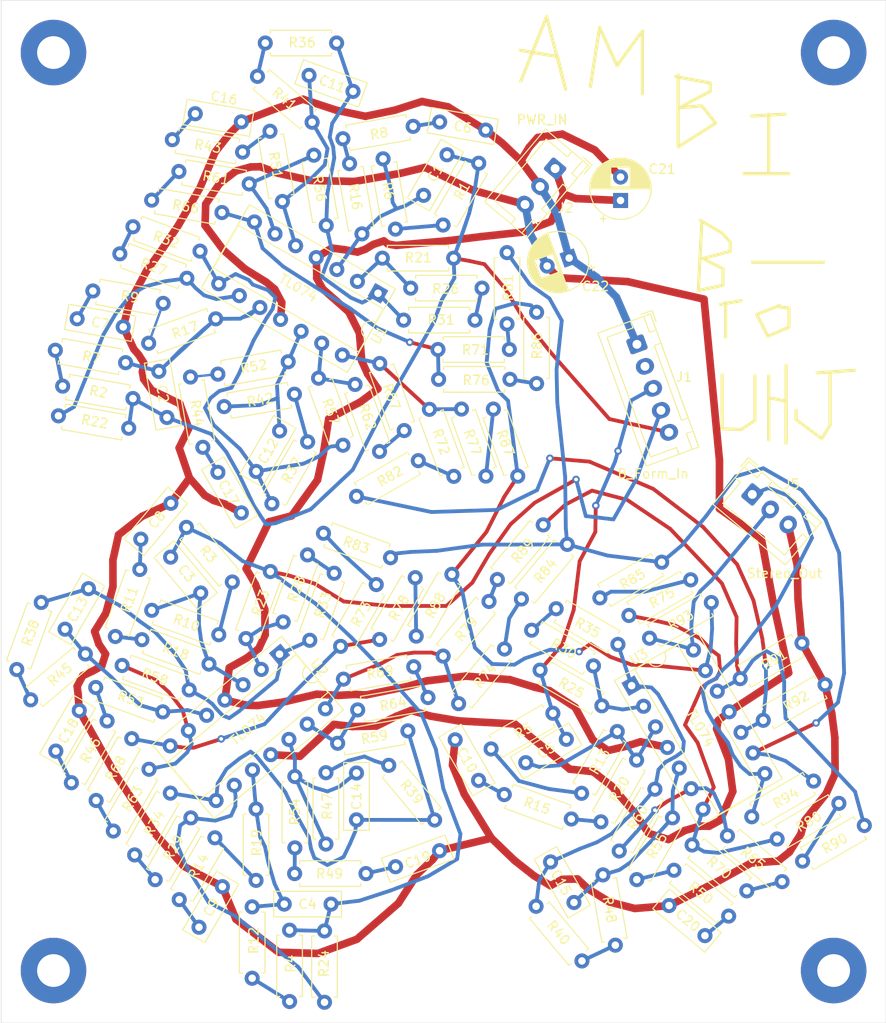
<source format=kicad_pcb>
(kicad_pcb (version 20171130) (host pcbnew "(5.1.2-1)-1")
  (layers (0 F.Cu signal) (31 B.Cu signal) (34 B.Paste user hide) (35 F.Paste user hide) (36 B.SilkS user hide) (37 F.SilkS user) (38 B.Mask user) (39 F.Mask user hide) (44 Edge.Cuts user))
  (net 0 "")
  (net 1 "Net-(C1-Pad2)")
  (net 2 "Net-(C1-Pad1)")
  (net 3 "Net-(C2-Pad1)")
  (net 4 "Net-(C3-Pad2)")
  (net 5 "Net-(C3-Pad1)")
  (net 6 "Net-(C4-Pad1)")
  (net 7 "Net-(C5-Pad2)")
  (net 8 "Net-(C5-Pad1)")
  (net 9 Earth)
  (net 10 "Net-(C6-Pad2)")
  (net 11 "Net-(C7-Pad2)")
  (net 12 "Net-(C8-Pad2)")
  (net 13 "Net-(C9-Pad2)")
  (net 14 "Net-(C10-Pad2)")
  (net 15 "Net-(C11-Pad2)")
  (net 16 "Net-(C11-Pad1)")
  (net 17 "Net-(C12-Pad2)")
  (net 18 "Net-(C12-Pad1)")
  (net 19 "Net-(C13-Pad2)")
  (net 20 "Net-(C13-Pad1)")
  (net 21 "Net-(C14-Pad2)")
  (net 22 "Net-(C14-Pad1)")
  (net 23 "Net-(C15-Pad2)")
  (net 24 "Net-(C15-Pad1)")
  (net 25 "Net-(C16-Pad2)")
  (net 26 "Net-(C17-Pad2)")
  (net 27 "Net-(C18-Pad2)")
  (net 28 "Net-(C19-Pad2)")
  (net 29 "Net-(C20-Pad2)")
  (net 30 +9V)
  (net 31 -9V)
  (net 32 "Net-(J1-Pad2)")
  (net 33 "Net-(J5-Pad1)")
  (net 34 "Net-(J5-Pad2)")
  (net 35 "Net-(R1-Pad1)")
  (net 36 "Net-(R2-Pad1)")
  (net 37 "Net-(R10-Pad2)")
  (net 38 "Net-(R12-Pad2)")
  (net 39 "Net-(R13-Pad2)")
  (net 40 "Net-(R16-Pad1)")
  (net 41 "Net-(R17-Pad1)")
  (net 42 "Net-(R11-Pad2)")
  (net 43 "Net-(R14-Pad2)")
  (net 44 "Net-(R15-Pad2)")
  (net 45 "Net-(R21-Pad1)")
  (net 46 "Net-(R22-Pad1)")
  (net 47 "Net-(R23-Pad1)")
  (net 48 "Net-(R24-Pad1)")
  (net 49 "Net-(R25-Pad1)")
  (net 50 "Net-(R26-Pad1)")
  (net 51 "Net-(R27-Pad1)")
  (net 52 "Net-(R28-Pad1)")
  (net 53 "Net-(R29-Pad1)")
  (net 54 "Net-(R30-Pad1)")
  (net 55 "Net-(R36-Pad1)")
  (net 56 "Net-(R37-Pad1)")
  (net 57 "Net-(R38-Pad1)")
  (net 58 "Net-(R39-Pad1)")
  (net 59 "Net-(R40-Pad1)")
  (net 60 "Net-(R43-Pad2)")
  (net 61 "Net-(R44-Pad2)")
  (net 62 "Net-(R46-Pad2)")
  (net 63 "Net-(R49-Pad2)")
  (net 64 "Net-(R50-Pad2)")
  (net 65 "Net-(R56-Pad1)")
  (net 66 "Net-(R57-Pad1)")
  (net 67 "Net-(R58-Pad1)")
  (net 68 "Net-(R59-Pad1)")
  (net 69 "Net-(R60-Pad1)")
  (net 70 "Net-(R61-Pad1)")
  (net 71 "Net-(R62-Pad1)")
  (net 72 "Net-(R63-Pad1)")
  (net 73 "Net-(R64-Pad1)")
  (net 74 "Net-(R65-Pad1)")
  (net 75 "Net-(R66-Pad1)")
  (net 76 "Net-(R67-Pad1)")
  (net 77 "Net-(R68-Pad1)")
  (net 78 "Net-(R69-Pad1)")
  (net 79 "Net-(R70-Pad1)")
  (net 80 "Net-(R71-Pad1)")
  (net 81 "Net-(R72-Pad1)")
  (net 82 "Net-(R73-Pad1)")
  (net 83 "Net-(R74-Pad1)")
  (net 84 "Net-(R75-Pad1)")
  (net 85 "Net-(R76-Pad1)")
  (net 86 "Net-(R77-Pad1)")
  (net 87 "Net-(R78-Pad1)")
  (net 88 "Net-(R79-Pad1)")
  (net 89 "Net-(R80-Pad1)")
  (net 90 "Net-(R81-Pad1)")
  (net 91 "Net-(R82-Pad1)")
  (net 92 "Net-(R86-Pad1)")
  (net 93 "Net-(R89-Pad1)")
  (module MountingHole:MountingHole_3.5mm_Pad (layer F.Cu) (at 101.092 115.824)
    (fp_text reference REF** hide)
    (fp_text value MountingHole_3.5mm_Pad hide)
    (pad 1 thru_hole circle (at 0 0) (size 7 7) (drill 3.5) (layers *.Cu *.Mask))
  )
  (module MountingHole:MountingHole_3.5mm_Pad (layer F.Cu) (at 17.78 115.824)
    (fp_text reference REF** hide)
    (fp_text value MountingHole_3.5mm_Pad hide)
    (pad 1 thru_hole circle (at 0 0) (size 7 7) (drill 3.5) (layers *.Cu *.Mask))
  )
  (module MountingHole:MountingHole_3.5mm_Pad (layer F.Cu) (at 101.092 17.78)
    (fp_text reference REF** hide)
    (fp_text value MountingHole_3.5mm_Pad hide)
    (pad 1 thru_hole circle (at 0 0) (size 7 7) (drill 3.5) (layers *.Cu *.Mask))
  )
  (module MountingHole:MountingHole_3.5mm_Pad (layer F.Cu) (at 17.78 17.78)
    (fp_text reference REF** hide)
    (fp_text value MountingHole_3.5mm_Pad hide)
    (pad 1 thru_hole circle (at 0 0) (size 7 7) (drill 3.5) (layers *.Cu *.Mask))
  )
  (module Resistor_THT:R_Axial_DIN0207_L6.3mm_D2.5mm_P7.62mm_Horizontal (layer F.Cu) (at 25.109194 83.239601 340)
    (fp_text reference R58 (at 3.705039 -0.028093 160) (layer F.SilkS))
    (fp_text value 10k)
    (pad 1 thru_hole circle (at 0 0 340) (size 1.6 1.6) (drill 0.8) (layers *.Cu *.Mask) (net 67 "Net-(R58-Pad1)"))
    (pad 2 thru_hole oval (at 7.62 0 340) (size 1.6 1.6) (drill 0.8) (layers *.Cu *.Mask) (net 19 "Net-(C13-Pad2)"))
  )
  (module Package_DIP:DIP-14_W7.62mm_Socket (layer F.Cu) (at 79.523743 85.399033 30)
    (fp_text reference U3 (at 2.201895 -2.28248 30) (layer F.SilkS))
    (fp_text value TL074)
    (pad 14 thru_hole oval (at 7.62 0 30) (size 1.6 1.6) (drill 0.8) (layers *.Cu *.Mask) (net 34 "Net-(J5-Pad2)"))
    (pad 7 thru_hole oval (at 0 15.24 30) (size 1.6 1.6) (drill 0.8) (layers *.Cu *.Mask) (net 79 "Net-(R70-Pad1)"))
    (pad 13 thru_hole oval (at 7.62 2.54 30) (size 1.6 1.6) (drill 0.8) (layers *.Cu *.Mask) (net 92 "Net-(R86-Pad1)"))
    (pad 6 thru_hole oval (at 0 12.7 30) (size 1.6 1.6) (drill 0.8) (layers *.Cu *.Mask) (net 69 "Net-(R60-Pad1)"))
    (pad 12 thru_hole oval (at 7.62 5.08 30) (size 1.6 1.6) (drill 0.8) (layers *.Cu *.Mask) (net 93 "Net-(R89-Pad1)"))
    (pad 5 thru_hole oval (at 0 10.16 30) (size 1.6 1.6) (drill 0.8) (layers *.Cu *.Mask) (net 24 "Net-(C15-Pad1)"))
    (pad 11 thru_hole oval (at 7.62 7.62 30) (size 1.6 1.6) (drill 0.8) (layers *.Cu *.Mask) (net 31 -9V))
    (pad 4 thru_hole oval (at 0 7.62 30) (size 1.6 1.6) (drill 0.8) (layers *.Cu *.Mask) (net 30 +9V))
    (pad 10 thru_hole oval (at 7.62 10.16 30) (size 1.6 1.6) (drill 0.8) (layers *.Cu *.Mask) (net 91 "Net-(R82-Pad1)"))
    (pad 3 thru_hole oval (at 0 5.08 30) (size 1.6 1.6) (drill 0.8) (layers *.Cu *.Mask) (net 8 "Net-(C5-Pad1)"))
    (pad 9 thru_hole oval (at 7.62 12.7 30) (size 1.6 1.6) (drill 0.8) (layers *.Cu *.Mask) (net 90 "Net-(R81-Pad1)"))
    (pad 2 thru_hole oval (at 0 2.54 30) (size 1.6 1.6) (drill 0.8) (layers *.Cu *.Mask) (net 49 "Net-(R25-Pad1)"))
    (pad 8 thru_hole oval (at 7.62 15.24 30) (size 1.6 1.6) (drill 0.8) (layers *.Cu *.Mask) (net 33 "Net-(J5-Pad1)"))
    (pad 1 thru_hole rect (at 0 0 30) (size 1.6 1.6) (drill 0.8) (layers *.Cu *.Mask) (net 23 "Net-(C15-Pad2)"))
  )
  (module Package_DIP:DIP-14_W7.62mm_Socket (layer F.Cu) (at 41.916797 82.034554 310)
    (fp_text reference U2 (at 3.81 -2.33 130) (layer F.SilkS))
    (fp_text value TL074)
    (pad 14 thru_hole oval (at 7.62 0 310) (size 1.6 1.6) (drill 0.8) (layers *.Cu *.Mask) (net 78 "Net-(R69-Pad1)"))
    (pad 7 thru_hole oval (at 0 15.24 310) (size 1.6 1.6) (drill 0.8) (layers *.Cu *.Mask) (net 77 "Net-(R68-Pad1)"))
    (pad 13 thru_hole oval (at 7.62 2.54 310) (size 1.6 1.6) (drill 0.8) (layers *.Cu *.Mask) (net 68 "Net-(R59-Pad1)"))
    (pad 6 thru_hole oval (at 0 12.7 310) (size 1.6 1.6) (drill 0.8) (layers *.Cu *.Mask) (net 67 "Net-(R58-Pad1)"))
    (pad 12 thru_hole oval (at 7.62 5.08 310) (size 1.6 1.6) (drill 0.8) (layers *.Cu *.Mask) (net 22 "Net-(C14-Pad1)"))
    (pad 5 thru_hole oval (at 0 10.16 310) (size 1.6 1.6) (drill 0.8) (layers *.Cu *.Mask) (net 20 "Net-(C13-Pad1)"))
    (pad 11 thru_hole oval (at 7.62 7.62 310) (size 1.6 1.6) (drill 0.8) (layers *.Cu *.Mask) (net 31 -9V))
    (pad 4 thru_hole oval (at 0 7.62 310) (size 1.6 1.6) (drill 0.8) (layers *.Cu *.Mask) (net 30 +9V))
    (pad 10 thru_hole oval (at 7.62 10.16 310) (size 1.6 1.6) (drill 0.8) (layers *.Cu *.Mask) (net 6 "Net-(C4-Pad1)"))
    (pad 3 thru_hole oval (at 0 5.08 310) (size 1.6 1.6) (drill 0.8) (layers *.Cu *.Mask) (net 5 "Net-(C3-Pad1)"))
    (pad 9 thru_hole oval (at 7.62 12.7 310) (size 1.6 1.6) (drill 0.8) (layers *.Cu *.Mask) (net 48 "Net-(R24-Pad1)"))
    (pad 2 thru_hole oval (at 0 2.54 310) (size 1.6 1.6) (drill 0.8) (layers *.Cu *.Mask) (net 47 "Net-(R23-Pad1)"))
    (pad 8 thru_hole oval (at 7.62 15.24 310) (size 1.6 1.6) (drill 0.8) (layers *.Cu *.Mask) (net 21 "Net-(C14-Pad2)"))
    (pad 1 thru_hole rect (at 0 0 310) (size 1.6 1.6) (drill 0.8) (layers *.Cu *.Mask) (net 19 "Net-(C13-Pad2)"))
  )
  (module Capacitor_THT:C_Rect_L7.0mm_W2.5mm_P5.00mm (layer F.Cu) (at 57.30159 33.02714 60)
    (fp_text reference C1 (at 2.687314 -0.084116 60) (layer F.SilkS))
    (fp_text value 100n)
    (pad 2 thru_hole circle (at 5 0 60) (size 1.6 1.6) (drill 0.8) (layers *.Cu *.Mask) (net 1 "Net-(C1-Pad2)"))
    (pad 1 thru_hole circle (at 0 0 60) (size 1.6 1.6) (drill 0.8) (layers *.Cu *.Mask) (net 2 "Net-(C1-Pad1)"))
  )
  (module Capacitor_THT:C_Rect_L7.0mm_W2.5mm_P5.00mm (layer F.Cu) (at 29.027644 51.827889 280)
    (fp_text reference C2 (at 2.431584 0.03725 100) (layer F.SilkS))
    (fp_text value 100n)
    (pad 2 thru_hole circle (at 5 0 280) (size 1.6 1.6) (drill 0.8) (layers *.Cu *.Mask) (net 1 "Net-(C1-Pad2)"))
    (pad 1 thru_hole circle (at 0 0 280) (size 1.6 1.6) (drill 0.8) (layers *.Cu *.Mask) (net 3 "Net-(C2-Pad1)"))
  )
  (module Capacitor_THT:C_Rect_L7.0mm_W2.5mm_P5.00mm (layer F.Cu) (at 33.500816 75.50189 130)
    (fp_text reference C3 (at 2.584006 0.181127 130) (layer F.SilkS))
    (fp_text value 100n)
    (pad 2 thru_hole circle (at 5 0 130) (size 1.6 1.6) (drill 0.8) (layers *.Cu *.Mask) (net 4 "Net-(C3-Pad2)"))
    (pad 1 thru_hole circle (at 0 0 130) (size 1.6 1.6) (drill 0.8) (layers *.Cu *.Mask) (net 5 "Net-(C3-Pad1)"))
  )
  (module Capacitor_THT:C_Rect_L7.0mm_W2.5mm_P5.00mm (layer F.Cu) (at 42.419106 108.729144)
    (fp_text reference C4 (at 2.488094 0.008256) (layer F.SilkS))
    (fp_text value 100n)
    (pad 2 thru_hole circle (at 5 0) (size 1.6 1.6) (drill 0.8) (layers *.Cu *.Mask) (net 4 "Net-(C3-Pad2)"))
    (pad 1 thru_hole circle (at 0 0) (size 1.6 1.6) (drill 0.8) (layers *.Cu *.Mask) (net 6 "Net-(C4-Pad1)"))
  )
  (module Capacitor_THT:C_Rect_L7.0mm_W2.5mm_P5.00mm (layer F.Cu) (at 68.214421 93.623711 30)
    (fp_text reference C5 (at 2.513046 -0.014766 30) (layer F.SilkS))
    (fp_text value 100n)
    (pad 2 thru_hole circle (at 5 0 30) (size 1.6 1.6) (drill 0.8) (layers *.Cu *.Mask) (net 7 "Net-(C5-Pad2)"))
    (pad 1 thru_hole circle (at 0 0 30) (size 1.6 1.6) (drill 0.8) (layers *.Cu *.Mask) (net 8 "Net-(C5-Pad1)"))
  )
  (module Capacitor_THT:C_Rect_L7.0mm_W2.5mm_P5.00mm (layer F.Cu) (at 63.940102 26.064038 170)
    (fp_text reference C6 (at 2.467501 -0.096099 170) (layer F.SilkS))
    (fp_text value 100n)
    (pad 1 thru_hole circle (at 0 0 170) (size 1.6 1.6) (drill 0.8) (layers *.Cu *.Mask) (net 9 Earth))
    (pad 2 thru_hole circle (at 5 0 170) (size 1.6 1.6) (drill 0.8) (layers *.Cu *.Mask) (net 10 "Net-(C6-Pad2)"))
  )
  (module Capacitor_THT:C_Rect_L7.0mm_W2.5mm_P5.00mm (layer F.Cu) (at 25.227204 47.082045 170)
    (fp_text reference C7 (at 2.475195 -0.033477 170) (layer F.SilkS))
    (fp_text value 100n)
    (pad 1 thru_hole circle (at 0 0 170) (size 1.6 1.6) (drill 0.8) (layers *.Cu *.Mask) (net 9 Earth))
    (pad 2 thru_hole circle (at 5 0 170) (size 1.6 1.6) (drill 0.8) (layers *.Cu *.Mask) (net 11 "Net-(C7-Pad2)"))
  )
  (module Capacitor_THT:C_Rect_L7.0mm_W2.5mm_P5.00mm (layer F.Cu) (at 30.318589 65.920456 230)
    (fp_text reference C8 (at 2.313805 0.003008 50) (layer F.SilkS))
    (fp_text value 100n)
    (pad 1 thru_hole circle (at 0 0 230) (size 1.6 1.6) (drill 0.8) (layers *.Cu *.Mask) (net 9 Earth))
    (pad 2 thru_hole circle (at 5 0 230) (size 1.6 1.6) (drill 0.8) (layers *.Cu *.Mask) (net 12 "Net-(C8-Pad2)"))
  )
  (module Capacitor_THT:C_Rect_L7.0mm_W2.5mm_P5.00mm (layer F.Cu) (at 35.817418 106.867897 240)
    (fp_text reference C9 (at 2.534902 -0.110427 60) (layer F.SilkS))
    (fp_text value 100n)
    (pad 1 thru_hole circle (at 0 0 240) (size 1.6 1.6) (drill 0.8) (layers *.Cu *.Mask) (net 9 Earth))
    (pad 2 thru_hole circle (at 5 0 240) (size 1.6 1.6) (drill 0.8) (layers *.Cu *.Mask) (net 13 "Net-(C9-Pad2)"))
  )
  (module Capacitor_THT:C_Rect_L7.0mm_W2.5mm_P5.00mm (layer F.Cu) (at 60.675718 91.183497 300)
    (fp_text reference C10 (at 2.496658 -0.001332 120) (layer F.SilkS))
    (fp_text value 100n)
    (pad 1 thru_hole circle (at 0 0 300) (size 1.6 1.6) (drill 0.8) (layers *.Cu *.Mask) (net 9 Earth))
    (pad 2 thru_hole circle (at 5 0 300) (size 1.6 1.6) (drill 0.8) (layers *.Cu *.Mask) (net 14 "Net-(C10-Pad2)"))
  )
  (module Capacitor_THT:C_Rect_L7.0mm_W2.5mm_P5.00mm (layer F.Cu) (at 45.066201 20.215885 340)
    (fp_text reference C11 (at 2.646483 0.012519 160) (layer F.SilkS))
    (fp_text value 4n7)
    (pad 2 thru_hole circle (at 5 0 340) (size 1.6 1.6) (drill 0.8) (layers *.Cu *.Mask) (net 15 "Net-(C11-Pad2)"))
    (pad 1 thru_hole circle (at 0 0 340) (size 1.6 1.6) (drill 0.8) (layers *.Cu *.Mask) (net 16 "Net-(C11-Pad1)"))
  )
  (module Capacitor_THT:C_Rect_L7.0mm_W2.5mm_P5.00mm (layer F.Cu) (at 41.925875 58.189494 240)
    (fp_text reference C12 (at 2.476237 -0.032844 60) (layer F.SilkS))
    (fp_text value 4n7)
    (pad 2 thru_hole circle (at 5 0 240) (size 1.6 1.6) (drill 0.8) (layers *.Cu *.Mask) (net 17 "Net-(C12-Pad2)"))
    (pad 1 thru_hole circle (at 0 0 240) (size 1.6 1.6) (drill 0.8) (layers *.Cu *.Mask) (net 18 "Net-(C12-Pad1)"))
  )
  (module Capacitor_THT:C_Rect_L7.0mm_W2.5mm_P5.00mm (layer F.Cu) (at 19.015174 79.367451 60)
    (fp_text reference C13 (at 2.49703 0.123681 60) (layer F.SilkS))
    (fp_text value 4n7)
    (pad 2 thru_hole circle (at 5 0 60) (size 1.6 1.6) (drill 0.8) (layers *.Cu *.Mask) (net 19 "Net-(C13-Pad2)"))
    (pad 1 thru_hole circle (at 0 0 60) (size 1.6 1.6) (drill 0.8) (layers *.Cu *.Mask) (net 20 "Net-(C13-Pad1)"))
  )
  (module Capacitor_THT:C_Rect_L7.0mm_W2.5mm_P5.00mm (layer F.Cu) (at 50.134491 94.728449 270)
    (fp_text reference C14 (at 2.502751 -0.005109 90) (layer F.SilkS))
    (fp_text value 4n7)
    (pad 2 thru_hole circle (at 5 0 270) (size 1.6 1.6) (drill 0.8) (layers *.Cu *.Mask) (net 21 "Net-(C14-Pad2)"))
    (pad 1 thru_hole circle (at 0 0 270) (size 1.6 1.6) (drill 0.8) (layers *.Cu *.Mask) (net 22 "Net-(C14-Pad1)"))
  )
  (module Capacitor_THT:C_Rect_L7.0mm_W2.5mm_P5.00mm (layer F.Cu) (at 73.36205 108.554389 120)
    (fp_text reference C15 (at 2.532464 -0.129578 120) (layer F.SilkS))
    (fp_text value 4n7)
    (pad 2 thru_hole circle (at 5 0 120) (size 1.6 1.6) (drill 0.8) (layers *.Cu *.Mask) (net 23 "Net-(C15-Pad2)"))
    (pad 1 thru_hole circle (at 0 0 120) (size 1.6 1.6) (drill 0.8) (layers *.Cu *.Mask) (net 24 "Net-(C15-Pad1)"))
  )
  (module Capacitor_THT:C_Rect_L7.0mm_W2.5mm_P5.00mm (layer F.Cu) (at 37.841706 25.182285 170)
    (fp_text reference C16 (at 2.264758 2.190899 170) (layer F.SilkS))
    (fp_text value 4n7)
    (pad 1 thru_hole circle (at 0 0 170) (size 1.6 1.6) (drill 0.8) (layers *.Cu *.Mask) (net 9 Earth))
    (pad 2 thru_hole circle (at 5 0 170) (size 1.6 1.6) (drill 0.8) (layers *.Cu *.Mask) (net 25 "Net-(C16-Pad2)"))
  )
  (module Capacitor_THT:C_Rect_L7.0mm_W2.5mm_P5.00mm (layer F.Cu) (at 37.838478 66.945478 120)
    (fp_text reference C17 (at 2.566058 -0.093587 120) (layer F.SilkS))
    (fp_text value 4n7)
    (pad 1 thru_hole circle (at 0 0 120) (size 1.6 1.6) (drill 0.8) (layers *.Cu *.Mask) (net 9 Earth))
    (pad 2 thru_hole circle (at 5 0 120) (size 1.6 1.6) (drill 0.8) (layers *.Cu *.Mask) (net 26 "Net-(C17-Pad2)"))
  )
  (module Capacitor_THT:C_Rect_L7.0mm_W2.5mm_P5.00mm (layer F.Cu) (at 20.530244 88.056623 240)
    (fp_text reference C18 (at 2.471251 -0.098821 60) (layer F.SilkS))
    (fp_text value 4n7)
    (pad 1 thru_hole circle (at 0 0 240) (size 1.6 1.6) (drill 0.8) (layers *.Cu *.Mask) (net 9 Earth))
    (pad 2 thru_hole circle (at 5 0 240) (size 1.6 1.6) (drill 0.8) (layers *.Cu *.Mask) (net 27 "Net-(C18-Pad2)"))
  )
  (module Capacitor_THT:C_Rect_L7.0mm_W2.5mm_P5.00mm (layer F.Cu) (at 59.007212 103.026462 200)
    (fp_text reference C19 (at 2.512252 -0.135467 20) (layer F.SilkS))
    (fp_text value 4n7)
    (pad 1 thru_hole circle (at 0 0 200) (size 1.6 1.6) (drill 0.8) (layers *.Cu *.Mask) (net 9 Earth))
    (pad 2 thru_hole circle (at 5 0 200) (size 1.6 1.6) (drill 0.8) (layers *.Cu *.Mask) (net 28 "Net-(C19-Pad2)"))
  )
  (module Capacitor_THT:C_Rect_L7.0mm_W2.5mm_P5.00mm (layer F.Cu) (at 83.516345 108.880306 320)
    (fp_text reference C20 (at 2.554632 -0.075442 140) (layer F.SilkS))
    (fp_text value 4n7)
    (pad 1 thru_hole circle (at 0 0 320) (size 1.6 1.6) (drill 0.8) (layers *.Cu *.Mask) (net 9 Earth))
    (pad 2 thru_hole circle (at 5 0 320) (size 1.6 1.6) (drill 0.8) (layers *.Cu *.Mask) (net 29 "Net-(C20-Pad2)"))
  )
  (module Capacitor_THT:CP_Radial_D6.3mm_P2.50mm (layer F.Cu) (at 78.3336 33.5788 90)
    (fp_text reference C21 (at 3.3528 4.445 180) (layer F.SilkS))
    (fp_text value 22u)
    (pad 2 thru_hole circle (at 2.5 0 90) (size 1.6 1.6) (drill 0.8) (layers *.Cu *.Mask) (net 9 Earth))
    (pad 1 thru_hole rect (at 0 0 90) (size 1.6 1.6) (drill 0.8) (layers *.Cu *.Mask) (net 30 +9V))
  )
  (module Capacitor_THT:CP_Radial_D6.3mm_P2.50mm (layer F.Cu) (at 72.8472 39.7256 200)
    (fp_text reference C22 (at -1.615579 -3.804607) (layer F.SilkS))
    (fp_text value 22u)
    (pad 1 thru_hole rect (at 0 0 200) (size 1.6 1.6) (drill 0.8) (layers *.Cu *.Mask) (net 9 Earth))
    (pad 2 thru_hole circle (at 2.5 0 200) (size 1.6 1.6) (drill 0.8) (layers *.Cu *.Mask) (net 31 -9V))
  )
  (module Connector_JST:JST_XH_B5B-XH-A_1x05_P2.50mm_Vertical (layer F.Cu) (at 80.0862 48.9458 290)
    (fp_text reference J1 (at 5.000001 -3.55 180) (layer F.SilkS))
    (fp_text value B_Form_In)
    (pad 1 thru_hole roundrect (at 0 0 290) (size 1.7 1.95) (drill 0.95) (layers *.Cu *.Mask) (roundrect_rratio 0.147059) (net 9 Earth))
    (pad 2 thru_hole oval (at 2.5 0 290) (size 1.7 1.95) (drill 0.95) (layers *.Cu *.Mask) (net 32 "Net-(J1-Pad2)"))
    (pad 3 thru_hole oval (at 5 0 290) (size 1.7 1.95) (drill 0.95) (layers *.Cu *.Mask) (net 7 "Net-(C5-Pad2)"))
    (pad 4 thru_hole oval (at 7.5 0 290) (size 1.7 1.95) (drill 0.95) (layers *.Cu *.Mask) (net 4 "Net-(C3-Pad2)"))
    (pad 5 thru_hole oval (at 10 0 290) (size 1.7 1.95) (drill 0.95) (layers *.Cu *.Mask) (net 1 "Net-(C1-Pad2)"))
  )
  (module Connector_JST:JST_XH_B3B-XH-A_1x03_P2.50mm_Vertical (layer F.Cu) (at 71.3486 30.1752 230)
    (fp_text reference J2 (at 2.5 -3.55) (layer F.SilkS))
    (fp_text value PWR_IN)
    (pad 3 thru_hole oval (at 5 0 230) (size 1.7 1.95) (drill 0.95) (layers *.Cu *.Mask) (net 31 -9V))
    (pad 2 thru_hole oval (at 2.5 0 230) (size 1.7 1.95) (drill 0.95) (layers *.Cu *.Mask) (net 9 Earth))
    (pad 1 thru_hole roundrect (at 0 0 230) (size 1.7 1.95) (drill 0.95) (layers *.Cu *.Mask) (roundrect_rratio 0.147059) (net 30 +9V))
  )
  (module Connector_JST:JST_XH_B3B-XH-A_1x03_P2.50mm_Vertical (layer F.Cu) (at 92.4052 64.9732 320)
    (fp_text reference J5 (at 2.5 -3.55 180) (layer F.SilkS))
    (fp_text value Stereo_Out)
    (pad 1 thru_hole roundrect (at 0 0 320) (size 1.7 1.95) (drill 0.95) (layers *.Cu *.Mask) (roundrect_rratio 0.147059) (net 33 "Net-(J5-Pad1)"))
    (pad 2 thru_hole oval (at 2.5 0 320) (size 1.7 1.95) (drill 0.95) (layers *.Cu *.Mask) (net 34 "Net-(J5-Pad2)"))
    (pad 3 thru_hole oval (at 5 0 320) (size 1.7 1.95) (drill 0.95) (layers *.Cu *.Mask) (net 9 Earth))
  )
  (module Resistor_THT:R_Axial_DIN0207_L6.3mm_D2.5mm_P7.62mm_Horizontal (layer F.Cu) (at 59.381963 36.198546 60)
    (fp_text reference R1 (at 4.153567 -0.077303 60) (layer F.SilkS))
    (fp_text value 47k)
    (pad 2 thru_hole oval (at 7.62 0 60) (size 1.6 1.6) (drill 0.8) (layers *.Cu *.Mask) (net 1 "Net-(C1-Pad2)"))
    (pad 1 thru_hole circle (at 0 0 60) (size 1.6 1.6) (drill 0.8) (layers *.Cu *.Mask) (net 35 "Net-(R1-Pad1)"))
  )
  (module Resistor_THT:R_Axial_DIN0207_L6.3mm_D2.5mm_P7.62mm_Horizontal (layer F.Cu) (at 18.759389 53.407832 350)
    (fp_text reference R2 (at 3.870467 -0.054967 170) (layer F.SilkS))
    (fp_text value 10k)
    (pad 1 thru_hole circle (at 0 0 350) (size 1.6 1.6) (drill 0.8) (layers *.Cu *.Mask) (net 36 "Net-(R2-Pad1)"))
    (pad 2 thru_hole oval (at 7.62 0 350) (size 1.6 1.6) (drill 0.8) (layers *.Cu *.Mask) (net 1 "Net-(C1-Pad2)"))
  )
  (module Resistor_THT:R_Axial_DIN0207_L6.3mm_D2.5mm_P7.62mm_Horizontal (layer F.Cu) (at 36.875821 74.327793 130)
    (fp_text reference R3 (at 3.944328 -0.065865 130) (layer F.SilkS))
    (fp_text value 47k)
    (pad 2 thru_hole oval (at 7.62 0 130) (size 1.6 1.6) (drill 0.8) (layers *.Cu *.Mask) (net 4 "Net-(C3-Pad2)"))
    (pad 1 thru_hole circle (at 0 0 130) (size 1.6 1.6) (drill 0.8) (layers *.Cu *.Mask) (net 37 "Net-(R10-Pad2)"))
  )
  (module Resistor_THT:R_Axial_DIN0207_L6.3mm_D2.5mm_P7.62mm_Horizontal (layer F.Cu) (at 42.991012 119.1315 90)
    (fp_text reference R4 (at 4.0441 0.112788 90) (layer F.SilkS))
    (fp_text value 10k)
    (pad 1 thru_hole circle (at 0 0 90) (size 1.6 1.6) (drill 0.8) (layers *.Cu *.Mask) (net 38 "Net-(R12-Pad2)"))
    (pad 2 thru_hole oval (at 7.62 0 90) (size 1.6 1.6) (drill 0.8) (layers *.Cu *.Mask) (net 4 "Net-(C3-Pad2)"))
  )
  (module Resistor_THT:R_Axial_DIN0207_L6.3mm_D2.5mm_P7.62mm_Horizontal (layer F.Cu) (at 64.509808 92.155056 30)
    (fp_text reference R5 (at 3.951389 0.077178 30) (layer F.SilkS))
    (fp_text value 47k)
    (pad 2 thru_hole oval (at 7.62 0 30) (size 1.6 1.6) (drill 0.8) (layers *.Cu *.Mask) (net 7 "Net-(C5-Pad2)"))
    (pad 1 thru_hole circle (at 0 0 30) (size 1.6 1.6) (drill 0.8) (layers *.Cu *.Mask) (net 39 "Net-(R13-Pad2)"))
  )
  (module Resistor_THT:R_Axial_DIN0207_L6.3mm_D2.5mm_P7.62mm_Horizontal (layer F.Cu) (at 52.976428 29.132641 280)
    (fp_text reference R6 (at 3.476466 0.037479 100) (layer F.SilkS))
    (fp_text value 220)
    (pad 1 thru_hole circle (at 0 0 280) (size 1.6 1.6) (drill 0.8) (layers *.Cu *.Mask) (net 2 "Net-(C1-Pad1)"))
    (pad 2 thru_hole oval (at 7.62 0 280) (size 1.6 1.6) (drill 0.8) (layers *.Cu *.Mask) (net 35 "Net-(R1-Pad1)"))
  )
  (module Resistor_THT:R_Axial_DIN0207_L6.3mm_D2.5mm_P7.62mm_Horizontal (layer F.Cu) (at 25.480517 50.900334 170)
    (fp_text reference R7 (at 3.70751 -0.061807 170) (layer F.SilkS))
    (fp_text value 470)
    (pad 2 thru_hole oval (at 7.62 0 170) (size 1.6 1.6) (drill 0.8) (layers *.Cu *.Mask) (net 36 "Net-(R2-Pad1)"))
    (pad 1 thru_hole circle (at 0 0 170) (size 1.6 1.6) (drill 0.8) (layers *.Cu *.Mask) (net 3 "Net-(C2-Pad1)"))
  )
  (module Resistor_THT:R_Axial_DIN0207_L6.3mm_D2.5mm_P7.62mm_Horizontal (layer F.Cu) (at 56.188334 25.660482 190)
    (fp_text reference R8 (at 3.716104 -0.137716 10) (layer F.SilkS))
    (fp_text value 100R)
    (pad 2 thru_hole oval (at 7.62 0 190) (size 1.6 1.6) (drill 0.8) (layers *.Cu *.Mask) (net 40 "Net-(R16-Pad1)"))
    (pad 1 thru_hole circle (at 0 0 190) (size 1.6 1.6) (drill 0.8) (layers *.Cu *.Mask) (net 10 "Net-(C6-Pad2)"))
  )
  (module Resistor_THT:R_Axial_DIN0207_L6.3mm_D2.5mm_P7.62mm_Horizontal (layer F.Cu) (at 21.986651 43.246042 350)
    (fp_text reference R9 (at 3.969395 -0.070593 170) (layer F.SilkS))
    (fp_text value 1k2)
    (pad 1 thru_hole circle (at 0 0 350) (size 1.6 1.6) (drill 0.8) (layers *.Cu *.Mask) (net 11 "Net-(C7-Pad2)"))
    (pad 2 thru_hole oval (at 7.62 0 350) (size 1.6 1.6) (drill 0.8) (layers *.Cu *.Mask) (net 41 "Net-(R17-Pad1)"))
  )
  (module Resistor_THT:R_Axial_DIN0207_L6.3mm_D2.5mm_P7.62mm_Horizontal (layer F.Cu) (at 28.27275 77.35222 340)
    (fp_text reference R10 (at 3.939634 -0.011125 160) (layer F.SilkS))
    (fp_text value 220)
    (pad 1 thru_hole circle (at 0 0 340) (size 1.6 1.6) (drill 0.8) (layers *.Cu *.Mask) (net 5 "Net-(C3-Pad1)"))
    (pad 2 thru_hole oval (at 7.62 0 340) (size 1.6 1.6) (drill 0.8) (layers *.Cu *.Mask) (net 37 "Net-(R10-Pad2)"))
  )
  (module Resistor_THT:R_Axial_DIN0207_L6.3mm_D2.5mm_P7.62mm_Horizontal (layer F.Cu) (at 26.996096 72.985656 250)
    (fp_text reference R11 (at 3.392646 -0.076895 70) (layer F.SilkS))
    (fp_text value 100R)
    (pad 2 thru_hole oval (at 7.62 0 250) (size 1.6 1.6) (drill 0.8) (layers *.Cu *.Mask) (net 42 "Net-(R11-Pad2)"))
    (pad 1 thru_hole circle (at 0 0 250) (size 1.6 1.6) (drill 0.8) (layers *.Cu *.Mask) (net 12 "Net-(C8-Pad2)"))
  )
  (module Resistor_THT:R_Axial_DIN0207_L6.3mm_D2.5mm_P7.62mm_Horizontal (layer F.Cu) (at 38.996253 109.028251 270)
    (fp_text reference R12 (at 3.595349 -0.170547 90) (layer F.SilkS))
    (fp_text value 470)
    (pad 2 thru_hole oval (at 7.62 0 270) (size 1.6 1.6) (drill 0.8) (layers *.Cu *.Mask) (net 38 "Net-(R12-Pad2)"))
    (pad 1 thru_hole circle (at 0 0 270) (size 1.6 1.6) (drill 0.8) (layers *.Cu *.Mask) (net 6 "Net-(C4-Pad1)"))
  )
  (module Resistor_THT:R_Axial_DIN0207_L6.3mm_D2.5mm_P7.62mm_Horizontal (layer F.Cu) (at 77.983202 90.29486 240)
    (fp_text reference R13 (at 3.725179 -0.003681 60) (layer F.SilkS))
    (fp_text value 220)
    (pad 1 thru_hole circle (at 0 0 240) (size 1.6 1.6) (drill 0.8) (layers *.Cu *.Mask) (net 8 "Net-(C5-Pad1)"))
    (pad 2 thru_hole oval (at 7.62 0 240) (size 1.6 1.6) (drill 0.8) (layers *.Cu *.Mask) (net 39 "Net-(R13-Pad2)"))
  )
  (module Resistor_THT:R_Axial_DIN0207_L6.3mm_D2.5mm_P7.62mm_Horizontal (layer F.Cu) (at 31.2073 108.249448 60)
    (fp_text reference R14 (at 4.086304 0.027191 60) (layer F.SilkS))
    (fp_text value 1k2)
    (pad 1 thru_hole circle (at 0 0 60) (size 1.6 1.6) (drill 0.8) (layers *.Cu *.Mask) (net 13 "Net-(C9-Pad2)"))
    (pad 2 thru_hole oval (at 7.62 0 60) (size 1.6 1.6) (drill 0.8) (layers *.Cu *.Mask) (net 43 "Net-(R14-Pad2)"))
  )
  (module Resistor_THT:R_Axial_DIN0207_L6.3mm_D2.5mm_P7.62mm_Horizontal (layer F.Cu) (at 65.917749 97.032082 340)
    (fp_text reference R15 (at 3.696255 -0.079256 160) (layer F.SilkS))
    (fp_text value 100R)
    (pad 2 thru_hole oval (at 7.62 0 340) (size 1.6 1.6) (drill 0.8) (layers *.Cu *.Mask) (net 44 "Net-(R15-Pad2)"))
    (pad 1 thru_hole circle (at 0 0 340) (size 1.6 1.6) (drill 0.8) (layers *.Cu *.Mask) (net 14 "Net-(C10-Pad2)"))
  )
  (module Resistor_THT:R_Axial_DIN0207_L6.3mm_D2.5mm_P7.62mm_Horizontal (layer F.Cu) (at 49.397325 29.644091 280)
    (fp_text reference R16 (at 3.577137 0.031771 100) (layer F.SilkS))
    (fp_text value 22k)
    (pad 1 thru_hole circle (at 0 0 280) (size 1.6 1.6) (drill 0.8) (layers *.Cu *.Mask) (net 40 "Net-(R16-Pad1)"))
    (pad 2 thru_hole oval (at 7.62 0 280) (size 1.6 1.6) (drill 0.8) (layers *.Cu *.Mask) (net 2 "Net-(C1-Pad1)"))
  )
  (module Resistor_THT:R_Axial_DIN0207_L6.3mm_D2.5mm_P7.62mm_Horizontal (layer F.Cu) (at 27.944627 48.826927 20)
    (fp_text reference R17 (at 4.128067 0.007189 20) (layer F.SilkS))
    (fp_text value 8k2)
    (pad 2 thru_hole oval (at 7.62 0 20) (size 1.6 1.6) (drill 0.8) (layers *.Cu *.Mask) (net 3 "Net-(C2-Pad1)"))
    (pad 1 thru_hole circle (at 0 0 20) (size 1.6 1.6) (drill 0.8) (layers *.Cu *.Mask) (net 41 "Net-(R17-Pad1)"))
  )
  (module Resistor_THT:R_Axial_DIN0207_L6.3mm_D2.5mm_P7.62mm_Horizontal (layer F.Cu) (at 27.223187 80.487609 340)
    (fp_text reference R18 (at 3.821943 -0.061287 160) (layer F.SilkS))
    (fp_text value 22k)
    (pad 1 thru_hole circle (at 0 0 340) (size 1.6 1.6) (drill 0.8) (layers *.Cu *.Mask) (net 42 "Net-(R11-Pad2)"))
    (pad 2 thru_hole oval (at 7.62 0 340) (size 1.6 1.6) (drill 0.8) (layers *.Cu *.Mask) (net 5 "Net-(C3-Pad1)"))
  )
  (module Resistor_THT:R_Axial_DIN0207_L6.3mm_D2.5mm_P7.62mm_Horizontal (layer F.Cu) (at 39.410067 106.194218 90)
    (fp_text reference R19 (at 4.010018 0.061533 90) (layer F.SilkS))
    (fp_text value 8k2)
    (pad 2 thru_hole oval (at 7.62 0 90) (size 1.6 1.6) (drill 0.8) (layers *.Cu *.Mask) (net 6 "Net-(C4-Pad1)"))
    (pad 1 thru_hole circle (at 0 0 90) (size 1.6 1.6) (drill 0.8) (layers *.Cu *.Mask) (net 43 "Net-(R14-Pad2)"))
  )
  (module Resistor_THT:R_Axial_DIN0207_L6.3mm_D2.5mm_P7.62mm_Horizontal (layer F.Cu) (at 76.238561 99.942569 60)
    (fp_text reference R20 (at 4.004745 -0.010316 60) (layer F.SilkS))
    (fp_text value 22k)
    (pad 1 thru_hole circle (at 0 0 60) (size 1.6 1.6) (drill 0.8) (layers *.Cu *.Mask) (net 44 "Net-(R15-Pad2)"))
    (pad 2 thru_hole oval (at 7.62 0 60) (size 1.6 1.6) (drill 0.8) (layers *.Cu *.Mask) (net 8 "Net-(C5-Pad1)"))
  )
  (module Resistor_THT:R_Axial_DIN0207_L6.3mm_D2.5mm_P7.62mm_Horizontal (layer F.Cu) (at 52.894901 39.740897)
    (fp_text reference R21 (at 3.848699 -0.066097) (layer F.SilkS))
    (fp_text value 10k)
    (pad 1 thru_hole circle (at 0 0) (size 1.6 1.6) (drill 0.8) (layers *.Cu *.Mask) (net 45 "Net-(R21-Pad1)"))
    (pad 2 thru_hole oval (at 7.62 0) (size 1.6 1.6) (drill 0.8) (layers *.Cu *.Mask) (net 1 "Net-(C1-Pad2)"))
  )
  (module Resistor_THT:R_Axial_DIN0207_L6.3mm_D2.5mm_P7.62mm_Horizontal (layer F.Cu) (at 18.307348 56.578387 350)
    (fp_text reference R22 (at 3.916187 -0.058515 170) (layer F.SilkS))
    (fp_text value 10k)
    (pad 2 thru_hole oval (at 7.62 0 350) (size 1.6 1.6) (drill 0.8) (layers *.Cu *.Mask) (net 1 "Net-(C1-Pad2)"))
    (pad 1 thru_hole circle (at 0 0 350) (size 1.6 1.6) (drill 0.8) (layers *.Cu *.Mask) (net 46 "Net-(R22-Pad1)"))
  )
  (module Resistor_THT:R_Axial_DIN0207_L6.3mm_D2.5mm_P7.62mm_Horizontal (layer F.Cu) (at 38.330521 80.368612 70)
    (fp_text reference R23 (at 4.121016 0.173896 70) (layer F.SilkS))
    (fp_text value 10k)
    (pad 1 thru_hole circle (at 0 0 70) (size 1.6 1.6) (drill 0.8) (layers *.Cu *.Mask) (net 47 "Net-(R23-Pad1)"))
    (pad 2 thru_hole oval (at 7.62 0 70) (size 1.6 1.6) (drill 0.8) (layers *.Cu *.Mask) (net 4 "Net-(C3-Pad2)"))
  )
  (module Resistor_THT:R_Axial_DIN0207_L6.3mm_D2.5mm_P7.62mm_Horizontal (layer F.Cu) (at 46.719558 119.212508 90)
    (fp_text reference R24 (at 4.125108 -0.059758 90) (layer F.SilkS))
    (fp_text value 10k)
    (pad 2 thru_hole oval (at 7.62 0 90) (size 1.6 1.6) (drill 0.8) (layers *.Cu *.Mask) (net 4 "Net-(C3-Pad2)"))
    (pad 1 thru_hole circle (at 0 0 90) (size 1.6 1.6) (drill 0.8) (layers *.Cu *.Mask) (net 48 "Net-(R24-Pad1)"))
  )
  (module Resistor_THT:R_Axial_DIN0207_L6.3mm_D2.5mm_P7.62mm_Horizontal (layer F.Cu) (at 76.339009 87.548631 150)
    (fp_text reference R25 (at 3.775937 0.013697 150) (layer F.SilkS))
    (fp_text value 10k)
    (pad 1 thru_hole circle (at 0 0 150) (size 1.6 1.6) (drill 0.8) (layers *.Cu *.Mask) (net 49 "Net-(R25-Pad1)"))
    (pad 2 thru_hole oval (at 7.62 0 150) (size 1.6 1.6) (drill 0.8) (layers *.Cu *.Mask) (net 7 "Net-(C5-Pad2)"))
  )
  (module Resistor_THT:R_Axial_DIN0207_L6.3mm_D2.5mm_P7.62mm_Horizontal (layer F.Cu) (at 63.541364 42.938119 180)
    (fp_text reference R26 (at 3.876764 -0.089481) (layer F.SilkS))
    (fp_text value 39k)
    (pad 2 thru_hole oval (at 7.62 0 180) (size 1.6 1.6) (drill 0.8) (layers *.Cu *.Mask) (net 45 "Net-(R21-Pad1)"))
    (pad 1 thru_hole circle (at 0 0 180) (size 1.6 1.6) (drill 0.8) (layers *.Cu *.Mask) (net 50 "Net-(R26-Pad1)"))
  )
  (module Resistor_THT:R_Axial_DIN0207_L6.3mm_D2.5mm_P7.62mm_Horizontal (layer F.Cu) (at 24.864993 39.27661 340)
    (fp_text reference R27 (at 3.865788 0.070888 160) (layer F.SilkS))
    (fp_text value 47k)
    (pad 1 thru_hole circle (at 0 0 340) (size 1.6 1.6) (drill 0.8) (layers *.Cu *.Mask) (net 51 "Net-(R27-Pad1)"))
    (pad 2 thru_hole oval (at 7.62 0 340) (size 1.6 1.6) (drill 0.8) (layers *.Cu *.Mask) (net 46 "Net-(R22-Pad1)"))
  )
  (module Resistor_THT:R_Axial_DIN0207_L6.3mm_D2.5mm_P7.62mm_Horizontal (layer F.Cu) (at 44.90858 71.433758 250)
    (fp_text reference R28 (at 3.82869 -0.148675 70) (layer F.SilkS))
    (fp_text value 39k)
    (pad 2 thru_hole oval (at 7.62 0 250) (size 1.6 1.6) (drill 0.8) (layers *.Cu *.Mask) (net 47 "Net-(R23-Pad1)"))
    (pad 1 thru_hole circle (at 0 0 250) (size 1.6 1.6) (drill 0.8) (layers *.Cu *.Mask) (net 52 "Net-(R28-Pad1)"))
  )
  (module Resistor_THT:R_Axial_DIN0207_L6.3mm_D2.5mm_P7.62mm_Horizontal (layer F.Cu) (at 28.638677 106.120847 60)
    (fp_text reference R29 (at 3.909463 0.015694 60) (layer F.SilkS))
    (fp_text value 47k)
    (pad 1 thru_hole circle (at 0 0 60) (size 1.6 1.6) (drill 0.8) (layers *.Cu *.Mask) (net 53 "Net-(R29-Pad1)"))
    (pad 2 thru_hole oval (at 7.62 0 60) (size 1.6 1.6) (drill 0.8) (layers *.Cu *.Mask) (net 48 "Net-(R24-Pad1)"))
  )
  (module Resistor_THT:R_Axial_DIN0207_L6.3mm_D2.5mm_P7.62mm_Horizontal (layer F.Cu) (at 68.841064 79.474172 330)
    (fp_text reference R30 (at 3.955298 0.006904 150) (layer F.SilkS))
    (fp_text value 39k)
    (pad 2 thru_hole oval (at 7.62 0 330) (size 1.6 1.6) (drill 0.8) (layers *.Cu *.Mask) (net 49 "Net-(R25-Pad1)"))
    (pad 1 thru_hole circle (at 0 0 330) (size 1.6 1.6) (drill 0.8) (layers *.Cu *.Mask) (net 54 "Net-(R30-Pad1)"))
  )
  (module Resistor_THT:R_Axial_DIN0207_L6.3mm_D2.5mm_P7.62mm_Horizontal (layer F.Cu) (at 55.168473 46.356993)
    (fp_text reference R31 (at 4.013527 -0.027393) (layer F.SilkS))
    (fp_text value 390R)
    (pad 1 thru_hole circle (at 0 0) (size 1.6 1.6) (drill 0.8) (layers *.Cu *.Mask) (net 15 "Net-(C11-Pad2)"))
    (pad 2 thru_hole oval (at 7.62 0) (size 1.6 1.6) (drill 0.8) (layers *.Cu *.Mask) (net 50 "Net-(R26-Pad1)"))
  )
  (module Resistor_THT:R_Axial_DIN0207_L6.3mm_D2.5mm_P7.62mm_Horizontal (layer F.Cu) (at 33.4264 38.989 160)
    (fp_text reference R32 (at 3.806274 -0.087925 160) (layer F.SilkS))
    (fp_text value 1k)
    (pad 2 thru_hole oval (at 7.62 0 160) (size 1.6 1.6) (drill 0.8) (layers *.Cu *.Mask) (net 51 "Net-(R27-Pad1)"))
    (pad 1 thru_hole circle (at 0 0 160) (size 1.6 1.6) (drill 0.8) (layers *.Cu *.Mask) (net 17 "Net-(C12-Pad2)"))
  )
  (module Resistor_THT:R_Axial_DIN0207_L6.3mm_D2.5mm_P7.62mm_Horizontal (layer F.Cu) (at 45.147655 80.550365 70)
    (fp_text reference R33 (at 4.03016 0.061243 70) (layer F.SilkS))
    (fp_text value 390R)
    (pad 1 thru_hole circle (at 0 0 70) (size 1.6 1.6) (drill 0.8) (layers *.Cu *.Mask) (net 19 "Net-(C13-Pad2)"))
    (pad 2 thru_hole oval (at 7.62 0 70) (size 1.6 1.6) (drill 0.8) (layers *.Cu *.Mask) (net 52 "Net-(R28-Pad1)"))
  )
  (module Resistor_THT:R_Axial_DIN0207_L6.3mm_D2.5mm_P7.62mm_Horizontal (layer F.Cu) (at 30.258752 96.876626 240)
    (fp_text reference R34 (at 3.647312 -0.132218 60) (layer F.SilkS))
    (fp_text value 1k)
    (pad 2 thru_hole oval (at 7.62 0 240) (size 1.6 1.6) (drill 0.8) (layers *.Cu *.Mask) (net 53 "Net-(R29-Pad1)"))
    (pad 1 thru_hole circle (at 0 0 240) (size 1.6 1.6) (drill 0.8) (layers *.Cu *.Mask) (net 21 "Net-(C14-Pad2)"))
  )
  (module Resistor_THT:R_Axial_DIN0207_L6.3mm_D2.5mm_P7.62mm_Horizontal (layer F.Cu) (at 78.055193 80.991074 150)
    (fp_text reference R35 (at 3.700719 -0.094553 150) (layer F.SilkS))
    (fp_text value 390R)
    (pad 1 thru_hole circle (at 0 0 150) (size 1.6 1.6) (drill 0.8) (layers *.Cu *.Mask) (net 23 "Net-(C15-Pad2)"))
    (pad 2 thru_hole oval (at 7.62 0 150) (size 1.6 1.6) (drill 0.8) (layers *.Cu *.Mask) (net 54 "Net-(R30-Pad1)"))
  )
  (module Resistor_THT:R_Axial_DIN0207_L6.3mm_D2.5mm_P7.62mm_Horizontal (layer F.Cu) (at 40.392597 16.761487)
    (fp_text reference R36 (at 3.930403 -0.048287) (layer F.SilkS))
    (fp_text value 6k8)
    (pad 1 thru_hole circle (at 0 0) (size 1.6 1.6) (drill 0.8) (layers *.Cu *.Mask) (net 55 "Net-(R36-Pad1)"))
    (pad 2 thru_hole oval (at 7.62 0) (size 1.6 1.6) (drill 0.8) (layers *.Cu *.Mask) (net 15 "Net-(C11-Pad2)"))
  )
  (module Resistor_THT:R_Axial_DIN0207_L6.3mm_D2.5mm_P7.62mm_Horizontal (layer F.Cu) (at 44.916807 59.359052 240)
    (fp_text reference R37 (at 3.470597 -0.086246 60) (layer F.SilkS))
    (fp_text value 4k7)
    (pad 2 thru_hole oval (at 7.62 0 240) (size 1.6 1.6) (drill 0.8) (layers *.Cu *.Mask) (net 17 "Net-(C12-Pad2)"))
    (pad 1 thru_hole circle (at 0 0 240) (size 1.6 1.6) (drill 0.8) (layers *.Cu *.Mask) (net 56 "Net-(R37-Pad1)"))
  )
  (module Resistor_THT:R_Axial_DIN0207_L6.3mm_D2.5mm_P7.62mm_Horizontal (layer F.Cu) (at 13.860807 83.672583 70)
    (fp_text reference R38 (at 4.186845 0.05194 70) (layer F.SilkS))
    (fp_text value 6k8)
    (pad 1 thru_hole circle (at 0 0 70) (size 1.6 1.6) (drill 0.8) (layers *.Cu *.Mask) (net 57 "Net-(R38-Pad1)"))
    (pad 2 thru_hole oval (at 7.62 0 70) (size 1.6 1.6) (drill 0.8) (layers *.Cu *.Mask) (net 19 "Net-(C13-Pad2)"))
  )
  (module Resistor_THT:R_Axial_DIN0207_L6.3mm_D2.5mm_P7.62mm_Horizontal (layer F.Cu) (at 53.581584 93.905014 310)
    (fp_text reference R39 (at 3.753667 -0.049612 130) (layer F.SilkS))
    (fp_text value 4k7)
    (pad 2 thru_hole oval (at 7.62 0 310) (size 1.6 1.6) (drill 0.8) (layers *.Cu *.Mask) (net 21 "Net-(C14-Pad2)"))
    (pad 1 thru_hole circle (at 0 0 310) (size 1.6 1.6) (drill 0.8) (layers *.Cu *.Mask) (net 58 "Net-(R39-Pad1)"))
  )
  (module Resistor_THT:R_Axial_DIN0207_L6.3mm_D2.5mm_P7.62mm_Horizontal (layer F.Cu) (at 74.212522 114.799739 130)
    (fp_text reference R40 (at 3.921436 0.016094 130) (layer F.SilkS))
    (fp_text value 6k8)
    (pad 1 thru_hole circle (at 0 0 130) (size 1.6 1.6) (drill 0.8) (layers *.Cu *.Mask) (net 59 "Net-(R40-Pad1)"))
    (pad 2 thru_hole oval (at 7.62 0 130) (size 1.6 1.6) (drill 0.8) (layers *.Cu *.Mask) (net 23 "Net-(C15-Pad2)"))
  )
  (module Resistor_THT:R_Axial_DIN0207_L6.3mm_D2.5mm_P7.62mm_Horizontal (layer F.Cu) (at 45.396401 25.219686 140)
    (fp_text reference R41 (at 3.860541 0.00676 140) (layer F.SilkS))
    (fp_text value 5k1)
    (pad 2 thru_hole oval (at 7.62 0 140) (size 1.6 1.6) (drill 0.8) (layers *.Cu *.Mask) (net 55 "Net-(R36-Pad1)"))
    (pad 1 thru_hole circle (at 0 0 140) (size 1.6 1.6) (drill 0.8) (layers *.Cu *.Mask) (net 16 "Net-(C11-Pad1)"))
  )
  (module Resistor_THT:R_Axial_DIN0207_L6.3mm_D2.5mm_P7.62mm_Horizontal (layer F.Cu) (at 36.005022 55.592314 10)
    (fp_text reference R42 (at 3.911184 -0.02411 10) (layer F.SilkS))
    (fp_text value 390)
    (pad 1 thru_hole circle (at 0 0 10) (size 1.6 1.6) (drill 0.8) (layers *.Cu *.Mask) (net 18 "Net-(C12-Pad1)"))
    (pad 2 thru_hole oval (at 7.62 0 10) (size 1.6 1.6) (drill 0.8) (layers *.Cu *.Mask) (net 56 "Net-(R37-Pad1)"))
  )
  (module Resistor_THT:R_Axial_DIN0207_L6.3mm_D2.5mm_P7.62mm_Horizontal (layer F.Cu) (at 30.467341 27.083864 350)
    (fp_text reference R43 (at 3.861773 0.033658 170) (layer F.SilkS))
    (fp_text value 560R)
    (pad 1 thru_hole circle (at 0 0 350) (size 1.6 1.6) (drill 0.8) (layers *.Cu *.Mask) (net 25 "Net-(C16-Pad2)"))
    (pad 2 thru_hole oval (at 7.62 0 350) (size 1.6 1.6) (drill 0.8) (layers *.Cu *.Mask) (net 60 "Net-(R43-Pad2)"))
  )
  (module Resistor_THT:R_Axial_DIN0207_L6.3mm_D2.5mm_P7.62mm_Horizontal (layer F.Cu) (at 33.729898 59.939345 100)
    (fp_text reference R44 (at 3.707489 0.010257 100) (layer F.SilkS))
    (fp_text value 180)
    (pad 2 thru_hole oval (at 7.62 0 100) (size 1.6 1.6) (drill 0.8) (layers *.Cu *.Mask) (net 61 "Net-(R44-Pad2)"))
    (pad 1 thru_hole circle (at 0 0 100) (size 1.6 1.6) (drill 0.8) (layers *.Cu *.Mask) (net 26 "Net-(C17-Pad2)"))
  )
  (module Resistor_THT:R_Axial_DIN0207_L6.3mm_D2.5mm_P7.62mm_Horizontal (layer F.Cu) (at 21.18163 82.012557 220)
    (fp_text reference R45 (at 3.487151 0.069257 40) (layer F.SilkS))
    (fp_text value 5k1)
    (pad 2 thru_hole oval (at 7.62 0 220) (size 1.6 1.6) (drill 0.8) (layers *.Cu *.Mask) (net 57 "Net-(R38-Pad1)"))
    (pad 1 thru_hole circle (at 0 0 220) (size 1.6 1.6) (drill 0.8) (layers *.Cu *.Mask) (net 20 "Net-(C13-Pad1)"))
  )
  (module Resistor_THT:R_Axial_DIN0207_L6.3mm_D2.5mm_P7.62mm_Horizontal (layer F.Cu) (at 19.690027 95.76448 60)
    (fp_text reference R46 (at 4.023396 0.046967 60) (layer F.SilkS))
    (fp_text value 560R)
    (pad 1 thru_hole circle (at 0 0 60) (size 1.6 1.6) (drill 0.8) (layers *.Cu *.Mask) (net 27 "Net-(C18-Pad2)"))
    (pad 2 thru_hole oval (at 7.62 0 60) (size 1.6 1.6) (drill 0.8) (layers *.Cu *.Mask) (net 62 "Net-(R46-Pad2)"))
  )
  (module Resistor_THT:R_Axial_DIN0207_L6.3mm_D2.5mm_P7.62mm_Horizontal (layer F.Cu) (at 46.871004 102.314444 90)
    (fp_text reference R47 (at 4.041844 0.144396 90) (layer F.SilkS))
    (fp_text value 390)
    (pad 1 thru_hole circle (at 0 0 90) (size 1.6 1.6) (drill 0.8) (layers *.Cu *.Mask) (net 22 "Net-(C14-Pad1)"))
    (pad 2 thru_hole oval (at 7.62 0 90) (size 1.6 1.6) (drill 0.8) (layers *.Cu *.Mask) (net 58 "Net-(R39-Pad1)"))
  )
  (module Resistor_THT:R_Axial_DIN0207_L6.3mm_D2.5mm_P7.62mm_Horizontal (layer F.Cu) (at 76.4556 105.609209 280)
    (fp_text reference R48 (at 3.779212 -0.05417 100) (layer F.SilkS))
    (fp_text value 5k1)
    (pad 2 thru_hole oval (at 7.62 0 280) (size 1.6 1.6) (drill 0.8) (layers *.Cu *.Mask) (net 59 "Net-(R40-Pad1)"))
    (pad 1 thru_hole circle (at 0 0 280) (size 1.6 1.6) (drill 0.8) (layers *.Cu *.Mask) (net 24 "Net-(C15-Pad1)"))
  )
  (module Resistor_THT:R_Axial_DIN0207_L6.3mm_D2.5mm_P7.62mm_Horizontal (layer F.Cu) (at 51.149186 105.468827 180)
    (fp_text reference R49 (at 3.879786 -0.017373) (layer F.SilkS))
    (fp_text value 180)
    (pad 2 thru_hole oval (at 7.62 0 180) (size 1.6 1.6) (drill 0.8) (layers *.Cu *.Mask) (net 63 "Net-(R49-Pad2)"))
    (pad 1 thru_hole circle (at 0 0 180) (size 1.6 1.6) (drill 0.8) (layers *.Cu *.Mask) (net 28 "Net-(C19-Pad2)"))
  )
  (module Resistor_THT:R_Axial_DIN0207_L6.3mm_D2.5mm_P7.62mm_Horizontal (layer F.Cu) (at 89.877232 110.012001 140)
    (fp_text reference R50 (at 3.872406 -0.027065 140) (layer F.SilkS))
    (fp_text value 560R)
    (pad 1 thru_hole circle (at 0 0 140) (size 1.6 1.6) (drill 0.8) (layers *.Cu *.Mask) (net 29 "Net-(C20-Pad2)"))
    (pad 2 thru_hole oval (at 7.62 0 140) (size 1.6 1.6) (drill 0.8) (layers *.Cu *.Mask) (net 64 "Net-(R50-Pad2)"))
  )
  (module Resistor_THT:R_Axial_DIN0207_L6.3mm_D2.5mm_P7.62mm_Horizontal (layer F.Cu) (at 40.899538 26.185163 280)
    (fp_text reference R51 (at 3.659102 0.031818 100) (layer F.SilkS))
    (fp_text value 10k)
    (pad 2 thru_hole oval (at 7.62 0 280) (size 1.6 1.6) (drill 0.8) (layers *.Cu *.Mask) (net 16 "Net-(C11-Pad1)"))
    (pad 1 thru_hole circle (at 0 0 280) (size 1.6 1.6) (drill 0.8) (layers *.Cu *.Mask) (net 60 "Net-(R43-Pad2)"))
  )
  (module Resistor_THT:R_Axial_DIN0207_L6.3mm_D2.5mm_P7.62mm_Horizontal (layer F.Cu) (at 35.336793 52.126925 10)
    (fp_text reference R52 (at 3.909615 -0.116396 10) (layer F.SilkS))
    (fp_text value 2k2)
    (pad 1 thru_hole circle (at 0 0 10) (size 1.6 1.6) (drill 0.8) (layers *.Cu *.Mask) (net 61 "Net-(R44-Pad2)"))
    (pad 2 thru_hole oval (at 7.62 0 10) (size 1.6 1.6) (drill 0.8) (layers *.Cu *.Mask) (net 18 "Net-(C12-Pad1)"))
  )
  (module Resistor_THT:R_Axial_DIN0207_L6.3mm_D2.5mm_P7.62mm_Horizontal (layer F.Cu) (at 22.289106 85.592674 340)
    (fp_text reference R53 (at 3.947489 -0.106625 160) (layer F.SilkS))
    (fp_text value 10k)
    (pad 2 thru_hole oval (at 7.62 0 340) (size 1.6 1.6) (drill 0.8) (layers *.Cu *.Mask) (net 20 "Net-(C13-Pad1)"))
    (pad 1 thru_hole circle (at 0 0 340) (size 1.6 1.6) (drill 0.8) (layers *.Cu *.Mask) (net 62 "Net-(R46-Pad2)"))
  )
  (module Resistor_THT:R_Axial_DIN0207_L6.3mm_D2.5mm_P7.62mm_Horizontal (layer F.Cu) (at 43.557784 102.7205 90)
    (fp_text reference R54 (at 3.8383 0.003216 90) (layer F.SilkS))
    (fp_text value 2k2)
    (pad 1 thru_hole circle (at 0 0 90) (size 1.6 1.6) (drill 0.8) (layers *.Cu *.Mask) (net 63 "Net-(R49-Pad2)"))
    (pad 2 thru_hole oval (at 7.62 0 90) (size 1.6 1.6) (drill 0.8) (layers *.Cu *.Mask) (net 22 "Net-(C14-Pad1)"))
  )
  (module Resistor_THT:R_Axial_DIN0207_L6.3mm_D2.5mm_P7.62mm_Horizontal (layer F.Cu) (at 80.070593 106.112485 60)
    (fp_text reference R55 (at 4.190637 0.062225 60) (layer F.SilkS))
    (fp_text value 10k)
    (pad 2 thru_hole oval (at 7.62 0 60) (size 1.6 1.6) (drill 0.8) (layers *.Cu *.Mask) (net 24 "Net-(C15-Pad1)"))
    (pad 1 thru_hole circle (at 0 0 60) (size 1.6 1.6) (drill 0.8) (layers *.Cu *.Mask) (net 64 "Net-(R50-Pad2)"))
  )
  (module Resistor_THT:R_Axial_DIN0207_L6.3mm_D2.5mm_P7.62mm_Horizontal (layer F.Cu) (at 45.58242 28.742177 280)
    (fp_text reference R56 (at 3.590706 0.029183 100) (layer F.SilkS))
    (fp_text value 10k)
    (pad 1 thru_hole circle (at 0 0 280) (size 1.6 1.6) (drill 0.8) (layers *.Cu *.Mask) (net 65 "Net-(R56-Pad1)"))
    (pad 2 thru_hole oval (at 7.62 0 280) (size 1.6 1.6) (drill 0.8) (layers *.Cu *.Mask) (net 15 "Net-(C11-Pad2)"))
  )
  (module Resistor_THT:R_Axial_DIN0207_L6.3mm_D2.5mm_P7.62mm_Horizontal (layer F.Cu) (at 46.087584 52.556008 290)
    (fp_text reference R57 (at 3.809854 -0.006139 110) (layer F.SilkS))
    (fp_text value 10k)
    (pad 2 thru_hole oval (at 7.62 0 290) (size 1.6 1.6) (drill 0.8) (layers *.Cu *.Mask) (net 17 "Net-(C12-Pad2)"))
    (pad 1 thru_hole circle (at 0 0 290) (size 1.6 1.6) (drill 0.8) (layers *.Cu *.Mask) (net 66 "Net-(R57-Pad1)"))
  )
  (module Resistor_THT:R_Axial_DIN0207_L6.3mm_D2.5mm_P7.62mm_Horizontal (layer F.Cu) (at 48.122975 91.548815 10)
    (fp_text reference R59 (at 3.973566 0.048525 10) (layer F.SilkS))
    (fp_text value 10k)
    (pad 2 thru_hole oval (at 7.62 0 10) (size 1.6 1.6) (drill 0.8) (layers *.Cu *.Mask) (net 21 "Net-(C14-Pad2)"))
    (pad 1 thru_hole circle (at 0 0 10) (size 1.6 1.6) (drill 0.8) (layers *.Cu *.Mask) (net 68 "Net-(R59-Pad1)"))
  )
  (module Resistor_THT:R_Axial_DIN0207_L6.3mm_D2.5mm_P7.62mm_Horizontal (layer F.Cu) (at 78.193764 103.054761 60)
    (fp_text reference R60 (at 4.082633 -0.054595 60) (layer F.SilkS))
    (fp_text value 10k)
    (pad 1 thru_hole circle (at 0 0 60) (size 1.6 1.6) (drill 0.8) (layers *.Cu *.Mask) (net 69 "Net-(R60-Pad1)"))
    (pad 2 thru_hole oval (at 7.62 0 60) (size 1.6 1.6) (drill 0.8) (layers *.Cu *.Mask) (net 23 "Net-(C15-Pad2)"))
  )
  (module Resistor_THT:R_Axial_DIN0207_L6.3mm_D2.5mm_P7.62mm_Horizontal (layer F.Cu) (at 31.173671 30.483264 350)
    (fp_text reference R61 (at 4.012972 -0.01453 170) (layer F.SilkS))
    (fp_text value 47k)
    (pad 1 thru_hole circle (at 0 0 350) (size 1.6 1.6) (drill 0.8) (layers *.Cu *.Mask) (net 70 "Net-(R61-Pad1)"))
    (pad 2 thru_hole oval (at 7.62 0 350) (size 1.6 1.6) (drill 0.8) (layers *.Cu *.Mask) (net 65 "Net-(R56-Pad1)"))
  )
  (module Resistor_THT:R_Axial_DIN0207_L6.3mm_D2.5mm_P7.62mm_Horizontal (layer F.Cu) (at 52.593173 60.388795 110)
    (fp_text reference R62 (at 3.921342 0.032569 110) (layer F.SilkS))
    (fp_text value 39k)
    (pad 2 thru_hole oval (at 7.62 0 110) (size 1.6 1.6) (drill 0.8) (layers *.Cu *.Mask) (net 66 "Net-(R57-Pad1)"))
    (pad 1 thru_hole circle (at 0 0 110) (size 1.6 1.6) (drill 0.8) (layers *.Cu *.Mask) (net 71 "Net-(R62-Pad1)"))
  )
  (module Resistor_THT:R_Axial_DIN0207_L6.3mm_D2.5mm_P7.62mm_Horizontal (layer F.Cu) (at 24.17144 100.923451 60)
    (fp_text reference R63 (at 4.010993 0.070741 60) (layer F.SilkS))
    (fp_text value 47k)
    (pad 1 thru_hole circle (at 0 0 60) (size 1.6 1.6) (drill 0.8) (layers *.Cu *.Mask) (net 72 "Net-(R63-Pad1)"))
    (pad 2 thru_hole oval (at 7.62 0 60) (size 1.6 1.6) (drill 0.8) (layers *.Cu *.Mask) (net 67 "Net-(R58-Pad1)"))
  )
  (module Resistor_THT:R_Axial_DIN0207_L6.3mm_D2.5mm_P7.62mm_Horizontal (layer F.Cu) (at 57.770502 86.663209 190)
    (fp_text reference R64 (at 3.786572 -0.056112 10) (layer F.SilkS))
    (fp_text value 39k)
    (pad 2 thru_hole oval (at 7.62 0 190) (size 1.6 1.6) (drill 0.8) (layers *.Cu *.Mask) (net 68 "Net-(R59-Pad1)"))
    (pad 1 thru_hole circle (at 0 0 190) (size 1.6 1.6) (drill 0.8) (layers *.Cu *.Mask) (net 73 "Net-(R64-Pad1)"))
  )
  (module Resistor_THT:R_Axial_DIN0207_L6.3mm_D2.5mm_P7.62mm_Horizontal (layer F.Cu) (at 95.587202 106.328202 140)
    (fp_text reference R65 (at 3.981653 -0.086621 140) (layer F.SilkS))
    (fp_text value 47k)
    (pad 1 thru_hole circle (at 0 0 140) (size 1.6 1.6) (drill 0.8) (layers *.Cu *.Mask) (net 74 "Net-(R65-Pad1)"))
    (pad 2 thru_hole oval (at 7.62 0 140) (size 1.6 1.6) (drill 0.8) (layers *.Cu *.Mask) (net 69 "Net-(R60-Pad1)"))
  )
  (module Resistor_THT:R_Axial_DIN0207_L6.3mm_D2.5mm_P7.62mm_Horizontal (layer F.Cu) (at 35.769651 34.86719 170)
    (fp_text reference R66 (at 3.917548 -0.053092 170) (layer F.SilkS))
    (fp_text value 820R)
    (pad 2 thru_hole oval (at 7.62 0 170) (size 1.6 1.6) (drill 0.8) (layers *.Cu *.Mask) (net 70 "Net-(R61-Pad1)"))
    (pad 1 thru_hole circle (at 0 0 170) (size 1.6 1.6) (drill 0.8) (layers *.Cu *.Mask) (net 75 "Net-(R66-Pad1)"))
  )
  (module Resistor_THT:R_Axial_DIN0207_L6.3mm_D2.5mm_P7.62mm_Horizontal (layer F.Cu) (at 52.622413 50.990943 290)
    (fp_text reference R67 (at 3.748372 0.060053 110) (layer F.SilkS))
    (fp_text value 390)
    (pad 1 thru_hole circle (at 0 0 290) (size 1.6 1.6) (drill 0.8) (layers *.Cu *.Mask) (net 76 "Net-(R67-Pad1)"))
    (pad 2 thru_hole oval (at 7.62 0 290) (size 1.6 1.6) (drill 0.8) (layers *.Cu *.Mask) (net 71 "Net-(R62-Pad1)"))
  )
  (module Resistor_THT:R_Axial_DIN0207_L6.3mm_D2.5mm_P7.62mm_Horizontal (layer F.Cu) (at 26.141302 91.060785 240)
    (fp_text reference R68 (at 3.623333 -0.121433 60) (layer F.SilkS))
    (fp_text value 820R)
    (pad 2 thru_hole oval (at 7.62 0 240) (size 1.6 1.6) (drill 0.8) (layers *.Cu *.Mask) (net 72 "Net-(R63-Pad1)"))
    (pad 1 thru_hole circle (at 0 0 240) (size 1.6 1.6) (drill 0.8) (layers *.Cu *.Mask) (net 77 "Net-(R68-Pad1)"))
  )
  (module Resistor_THT:R_Axial_DIN0207_L6.3mm_D2.5mm_P7.62mm_Horizontal (layer F.Cu) (at 48.743666 84.701571 10)
    (fp_text reference R69 (at 3.973333 -0.014022 10) (layer F.SilkS))
    (fp_text value 390)
    (pad 1 thru_hole circle (at 0 0 10) (size 1.6 1.6) (drill 0.8) (layers *.Cu *.Mask) (net 78 "Net-(R69-Pad1)"))
    (pad 2 thru_hole oval (at 7.62 0 10) (size 1.6 1.6) (drill 0.8) (layers *.Cu *.Mask) (net 73 "Net-(R64-Pad1)"))
  )
  (module Resistor_THT:R_Axial_DIN0207_L6.3mm_D2.5mm_P7.62mm_Horizontal (layer F.Cu) (at 85.977723 102.414573 320)
    (fp_text reference R70 (at 3.78537 0.004488 140) (layer F.SilkS))
    (fp_text value 820R)
    (pad 2 thru_hole oval (at 7.62 0 320) (size 1.6 1.6) (drill 0.8) (layers *.Cu *.Mask) (net 74 "Net-(R65-Pad1)"))
    (pad 1 thru_hole circle (at 0 0 320) (size 1.6 1.6) (drill 0.8) (layers *.Cu *.Mask) (net 79 "Net-(R70-Pad1)"))
  )
  (module Resistor_THT:R_Axial_DIN0207_L6.3mm_D2.5mm_P7.62mm_Horizontal (layer F.Cu) (at 66.45656 49.49444 180)
    (fp_text reference R71 (at 3.61696 -0.03556) (layer F.SilkS))
    (fp_text value 10k)
    (pad 2 thru_hole oval (at 7.62 0 180) (size 1.6 1.6) (drill 0.8) (layers *.Cu *.Mask) (net 75 "Net-(R66-Pad1)"))
    (pad 1 thru_hole circle (at 0 0 180) (size 1.6 1.6) (drill 0.8) (layers *.Cu *.Mask) (net 80 "Net-(R71-Pad1)"))
  )
  (module Resistor_THT:R_Axial_DIN0207_L6.3mm_D2.5mm_P7.62mm_Horizontal (layer F.Cu) (at 60.5282 63.0428 110)
    (fp_text reference R72 (at 3.921315 -0.005354 110) (layer F.SilkS))
    (fp_text value 82k)
    (pad 1 thru_hole circle (at 0 0 110) (size 1.6 1.6) (drill 0.8) (layers *.Cu *.Mask) (net 81 "Net-(R72-Pad1)"))
    (pad 2 thru_hole oval (at 7.62 0 110) (size 1.6 1.6) (drill 0.8) (layers *.Cu *.Mask) (net 76 "Net-(R67-Pad1)"))
  )
  (module Resistor_THT:R_Axial_DIN0207_L6.3mm_D2.5mm_P7.62mm_Horizontal (layer F.Cu) (at 52.2478 74.5998 240)
    (fp_text reference R73 (at 3.527734 -0.188986 60) (layer F.SilkS))
    (fp_text value 47k)
    (pad 2 thru_hole oval (at 7.62 0 240) (size 1.6 1.6) (drill 0.8) (layers *.Cu *.Mask) (net 77 "Net-(R68-Pad1)"))
    (pad 1 thru_hole circle (at 0 0 240) (size 1.6 1.6) (drill 0.8) (layers *.Cu *.Mask) (net 82 "Net-(R73-Pad1)"))
  )
  (module Resistor_THT:R_Axial_DIN0207_L6.3mm_D2.5mm_P7.62mm_Horizontal (layer F.Cu) (at 65.9384 81.4832 230)
    (fp_text reference R74 (at 3.521172 -0.268869 50) (layer F.SilkS))
    (fp_text value 18k)
    (pad 1 thru_hole circle (at 0 0 230) (size 1.6 1.6) (drill 0.8) (layers *.Cu *.Mask) (net 83 "Net-(R74-Pad1)"))
    (pad 2 thru_hole oval (at 7.62 0 230) (size 1.6 1.6) (drill 0.8) (layers *.Cu *.Mask) (net 78 "Net-(R69-Pad1)"))
  )
  (module Resistor_THT:R_Axial_DIN0207_L6.3mm_D2.5mm_P7.62mm_Horizontal (layer F.Cu) (at 85.8266 74.0918 210)
    (fp_text reference R75 (at 3.626842 -0.135075 30) (layer F.SilkS))
    (fp_text value 15k)
    (pad 1 thru_hole circle (at 0 0 210) (size 1.6 1.6) (drill 0.8) (layers *.Cu *.Mask) (net 84 "Net-(R75-Pad1)"))
    (pad 2 thru_hole oval (at 7.62 0 210) (size 1.6 1.6) (drill 0.8) (layers *.Cu *.Mask) (net 79 "Net-(R70-Pad1)"))
  )
  (module Resistor_THT:R_Axial_DIN0207_L6.3mm_D2.5mm_P7.62mm_Horizontal (layer F.Cu) (at 66.52514 52.68214 180)
    (fp_text reference R76 (at 3.60934 -0.09906) (layer F.SilkS))
    (fp_text value 10k)
    (pad 2 thru_hole oval (at 7.62 0 180) (size 1.6 1.6) (drill 0.8) (layers *.Cu *.Mask) (net 75 "Net-(R66-Pad1)"))
    (pad 1 thru_hole circle (at 0 0 180) (size 1.6 1.6) (drill 0.8) (layers *.Cu *.Mask) (net 85 "Net-(R76-Pad1)"))
  )
  (module Resistor_THT:R_Axial_DIN0207_L6.3mm_D2.5mm_P7.62mm_Horizontal (layer F.Cu) (at 63.9572 63.0174 110)
    (fp_text reference R77 (at 3.875773 -0.103021 110) (layer F.SilkS))
    (fp_text value 27k)
    (pad 1 thru_hole circle (at 0 0 110) (size 1.6 1.6) (drill 0.8) (layers *.Cu *.Mask) (net 86 "Net-(R77-Pad1)"))
    (pad 2 thru_hole oval (at 7.62 0 110) (size 1.6 1.6) (drill 0.8) (layers *.Cu *.Mask) (net 76 "Net-(R67-Pad1)"))
  )
  (module Resistor_THT:R_Axial_DIN0207_L6.3mm_D2.5mm_P7.62mm_Horizontal (layer F.Cu) (at 56.4134 73.8632 240)
    (fp_text reference R78 (at 3.657225 -0.117101 60) (layer F.SilkS))
    (fp_text value 47k)
    (pad 2 thru_hole oval (at 7.62 0 240) (size 1.6 1.6) (drill 0.8) (layers *.Cu *.Mask) (net 77 "Net-(R68-Pad1)"))
    (pad 1 thru_hole circle (at 0 0 240) (size 1.6 1.6) (drill 0.8) (layers *.Cu *.Mask) (net 87 "Net-(R78-Pad1)"))
  )
  (module Resistor_THT:R_Axial_DIN0207_L6.3mm_D2.5mm_P7.62mm_Horizontal (layer F.Cu) (at 64.2874 76.4032 230)
    (fp_text reference R79 (at 3.80812 -0.045444 50) (layer F.SilkS))
    (fp_text value 24k)
    (pad 1 thru_hole circle (at 0 0 230) (size 1.6 1.6) (drill 0.8) (layers *.Cu *.Mask) (net 88 "Net-(R79-Pad1)"))
    (pad 2 thru_hole oval (at 7.62 0 230) (size 1.6 1.6) (drill 0.8) (layers *.Cu *.Mask) (net 78 "Net-(R69-Pad1)"))
  )
  (module Resistor_THT:R_Axial_DIN0207_L6.3mm_D2.5mm_P7.62mm_Horizontal (layer F.Cu) (at 101.6508 97.9678 210)
    (fp_text reference R80 (at 3.749528 -0.093572 30) (layer F.SilkS))
    (fp_text value 18k)
    (pad 1 thru_hole circle (at 0 0 210) (size 1.6 1.6) (drill 0.8) (layers *.Cu *.Mask) (net 89 "Net-(R80-Pad1)"))
    (pad 2 thru_hole oval (at 7.62 0 210) (size 1.6 1.6) (drill 0.8) (layers *.Cu *.Mask) (net 79 "Net-(R70-Pad1)"))
  )
  (module Resistor_THT:R_Axial_DIN0207_L6.3mm_D2.5mm_P7.62mm_Horizontal (layer F.Cu) (at 66.21272 39.14648 270)
    (fp_text reference R81 (at 3.75412 -0.13208 90) (layer F.SilkS))
    (fp_text value 680)
    (pad 2 thru_hole oval (at 7.62 0 270) (size 1.6 1.6) (drill 0.8) (layers *.Cu *.Mask) (net 80 "Net-(R71-Pad1)"))
    (pad 1 thru_hole circle (at 0 0 270) (size 1.6 1.6) (drill 0.8) (layers *.Cu *.Mask) (net 90 "Net-(R81-Pad1)"))
  )
  (module Resistor_THT:R_Axial_DIN0207_L6.3mm_D2.5mm_P7.62mm_Horizontal (layer F.Cu) (at 50.1396 65.1764 30)
    (fp_text reference R82 (at 4.168383 -0.057052 30) (layer F.SilkS))
    (fp_text value 3k9)
    (pad 2 thru_hole oval (at 7.62 0 30) (size 1.6 1.6) (drill 0.8) (layers *.Cu *.Mask) (net 81 "Net-(R72-Pad1)"))
    (pad 1 thru_hole circle (at 0 0 30) (size 1.6 1.6) (drill 0.8) (layers *.Cu *.Mask) (net 91 "Net-(R82-Pad1)"))
  )
  (module Resistor_THT:R_Axial_DIN0207_L6.3mm_D2.5mm_P7.62mm_Horizontal (layer F.Cu) (at 53.7718 71.7296 160)
    (fp_text reference R83 (at 3.897447 0.014041 160) (layer F.SilkS))
    (fp_text value 6k8)
    (pad 1 thru_hole circle (at 0 0 160) (size 1.6 1.6) (drill 0.8) (layers *.Cu *.Mask) (net 90 "Net-(R81-Pad1)"))
    (pad 2 thru_hole oval (at 7.62 0 160) (size 1.6 1.6) (drill 0.8) (layers *.Cu *.Mask) (net 82 "Net-(R73-Pad1)"))
  )
  (module Resistor_THT:R_Axial_DIN0207_L6.3mm_D2.5mm_P7.62mm_Horizontal (layer F.Cu) (at 72.644 70.3072 230)
    (fp_text reference R84 (at 3.681309 -0.03851 50) (layer F.SilkS))
    (fp_text value 1k5)
    (pad 2 thru_hole oval (at 7.62 0 230) (size 1.6 1.6) (drill 0.8) (layers *.Cu *.Mask) (net 83 "Net-(R74-Pad1)"))
    (pad 1 thru_hole circle (at 0 0 230) (size 1.6 1.6) (drill 0.8) (layers *.Cu *.Mask) (net 90 "Net-(R81-Pad1)"))
  )
  (module Resistor_THT:R_Axial_DIN0207_L6.3mm_D2.5mm_P7.62mm_Horizontal (layer F.Cu) (at 82.7278 72.2122 210)
    (fp_text reference R85 (at 3.620037 -0.021687 30) (layer F.SilkS))
    (fp_text value 270)
    (pad 1 thru_hole circle (at 0 0 210) (size 1.6 1.6) (drill 0.8) (layers *.Cu *.Mask) (net 90 "Net-(R81-Pad1)"))
    (pad 2 thru_hole oval (at 7.62 0 210) (size 1.6 1.6) (drill 0.8) (layers *.Cu *.Mask) (net 84 "Net-(R75-Pad1)"))
  )
  (module Resistor_THT:R_Axial_DIN0207_L6.3mm_D2.5mm_P7.62mm_Horizontal (layer F.Cu) (at 69.3674 45.5168 270)
    (fp_text reference R86 (at 3.5814 -0.0508 90) (layer F.SilkS))
    (fp_text value 680)
    (pad 2 thru_hole oval (at 7.62 0 270) (size 1.6 1.6) (drill 0.8) (layers *.Cu *.Mask) (net 85 "Net-(R76-Pad1)"))
    (pad 1 thru_hole circle (at 0 0 270) (size 1.6 1.6) (drill 0.8) (layers *.Cu *.Mask) (net 92 "Net-(R86-Pad1)"))
  )
  (module Resistor_THT:R_Axial_DIN0207_L6.3mm_D2.5mm_P7.62mm_Horizontal (layer F.Cu) (at 67.3608 63.0174 110)
    (fp_text reference R87 (at 3.793287 -0.024922 110) (layer F.SilkS))
    (fp_text value 2k2)
    (pad 2 thru_hole oval (at 7.62 0 110) (size 1.6 1.6) (drill 0.8) (layers *.Cu *.Mask) (net 86 "Net-(R77-Pad1)"))
    (pad 1 thru_hole circle (at 0 0 110) (size 1.6 1.6) (drill 0.8) (layers *.Cu *.Mask) (net 92 "Net-(R86-Pad1)"))
  )
  (module Resistor_THT:R_Axial_DIN0207_L6.3mm_D2.5mm_P7.62mm_Horizontal (layer F.Cu) (at 60.325 73.5076 240)
    (fp_text reference R88 (at 3.757913 -0.145904 60) (layer F.SilkS))
    (fp_text value 6k8)
    (pad 1 thru_hole circle (at 0 0 240) (size 1.6 1.6) (drill 0.8) (layers *.Cu *.Mask) (net 92 "Net-(R86-Pad1)"))
    (pad 2 thru_hole oval (at 7.62 0 240) (size 1.6 1.6) (drill 0.8) (layers *.Cu *.Mask) (net 87 "Net-(R78-Pad1)"))
  )
  (module Resistor_THT:R_Axial_DIN0207_L6.3mm_D2.5mm_P7.62mm_Horizontal (layer F.Cu) (at 70.0786 68.2244 230)
    (fp_text reference R89 (at 3.524976 -0.106274 50) (layer F.SilkS))
    (fp_text value 1k5)
    (pad 2 thru_hole oval (at 7.62 0 230) (size 1.6 1.6) (drill 0.8) (layers *.Cu *.Mask) (net 88 "Net-(R79-Pad1)"))
    (pad 1 thru_hole circle (at 0 0 230) (size 1.6 1.6) (drill 0.8) (layers *.Cu *.Mask) (net 93 "Net-(R89-Pad1)"))
  )
  (module Resistor_THT:R_Axial_DIN0207_L6.3mm_D2.5mm_P7.62mm_Horizontal (layer F.Cu) (at 104.3686 100.33 210)
    (fp_text reference R90 (at 3.692834 -0.096975 30) (layer F.SilkS))
    (fp_text value 1k8)
    (pad 1 thru_hole circle (at 0 0 210) (size 1.6 1.6) (drill 0.8) (layers *.Cu *.Mask) (net 93 "Net-(R89-Pad1)"))
    (pad 2 thru_hole oval (at 7.62 0 210) (size 1.6 1.6) (drill 0.8) (layers *.Cu *.Mask) (net 89 "Net-(R80-Pad1)"))
  )
  (module Resistor_THT:R_Axial_DIN0207_L6.3mm_D2.5mm_P7.62mm_Horizontal (layer F.Cu) (at 97.711067 80.840741 210)
    (fp_text reference R91 (at 3.44202 -0.074419 30) (layer F.SilkS))
    (fp_text value 10k)
    (pad 1 thru_hole circle (at 0 0 210) (size 1.6 1.6) (drill 0.8) (layers *.Cu *.Mask) (net 9 Earth))
    (pad 2 thru_hole oval (at 7.62 0 210) (size 1.6 1.6) (drill 0.8) (layers *.Cu *.Mask) (net 93 "Net-(R89-Pad1)"))
  )
  (module Resistor_THT:R_Axial_DIN0207_L6.3mm_D2.5mm_P7.62mm_Horizontal (layer F.Cu) (at 100.171544 85.287799 210)
    (fp_text reference R92 (at 3.557395 0.023898 30) (layer F.SilkS))
    (fp_text value 10k)
    (pad 2 thru_hole oval (at 7.62 0 210) (size 1.6 1.6) (drill 0.8) (layers *.Cu *.Mask) (net 91 "Net-(R82-Pad1)"))
    (pad 1 thru_hole circle (at 0 0 210) (size 1.6 1.6) (drill 0.8) (layers *.Cu *.Mask) (net 9 Earth))
  )
  (module Resistor_THT:R_Axial_DIN0207_L6.3mm_D2.5mm_P7.62mm_Horizontal (layer F.Cu) (at 81.428971 80.327142 30)
    (fp_text reference R93 (at 3.865251 0.017648 30) (layer F.SilkS))
    (fp_text value 10k)
    (pad 2 thru_hole oval (at 7.62 0 30) (size 1.6 1.6) (drill 0.8) (layers *.Cu *.Mask) (net 92 "Net-(R86-Pad1)"))
    (pad 1 thru_hole circle (at 0 0 30) (size 1.6 1.6) (drill 0.8) (layers *.Cu *.Mask) (net 34 "Net-(J5-Pad2)"))
  )
  (module Resistor_THT:R_Axial_DIN0207_L6.3mm_D2.5mm_P7.62mm_Horizontal (layer F.Cu) (at 92.34958 99.399153 30)
    (fp_text reference R94 (at 4.144828 0.094987 30) (layer F.SilkS))
    (fp_text value 10k)
    (pad 2 thru_hole oval (at 7.62 0 30) (size 1.6 1.6) (drill 0.8) (layers *.Cu *.Mask) (net 90 "Net-(R81-Pad1)"))
    (pad 1 thru_hole circle (at 0 0 30) (size 1.6 1.6) (drill 0.8) (layers *.Cu *.Mask) (net 33 "Net-(J5-Pad1)"))
  )
  (module Package_DIP:DIP-14_W7.62mm_Socket (layer F.Cu) (at 52.435271 43.491889 240)
    (fp_text reference U1 (at 3.81 -2.33 60) (layer F.SilkS))
    (fp_text value TL074)
    (pad 1 thru_hole rect (at 0 0 240) (size 1.6 1.6) (drill 0.8) (layers *.Cu *.Mask) (net 15 "Net-(C11-Pad2)"))
    (pad 8 thru_hole oval (at 7.62 15.24 240) (size 1.6 1.6) (drill 0.8) (layers *.Cu *.Mask) (net 17 "Net-(C12-Pad2)"))
    (pad 2 thru_hole oval (at 0 2.54 240) (size 1.6 1.6) (drill 0.8) (layers *.Cu *.Mask) (net 45 "Net-(R21-Pad1)"))
    (pad 9 thru_hole oval (at 7.62 12.7 240) (size 1.6 1.6) (drill 0.8) (layers *.Cu *.Mask) (net 46 "Net-(R22-Pad1)"))
    (pad 3 thru_hole oval (at 0 5.08 240) (size 1.6 1.6) (drill 0.8) (layers *.Cu *.Mask) (net 2 "Net-(C1-Pad1)"))
    (pad 10 thru_hole oval (at 7.62 10.16 240) (size 1.6 1.6) (drill 0.8) (layers *.Cu *.Mask) (net 3 "Net-(C2-Pad1)"))
    (pad 4 thru_hole oval (at 0 7.62 240) (size 1.6 1.6) (drill 0.8) (layers *.Cu *.Mask) (net 30 +9V))
    (pad 11 thru_hole oval (at 7.62 7.62 240) (size 1.6 1.6) (drill 0.8) (layers *.Cu *.Mask) (net 31 -9V))
    (pad 5 thru_hole oval (at 0 10.16 240) (size 1.6 1.6) (drill 0.8) (layers *.Cu *.Mask) (net 16 "Net-(C11-Pad1)"))
    (pad 12 thru_hole oval (at 7.62 5.08 240) (size 1.6 1.6) (drill 0.8) (layers *.Cu *.Mask) (net 18 "Net-(C12-Pad1)"))
    (pad 6 thru_hole oval (at 0 12.7 240) (size 1.6 1.6) (drill 0.8) (layers *.Cu *.Mask) (net 65 "Net-(R56-Pad1)"))
    (pad 13 thru_hole oval (at 7.62 2.54 240) (size 1.6 1.6) (drill 0.8) (layers *.Cu *.Mask) (net 66 "Net-(R57-Pad1)"))
    (pad 7 thru_hole oval (at 0 15.24 240) (size 1.6 1.6) (drill 0.8) (layers *.Cu *.Mask) (net 75 "Net-(R66-Pad1)"))
    (pad 14 thru_hole oval (at 7.62 0 240) (size 1.6 1.6) (drill 0.8) (layers *.Cu *.Mask) (net 76 "Net-(R67-Pad1)"))
  )
  (gr_line (start 99.3394 51.9938) (end 103.3272 51.7144) (layer F.SilkS) (width 0.35))
  (gr_line (start 97.0788 56.9722) (end 97.0788 56.007) (layer F.SilkS) (width 0.35))
  (gr_line (start 99.822 59.0296) (end 97.0788 56.9722) (layer F.SilkS) (width 0.35))
  (gr_line (start 100.711 57.5564) (end 99.822 59.0296) (layer F.SilkS) (width 0.35))
  (gr_line (start 100.711 51.9938) (end 100.711 57.5564) (layer F.SilkS) (width 0.35))
  (gr_line (start 96.012 59.5122) (end 96.012 51.2064) (layer F.SilkS) (width 0.35))
  (gr_line (start 96.012 55.0164) (end 96.012 59.5122) (layer F.SilkS) (width 0.35))
  (gr_line (start 94.1578 54.6354) (end 96.012 55.0164) (layer F.SilkS) (width 0.35))
  (gr_line (start 94.1578 59.1312) (end 94.1578 54.6354) (layer F.SilkS) (width 0.35))
  (gr_line (start 94.1578 52.2986) (end 94.1578 59.1312) (layer F.SilkS) (width 0.35))
  (gr_line (start 92.6846 57.0738) (end 92.6846 52.2986) (layer F.SilkS) (width 0.35))
  (gr_line (start 91.2368 58.039) (end 92.6846 57.0738) (layer F.SilkS) (width 0.35))
  (gr_line (start 89.1794 57.9628) (end 91.2368 58.039) (layer F.SilkS) (width 0.35))
  (gr_line (start 89.1794 52.197) (end 89.1794 57.9628) (layer F.SilkS) (width 0.35))
  (gr_line (start 96.3168 45.0596) (end 95.3262 44.958) (layer F.SilkS) (width 0.35))
  (gr_line (start 96.3168 47.117) (end 96.3168 45.0596) (layer F.SilkS) (width 0.35))
  (gr_line (start 94.0562 48.0822) (end 96.3168 47.117) (layer F.SilkS) (width 0.35))
  (gr_line (start 92.8878 45.7454) (end 94.0562 48.0822) (layer F.SilkS) (width 0.35))
  (gr_line (start 95.3262 44.7802) (end 92.8878 45.7454) (layer F.SilkS) (width 0.35))
  (gr_line (start 88.9762 44.6786) (end 91.2368 44.2722) (layer F.SilkS) (width 0.35))
  (gr_line (start 89.5604 44.4754) (end 89.5604 48.1838) (layer F.SilkS) (width 0.35))
  (gr_line (start 92.4052 40.1828) (end 100.0252 40.1828) (layer F.SilkS) (width 0.35))
  (gr_line (start 89.1794 37.0586) (end 86.8426 35.687) (layer F.SilkS) (width 0.35))
  (gr_line (start 90.043 38.0238) (end 89.1794 37.0586) (layer F.SilkS) (width 0.35))
  (gr_line (start 90.043 39.0144) (end 90.043 38.0238) (layer F.SilkS) (width 0.35))
  (gr_line (start 87.122 39.7764) (end 90.043 39.0144) (layer F.SilkS) (width 0.35))
  (gr_line (start 89.281 40.8686) (end 87.122 39.7764) (layer F.SilkS) (width 0.35))
  (gr_line (start 89.281 42.6212) (end 89.281 40.8686) (layer F.SilkS) (width 0.35))
  (gr_line (start 86.6394 43.2054) (end 89.281 42.6212) (layer F.SilkS) (width 0.35))
  (gr_line (start 87.0204 35.7886) (end 86.6394 43.2054) (layer F.SilkS) (width 0.35))
  (gr_line (start 92.3036 24.5618) (end 95.9104 24.3586) (layer F.SilkS) (width 0.35))
  (gr_line (start 91.5162 30.7086) (end 96.3168 30.7086) (layer F.SilkS) (width 0.35))
  (gr_line (start 94.1578 30.7086) (end 91.5162 30.7086) (layer F.SilkS) (width 0.35))
  (gr_line (start 94.1578 24.3586) (end 94.1578 30.7086) (layer F.SilkS) (width 0.35))
  (gr_line (start 87.9094 21.0312) (end 84.201 20.3454) (layer F.SilkS) (width 0.35))
  (gr_line (start 87.9094 21.9202) (end 87.9094 21.0312) (layer F.SilkS) (width 0.35))
  (gr_line (start 84.582 23.6728) (end 87.9094 21.9202) (layer F.SilkS) (width 0.35))
  (gr_line (start 87.0204 23.4696) (end 84.582 23.6728) (layer F.SilkS) (width 0.35))
  (gr_line (start 88.4936 25.3238) (end 87.0204 23.4696) (layer F.SilkS) (width 0.35))
  (gr_line (start 84.4804 27.8638) (end 88.4936 25.3238) (layer F.SilkS) (width 0.35))
  (gr_line (start 84.4804 20.1676) (end 84.4804 27.8638) (layer F.SilkS) (width 0.35))
  (gr_line (start 80.6704 15.4686) (end 80.6704 22.1996) (layer F.SilkS) (width 0.35))
  (gr_line (start 77.9526 19.177) (end 80.6704 15.4686) (layer F.SilkS) (width 0.35))
  (gr_line (start 76.0984 15.0876) (end 77.9526 19.177) (layer F.SilkS) (width 0.35))
  (gr_line (start 75.1078 21.4376) (end 76.0984 15.0876) (layer F.SilkS) (width 0.35))
  (gr_line (start 71.6026 18.2118) (end 67.5894 17.526) (layer F.SilkS) (width 0.35))
  (gr_line (start 72.4662 21.717) (end 71.6026 18.2118) (layer F.SilkS) (width 0.35))
  (gr_line (start 70.4342 13.9446) (end 72.4662 21.717) (layer F.SilkS) (width 0.35))
  (gr_line (start 67.691 20.828) (end 70.4342 13.9446) (layer F.SilkS) (width 0.35))
  (gr_text PWR_IN (at 69.9516 24.9428) (layer F.SilkS) (effects (font (size 1 1))))
  (gr_text B_Form_In (at 81.8134 62.7634) (layer F.SilkS) (effects (font (size 1 1))))
  (gr_text Stereo_Out (at 95.8342 73.406) (layer F.SilkS) (effects (font (size 1 1))))
  (gr_text TL074 (at 86.8426 89.916 -60) (layer F.SilkS) (effects (font (size 1 1))))
  (gr_text TL074 (at 38.5572 90.043 40) (layer F.SilkS) (effects (font (size 1 1))))
  (gr_text TL074 (at 43.9166 42.9006 -30) (layer F.SilkS) (effects (font (size 1 1))))
  (gr_line (start 106.68 12.192) (end 12.192 12.192) (layer Edge.Cuts) (width 0.05))
  (gr_line (start 106.68 121.412) (end 106.68 12.192) (layer Edge.Cuts) (width 0.05))
  (gr_line (start 12.192 121.412) (end 106.68 121.412) (layer Edge.Cuts) (width 0.05))
  (gr_line (start 12.192 12.192) (end 12.192 121.412) (layer Edge.Cuts) (width 0.05))
  (segment (start 25.811582 57.901585) (end 26.263622 54.731031) (width 0.25) (layer B.Cu) (net 1))
  (segment (start 26.263622 54.731031) (end 29.895885 56.751927) (width 0.25) (layer B.Cu) (net 1))
  (segment (start 59.801592 28.697012) (end 63.191964 29.599433) (width 0.25) (layer B.Cu) (net 1))
  (segment (start 61.869352 36.092384) (end 61.096899 38.344712) (width 0.25) (layer B.Cu) (net 1))
  (segment (start 61.096899 38.344712) (end 60.514903 39.740897) (width 0.25) (layer B.Cu) (net 1))
  (segment (start 60.589745 41.864727) (end 60.514903 39.740897) (width 0.25) (layer B.Cu) (net 1))
  (segment (start 29.895885 56.751927) (end 34.634087 58.525639) (width 0.25) (layer B.Cu) (net 1))
  (segment (start 83.506401 58.342726) (end 77.1398 56.9214) (width 0.4064) (layer F.Cu) (net 1))
  (segment (start 77.1398 56.9214) (end 70.9422 49.8856) (width 0.4064) (layer F.Cu) (net 1))
  (segment (start 70.9422 49.8856) (end 67.9196 46.1264) (width 0.4064) (layer F.Cu) (net 1))
  (segment (start 67.9196 46.1264) (end 66.0146 43.0022) (width 0.4064) (layer F.Cu) (net 1))
  (segment (start 66.0146 43.0022) (end 63.8048 40.386) (width 0.4064) (layer F.Cu) (net 1))
  (segment (start 63.8048 40.386) (end 62.1792 40.0304) (width 0.4064) (layer F.Cu) (net 1))
  (segment (start 62.1792 40.0304) (end 60.514901 39.740897) (width 0.4064) (layer F.Cu) (net 1))
  (segment (start 25.811583 57.901586) (end 26.263624 54.731031) (width 0.4064) (layer B.Cu) (net 1))
  (segment (start 26.263624 54.731031) (end 29.895885 56.751928) (width 0.4064) (layer B.Cu) (net 1))
  (segment (start 29.895885 56.751928) (end 34.634087 58.525639) (width 0.4064) (layer B.Cu) (net 1))
  (segment (start 34.634087 58.525639) (end 36.216721 60.407244) (width 0.4064) (layer B.Cu) (net 1))
  (segment (start 36.216721 60.407244) (end 37.563947 62.798178) (width 0.4064) (layer B.Cu) (net 1))
  (segment (start 37.563947 62.798178) (end 39.171487 66.160634) (width 0.4064) (layer B.Cu) (net 1))
  (segment (start 39.171487 66.160634) (end 40.495136 68.186007) (width 0.4064) (layer B.Cu) (net 1))
  (segment (start 40.495136 68.186007) (end 41.516543 68.04248) (width 0.4064) (layer B.Cu) (net 1))
  (segment (start 41.516543 68.04248) (end 45.235056 66.571056) (width 0.4064) (layer B.Cu) (net 1))
  (segment (start 45.235056 66.571056) (end 49.733245 62.345132) (width 0.4064) (layer B.Cu) (net 1))
  (segment (start 49.733245 62.345132) (end 52.982851 56.005451) (width 0.4064) (layer B.Cu) (net 1))
  (segment (start 52.982851 56.005451) (end 58.42029 46.536733) (width 0.4064) (layer B.Cu) (net 1))
  (segment (start 58.42029 46.536733) (end 59.256243 44.174419) (width 0.4064) (layer B.Cu) (net 1))
  (segment (start 60.589745 41.864727) (end 59.256243 44.174419) (width 0.4064) (layer B.Cu) (net 1))
  (segment (start 60.589745 41.864727) (end 60.514901 39.740897) (width 0.4064) (layer B.Cu) (net 1))
  (segment (start 59.80159 28.697013) (end 63.191963 29.599432) (width 0.4064) (layer B.Cu) (net 1))
  (segment (start 62.168937 34.960663) (end 61.869352 36.092384) (width 0.25) (layer B.Cu) (net 1))
  (segment (start 60.514901 39.740897) (end 62.168937 34.960663) (width 0.4064) (layer B.Cu) (net 1))
  (segment (start 62.168937 34.960663) (end 62.743057 32.567857) (width 0.4064) (layer B.Cu) (net 1))
  (segment (start 63.191964 29.599433) (end 62.743057 32.567857) (width 0.25) (layer B.Cu) (net 1))
  (segment (start 62.743057 32.567857) (end 63.191963 29.599432) (width 0.4064) (layer B.Cu) (net 1))
  (segment (start 48.035863 40.951889) (end 50.720524 37.148329) (width 0.25) (layer B.Cu) (net 2))
  (segment (start 52.976428 29.132641) (end 53.8534 32.4558) (width 0.4064) (layer B.Cu) (net 2))
  (segment (start 57.30159 33.02714) (end 55.375418 34.132205) (width 0.4064) (layer B.Cu) (net 2))
  (segment (start 55.375418 34.132205) (end 54.387798 34.471209) (width 0.4064) (layer B.Cu) (net 2))
  (segment (start 54.387798 34.471209) (end 53.997079 33.776359) (width 0.4064) (layer B.Cu) (net 2))
  (segment (start 53.997079 33.776359) (end 53.8534 32.4558) (width 0.4064) (layer B.Cu) (net 2))
  (segment (start 54.387798 34.471209) (end 52.662932 35.289332) (width 0.4064) (layer B.Cu) (net 2))
  (segment (start 50.720524 37.148329) (end 52.662932 35.289332) (width 0.25) (layer B.Cu) (net 2))
  (segment (start 52.662932 35.289332) (end 50.720524 37.148326) (width 0.4064) (layer B.Cu) (net 2))
  (segment (start 50.720524 37.148326) (end 48.035862 40.951889) (width 0.4064) (layer B.Cu) (net 2))
  (segment (start 29.027644 51.827889) (end 31.113358 49.688525) (width 0.25) (layer B.Cu) (net 3))
  (segment (start 31.113358 49.688525) (end 33.207455 47.788637) (width 0.25) (layer B.Cu) (net 3))
  (segment (start 33.207455 47.788637) (end 33.941321 47.127146) (width 0.25) (layer B.Cu) (net 3))
  (segment (start 33.941321 47.127146) (end 35.105085 46.220732) (width 0.25) (layer B.Cu) (net 3))
  (segment (start 35.105085 46.220732) (end 37.555711 46.251645) (width 0.25) (layer B.Cu) (net 3))
  (segment (start 38.748108 45.913551) (end 39.826453 45.011002) (width 0.25) (layer B.Cu) (net 3))
  (segment (start 25.480517 50.900334) (end 29.027644 51.827889) (width 0.4064) (layer B.Cu) (net 3))
  (segment (start 29.027644 51.827889) (end 35.105085 46.220734) (width 0.4064) (layer B.Cu) (net 3))
  (segment (start 35.105085 46.220734) (end 37.721139 46.204739) (width 0.4064) (layer B.Cu) (net 3))
  (segment (start 37.721139 46.204739) (end 38.748108 45.913551) (width 0.25) (layer B.Cu) (net 3))
  (segment (start 37.555711 46.251645) (end 37.721139 46.204739) (width 0.25) (layer B.Cu) (net 3))
  (segment (start 37.721139 46.204739) (end 39.826453 45.011003) (width 0.4064) (layer B.Cu) (net 3))
  (segment (start 46.719558 111.592509) (end 47.419106 108.729144) (width 0.4064) (layer B.Cu) (net 4))
  (segment (start 42.991012 111.511498) (end 46.719558 111.592509) (width 0.4064) (layer B.Cu) (net 4))
  (segment (start 30.286878 71.671667) (end 31.977781 68.490532) (width 0.4064) (layer B.Cu) (net 4))
  (segment (start 31.977781 68.490532) (end 35.569334 70.178573) (width 0.4064) (layer B.Cu) (net 4))
  (segment (start 35.569334 70.178573) (end 37.979831 72.095018) (width 0.4064) (layer B.Cu) (net 4))
  (segment (start 37.979831 72.095018) (end 40.936715 73.208155) (width 0.4064) (layer B.Cu) (net 4))
  (segment (start 47.419106 108.729144) (end 50.437693 108.36696) (width 0.4064) (layer B.Cu) (net 4))
  (segment (start 50.437693 108.36696) (end 53.785661 107.275234) (width 0.4064) (layer B.Cu) (net 4))
  (segment (start 53.785661 107.275234) (end 57.773489 105.752701) (width 0.4064) (layer B.Cu) (net 4))
  (segment (start 57.773489 105.752701) (end 60.883483 103.91899) (width 0.4064) (layer B.Cu) (net 4))
  (segment (start 60.883483 103.91899) (end 61.24058 101.238652) (width 0.4064) (layer B.Cu) (net 4))
  (segment (start 61.24058 101.238652) (end 59.413379 96.405646) (width 0.4064) (layer B.Cu) (net 4))
  (segment (start 59.413379 96.405646) (end 58.608095 92.174072) (width 0.4064) (layer B.Cu) (net 4))
  (segment (start 58.608095 92.174072) (end 57.054969 88.371068) (width 0.4064) (layer B.Cu) (net 4))
  (segment (start 57.054969 88.371068) (end 53.137343 83.939315) (width 0.4064) (layer B.Cu) (net 4))
  (segment (start 53.137343 83.939315) (end 49.583877 80.249772) (width 0.4064) (layer B.Cu) (net 4))
  (segment (start 49.583877 80.249772) (end 45.774418 76.6424) (width 0.4064) (layer B.Cu) (net 4))
  (segment (start 45.774418 76.6424) (end 42.822996 74.602906) (width 0.4064) (layer B.Cu) (net 4))
  (segment (start 42.822996 74.602906) (end 40.936715 73.208155) (width 0.4064) (layer B.Cu) (net 4))
  (segment (start 82.651351 55.993495) (end 80.01 63.373) (width 0.4064) (layer B.Cu) (net 4))
  (segment (start 80.01 63.373) (end 77.5716 67.6402) (width 0.4064) (layer B.Cu) (net 4))
  (segment (start 77.5716 67.6402) (end 74.6252 67.2846) (width 0.4064) (layer B.Cu) (net 4))
  (segment (start 74.6252 67.2846) (end 73.5838 63.373) (width 0.4064) (layer B.Cu) (net 4))
  (segment (start 73.5838 63.373) (end 73.5838 63.373) (width 0.4064) (layer B.Cu) (net 4))
  (via (at 73.5838 63.373) (size 0.8) (drill 0.4) (layers F.Cu B.Cu) (net 4))
  (segment (start 73.5838 63.373) (end 69.1642 65.8622) (width 0.4064) (layer F.Cu) (net 4))
  (segment (start 69.1642 65.8622) (end 66.5988 68.1482) (width 0.4064) (layer F.Cu) (net 4))
  (segment (start 66.5988 68.1482) (end 64.3382 71.2978) (width 0.4064) (layer F.Cu) (net 4))
  (segment (start 64.3382 71.2978) (end 62.5094 74.3966) (width 0.4064) (layer F.Cu) (net 4))
  (segment (start 62.5094 74.3966) (end 59.7408 76.8858) (width 0.4064) (layer F.Cu) (net 4))
  (segment (start 59.7408 76.8858) (end 53.594 76.8858) (width 0.4064) (layer F.Cu) (net 4))
  (segment (start 53.594 76.8858) (end 48.768 76.4032) (width 0.4064) (layer F.Cu) (net 4))
  (segment (start 48.768 76.4032) (end 45.6692 74.4982) (width 0.4064) (layer F.Cu) (net 4))
  (segment (start 45.6692 74.4982) (end 42.8498 73.6092) (width 0.4064) (layer F.Cu) (net 4))
  (segment (start 42.8498 73.6092) (end 40.936714 73.208154) (width 0.4064) (layer F.Cu) (net 4))
  (segment (start 38.025292 85.299915) (end 34.383644 83.093802) (width 0.4064) (layer B.Cu) (net 5))
  (segment (start 34.383644 83.093802) (end 33.556676 80.65409) (width 0.4064) (layer B.Cu) (net 5))
  (segment (start 33.556676 80.65409) (end 33.314573 78.887691) (width 0.4064) (layer B.Cu) (net 5))
  (segment (start 33.314573 78.887691) (end 33.330794 77.342211) (width 0.4064) (layer B.Cu) (net 5))
  (segment (start 33.330794 77.342211) (end 33.500816 75.50189) (width 0.4064) (layer B.Cu) (net 5))
  (segment (start 28.27275 77.35222) (end 33.500816 75.50189) (width 0.4064) (layer B.Cu) (net 5))
  (segment (start 42.419106 108.729144) (end 38.996253 109.028251) (width 0.4064) (layer B.Cu) (net 6))
  (segment (start 39.410065 98.574216) (end 39.031827 94.402535) (width 0.4064) (layer B.Cu) (net 6))
  (segment (start 42.419106 108.729144) (end 41.384648 106.540051) (width 0.4064) (layer B.Cu) (net 6))
  (segment (start 41.384648 106.540051) (end 40.734511 104.326888) (width 0.4064) (layer B.Cu) (net 6))
  (segment (start 40.734511 104.326888) (end 40.357816 102.573953) (width 0.4064) (layer B.Cu) (net 6))
  (segment (start 40.357816 102.573953) (end 39.851592 101.559699) (width 0.4064) (layer B.Cu) (net 6))
  (segment (start 39.851592 101.559699) (end 39.410065 98.574216) (width 0.4064) (layer B.Cu) (net 6))
  (segment (start 72.544547 91.123713) (end 71.108921 88.345056) (width 0.4064) (layer B.Cu) (net 7))
  (segment (start 71.108921 88.345056) (end 69.739897 83.738633) (width 0.4064) (layer B.Cu) (net 7))
  (segment (start 69.739895 83.738631) (end 72.1106 81.0006) (width 0.4064) (layer F.Cu) (net 7))
  (segment (start 72.1106 81.0006) (end 73.3298 77.3176) (width 0.4064) (layer F.Cu) (net 7))
  (segment (start 73.3298 77.3176) (end 73.9648 72.1106) (width 0.4064) (layer F.Cu) (net 7))
  (segment (start 73.9648 72.1106) (end 75.6412 68.9864) (width 0.4064) (layer F.Cu) (net 7))
  (segment (start 75.6412 68.9864) (end 75.692 66.167) (width 0.4064) (layer F.Cu) (net 7))
  (segment (start 75.692 66.167) (end 75.692 66.167) (width 0.4064) (layer F.Cu) (net 7))
  (segment (start 79.1464 56.5404) (end 79.4512 54.9402) (width 0.4064) (layer B.Cu) (net 7))
  (segment (start 79.4512 54.9402) (end 81.796301 53.644263) (width 0.4064) (layer B.Cu) (net 7))
  (segment (start 78.071012 60.333588) (end 79.1464 56.5404) (width 0.4064) (layer B.Cu) (net 7))
  (via (at 78.071012 60.333588) (size 0.8) (drill 0.4) (layers F.Cu B.Cu) (net 7))
  (via (at 75.692 66.167) (size 0.8) (drill 0.4) (layers F.Cu B.Cu) (net 7))
  (segment (start 77.7494 61.468) (end 78.071012 60.333588) (width 0.4064) (layer B.Cu) (net 7))
  (segment (start 75.692 66.167) (end 77.7494 61.468) (width 0.4064) (layer B.Cu) (net 7))
  (segment (start 77.983202 90.29486) (end 80.04856 93.343455) (width 0.4064) (layer B.Cu) (net 8))
  (segment (start 82.063744 89.798443) (end 80.04856 93.343455) (width 0.4064) (layer B.Cu) (net 8))
  (segment (start 77.983202 90.29486) (end 74.713944 92.211695) (width 0.4064) (layer B.Cu) (net 8))
  (segment (start 74.713944 92.211695) (end 71.775138 93.908418) (width 0.4064) (layer B.Cu) (net 8))
  (segment (start 71.775138 93.908418) (end 69.650564 94.079183) (width 0.4064) (layer B.Cu) (net 8))
  (segment (start 69.650564 94.079183) (end 68.214421 93.623711) (width 0.4064) (layer B.Cu) (net 8))
  (segment (start 37.841706 25.182285) (end 36.569459 26.47148) (width 0.8128) (layer F.Cu) (net 9))
  (segment (start 36.569459 26.47148) (end 35.042302 28.405398) (width 0.8128) (layer F.Cu) (net 9))
  (segment (start 35.042302 28.405398) (end 33.42484 32.222919) (width 0.8128) (layer F.Cu) (net 9))
  (segment (start 33.42484 32.222919) (end 31.12614 36.204384) (width 0.8128) (layer F.Cu) (net 9))
  (segment (start 31.12614 36.204384) (end 29.476964 38.654439) (width 0.8128) (layer F.Cu) (net 9))
  (segment (start 29.476964 38.654439) (end 27.7271 41.075696) (width 0.8128) (layer F.Cu) (net 9))
  (segment (start 27.7271 41.075696) (end 25.893984 44.504743) (width 0.8128) (layer F.Cu) (net 9))
  (segment (start 25.893984 44.504743) (end 25.227204 47.082045) (width 0.8128) (layer F.Cu) (net 9))
  (segment (start 37.841706 25.182285) (end 41.382629 23.824428) (width 0.8128) (layer F.Cu) (net 9))
  (segment (start 41.382629 23.824428) (end 44.427583 22.766811) (width 0.8128) (layer F.Cu) (net 9))
  (segment (start 44.427583 22.766811) (end 47.976157 23.935701) (width 0.8128) (layer F.Cu) (net 9))
  (segment (start 47.976157 23.935701) (end 51.089106 24.589115) (width 0.8128) (layer F.Cu) (net 9))
  (segment (start 51.089106 24.589115) (end 54.223628 23.935165) (width 0.8128) (layer F.Cu) (net 9))
  (segment (start 54.223628 23.935165) (end 57.135688 23.006126) (width 0.8128) (layer F.Cu) (net 9))
  (segment (start 57.135688 23.006126) (end 59.911877 23.58243) (width 0.8128) (layer F.Cu) (net 9))
  (segment (start 59.911877 23.58243) (end 62.00749 24.880322) (width 0.8128) (layer F.Cu) (net 9))
  (segment (start 62.00749 24.880322) (end 63.940102 26.064038) (width 0.8128) (layer F.Cu) (net 9))
  (segment (start 25.227204 47.082045) (end 26.369648 49.472072) (width 0.8128) (layer F.Cu) (net 9))
  (segment (start 26.369648 49.472072) (end 26.880561 50.06034) (width 0.8128) (layer F.Cu) (net 9))
  (segment (start 26.880561 50.06034) (end 27.431158 50.935486) (width 0.8128) (layer F.Cu) (net 9))
  (segment (start 27.431158 50.935486) (end 27.272617 51.870483) (width 0.8128) (layer F.Cu) (net 9))
  (segment (start 27.272617 51.870483) (end 27.407758 52.652411) (width 0.8128) (layer F.Cu) (net 9))
  (segment (start 27.407758 52.652411) (end 28.268803 53.85344) (width 0.8128) (layer F.Cu) (net 9))
  (segment (start 28.268803 53.85344) (end 29.63013 54.492755) (width 0.8128) (layer F.Cu) (net 9))
  (segment (start 29.63013 54.492755) (end 31.277416 55.297171) (width 0.8128) (layer F.Cu) (net 9))
  (segment (start 31.277416 55.297171) (end 32.223466 57.92576) (width 0.8128) (layer F.Cu) (net 9))
  (segment (start 32.223466 57.92576) (end 31.199751 60.00369) (width 0.8128) (layer F.Cu) (net 9))
  (segment (start 31.199751 60.00369) (end 32.30385 63.222128) (width 0.8128) (layer F.Cu) (net 9))
  (segment (start 32.30385 63.222128) (end 33.933881 65.07244) (width 0.8128) (layer F.Cu) (net 9))
  (segment (start 33.933881 65.07244) (end 34.879752 65.61854) (width 0.8128) (layer F.Cu) (net 9))
  (segment (start 34.879752 65.61854) (end 36.119304 66.011573) (width 0.8128) (layer F.Cu) (net 9))
  (segment (start 36.119304 66.011573) (end 37.838478 66.945478) (width 0.8128) (layer F.Cu) (net 9))
  (segment (start 20.530244 88.056623) (end 24.373957 94.858145) (width 0.8128) (layer F.Cu) (net 9))
  (segment (start 24.373957 94.858145) (end 28.700977 101.287282) (width 0.8128) (layer F.Cu) (net 9))
  (segment (start 28.700977 101.287282) (end 31.698666 104.693823) (width 0.8128) (layer F.Cu) (net 9))
  (segment (start 31.698666 104.693823) (end 35.817418 106.867897) (width 0.8128) (layer F.Cu) (net 9))
  (segment (start 35.817418 106.867897) (end 37.26538 110.347995) (width 0.8128) (layer F.Cu) (net 9))
  (segment (start 37.26538 110.347995) (end 41.821254 113.872831) (width 0.8128) (layer F.Cu) (net 9))
  (segment (start 41.821254 113.872831) (end 46.018261 113.998431) (width 0.8128) (layer F.Cu) (net 9))
  (segment (start 46.018261 113.998431) (end 50.178481 112.483768) (width 0.8128) (layer F.Cu) (net 9))
  (segment (start 50.178481 112.483768) (end 54.615021 108.635073) (width 0.8128) (layer F.Cu) (net 9))
  (segment (start 54.615021 108.635073) (end 56.588446 105.573301) (width 0.8128) (layer F.Cu) (net 9))
  (segment (start 56.588446 105.573301) (end 58.279951 103.961647) (width 0.8128) (layer F.Cu) (net 9))
  (segment (start 58.279951 103.961647) (end 59.007212 103.026462) (width 0.8128) (layer F.Cu) (net 9))
  (segment (start 30.318589 65.920456) (end 27.241893 67.311762) (width 0.8128) (layer F.Cu) (net 9))
  (segment (start 27.241893 67.311762) (end 24.724937 69.29111) (width 0.8128) (layer F.Cu) (net 9))
  (segment (start 24.724937 69.29111) (end 24.125895 71.97552) (width 0.8128) (layer F.Cu) (net 9))
  (segment (start 24.125895 71.97552) (end 24.129056 74.824397) (width 0.8128) (layer F.Cu) (net 9))
  (segment (start 24.129056 74.824397) (end 23.377616 77.643314) (width 0.8128) (layer F.Cu) (net 9))
  (segment (start 23.377616 77.643314) (end 22.171217 79.603904) (width 0.8128) (layer F.Cu) (net 9))
  (segment (start 22.171217 79.603904) (end 22.620012 80.944872) (width 0.8128) (layer F.Cu) (net 9))
  (segment (start 22.620012 80.944872) (end 23.341078 82.017587) (width 0.8128) (layer F.Cu) (net 9))
  (segment (start 23.341078 82.017587) (end 22.932437 83.308779) (width 0.8128) (layer F.Cu) (net 9))
  (segment (start 22.932437 83.308779) (end 22.000798 83.818625) (width 0.8128) (layer F.Cu) (net 9))
  (segment (start 22.000798 83.818625) (end 20.89878 84.338807) (width 0.8128) (layer F.Cu) (net 9))
  (segment (start 20.89878 84.338807) (end 20.306161 85.466065) (width 0.8128) (layer F.Cu) (net 9))
  (segment (start 20.306161 85.466065) (end 20.407171 86.289818) (width 0.8128) (layer F.Cu) (net 9))
  (segment (start 20.407171 86.289818) (end 20.530244 88.056623) (width 0.8128) (layer F.Cu) (net 9))
  (segment (start 60.675718 91.183497) (end 60.387865 93.895479) (width 0.8128) (layer F.Cu) (net 9))
  (segment (start 60.387865 93.895479) (end 61.649858 96.985556) (width 0.8128) (layer F.Cu) (net 9))
  (segment (start 61.649858 96.985556) (end 64.540281 101.687115) (width 0.8128) (layer F.Cu) (net 9))
  (segment (start 64.540281 101.687115) (end 67.020909 104.07361) (width 0.8128) (layer F.Cu) (net 9))
  (segment (start 67.020909 104.07361) (end 69.094275 105.703905) (width 0.8128) (layer F.Cu) (net 9))
  (segment (start 69.094275 105.703905) (end 70.853179 106.759055) (width 0.8128) (layer F.Cu) (net 9))
  (segment (start 70.853179 106.759055) (end 72.114131 106.077971) (width 0.8128) (layer F.Cu) (net 9))
  (segment (start 72.114131 106.077971) (end 73.751004 106.047999) (width 0.8128) (layer F.Cu) (net 9))
  (segment (start 73.751004 106.047999) (end 74.872894 107.107247) (width 0.8128) (layer F.Cu) (net 9))
  (segment (start 74.872894 107.107247) (end 77.150625 108.502233) (width 0.8128) (layer F.Cu) (net 9))
  (segment (start 77.150625 108.502233) (end 79.850554 109.195927) (width 0.8128) (layer F.Cu) (net 9))
  (segment (start 79.850554 109.195927) (end 81.999667 109.016861) (width 0.8128) (layer F.Cu) (net 9))
  (segment (start 81.999667 109.016861) (end 83.516345 108.880306) (width 0.8128) (layer F.Cu) (net 9))
  (segment (start 59.007212 103.026462) (end 64.540281 101.687115) (width 0.8128) (layer F.Cu) (net 9))
  (segment (start 67.691 29.337) (end 65.6844 27.432) (width 0.8128) (layer F.Cu) (net 9))
  (segment (start 65.6844 27.432) (end 63.940102 26.064038) (width 0.8128) (layer F.Cu) (net 9))
  (segment (start 69.741631 32.090311) (end 67.691 29.337) (width 0.8128) (layer F.Cu) (net 9))
  (segment (start 30.318589 65.920456) (end 32.30385 63.222128) (width 0.8128) (layer F.Cu) (net 9))
  (segment (start 83.516345 108.880306) (end 88.773 106.2736) (width 0.8128) (layer F.Cu) (net 9))
  (segment (start 88.773 106.2736) (end 92.2782 104.3432) (width 0.8128) (layer F.Cu) (net 9))
  (segment (start 92.2782 104.3432) (end 95.1484 104.14) (width 0.8128) (layer F.Cu) (net 9))
  (segment (start 95.1484 104.14) (end 96.3676 103.1748) (width 0.8128) (layer F.Cu) (net 9))
  (segment (start 96.3676 103.1748) (end 97.5868 101.2444) (width 0.8128) (layer F.Cu) (net 9))
  (segment (start 97.5868 101.2444) (end 98.0186 99.7712) (width 0.8128) (layer F.Cu) (net 9))
  (segment (start 98.0186 99.7712) (end 100.2792 96.9518) (width 0.8128) (layer F.Cu) (net 9))
  (segment (start 100.2792 96.9518) (end 101.2444 94.8182) (width 0.8128) (layer F.Cu) (net 9))
  (segment (start 101.2444 94.8182) (end 101.219 90.932) (width 0.8128) (layer F.Cu) (net 9))
  (segment (start 101.219 90.932) (end 100.8888 88.3412) (width 0.8128) (layer F.Cu) (net 9))
  (segment (start 100.8888 88.3412) (end 100.171544 85.287799) (width 0.8128) (layer F.Cu) (net 9))
  (segment (start 100.171544 85.287799) (end 97.711067 80.840741) (width 0.8128) (layer F.Cu) (net 9))
  (segment (start 78.3336 31.0788) (end 75.5904 28.194) (width 0.8128) (layer F.Cu) (net 9))
  (segment (start 75.5904 28.194) (end 72.1106 26.4922) (width 0.8128) (layer F.Cu) (net 9))
  (segment (start 72.1106 26.4922) (end 69.4944 26.8478) (width 0.8128) (layer F.Cu) (net 9))
  (segment (start 69.4944 26.8478) (end 68.58 27.8892) (width 0.8128) (layer F.Cu) (net 9))
  (segment (start 68.58 27.8892) (end 67.691 29.337) (width 0.8128) (layer F.Cu) (net 9))
  (segment (start 72.8472 39.7256) (end 71.5264 34.9758) (width 0.8128) (layer B.Cu) (net 9))
  (segment (start 71.5264 34.9758) (end 69.741631 32.090311) (width 0.8128) (layer B.Cu) (net 9))
  (segment (start 96.235422 68.187138) (end 97.2058 72.5424) (width 0.8128) (layer F.Cu) (net 9))
  (segment (start 97.2058 72.5424) (end 97.282 76.1746) (width 0.8128) (layer F.Cu) (net 9))
  (segment (start 97.282 76.1746) (end 97.711067 80.840741) (width 0.8128) (layer F.Cu) (net 9))
  (segment (start 80.0862 48.9458) (end 77.9018 43.9166) (width 0.8128) (layer B.Cu) (net 9))
  (segment (start 77.9018 43.9166) (end 75.7682 41.7576) (width 0.8128) (layer B.Cu) (net 9))
  (segment (start 75.7682 41.7576) (end 72.8472 39.7256) (width 0.8128) (layer B.Cu) (net 9))
  (segment (start 56.188334 25.660482) (end 59.016066 25.195795) (width 0.25) (layer B.Cu) (net 10))
  (segment (start 59.016063 25.195797) (end 56.188334 25.660482) (width 0.4064) (layer B.Cu) (net 10))
  (segment (start 20.303164 46.213805) (end 21.986651 43.246042) (width 0.25) (layer B.Cu) (net 11))
  (segment (start 21.986651 43.246042) (end 20.303165 46.213804) (width 0.4064) (layer B.Cu) (net 11))
  (segment (start 27.10465 69.750679) (end 26.996096 72.985656) (width 0.4064) (layer B.Cu) (net 12))
  (segment (start 31.2073 108.249448) (end 33.31742 111.198024) (width 0.4064) (layer B.Cu) (net 13))
  (segment (start 63.175717 95.513624) (end 65.917749 97.032082) (width 0.4064) (layer B.Cu) (net 14))
  (segment (start 48.0126 16.761485) (end 49.764664 21.925987) (width 0.25) (layer B.Cu) (net 15))
  (segment (start 49.764664 21.925987) (end 47.550917 25.332634) (width 0.25) (layer B.Cu) (net 15))
  (segment (start 47.761284 29.032274) (end 47.434908 30.867569) (width 0.25) (layer B.Cu) (net 15))
  (segment (start 46.939121 33.250301) (end 46.985114 34.948632) (width 0.25) (layer B.Cu) (net 15))
  (segment (start 46.985114 34.948632) (end 46.905617 36.246412) (width 0.25) (layer B.Cu) (net 15))
  (segment (start 46.905617 36.246412) (end 47.51863 38.95216) (width 0.25) (layer B.Cu) (net 15))
  (segment (start 48.012597 16.761487) (end 49.764664 21.925986) (width 0.4064) (layer B.Cu) (net 15))
  (segment (start 46.905619 36.246412) (end 47.032979 32.799221) (width 0.4064) (layer B.Cu) (net 15))
  (segment (start 47.434908 30.867569) (end 47.032979 32.799221) (width 0.25) (layer B.Cu) (net 15))
  (segment (start 47.000674 32.954474) (end 47.761284 29.032274) (width 0.4064) (layer B.Cu) (net 15))
  (segment (start 47.032979 32.799221) (end 47.000674 32.954474) (width 0.25) (layer B.Cu) (net 15))
  (segment (start 47.000674 32.954474) (end 46.939121 33.250301) (width 0.25) (layer B.Cu) (net 15))
  (segment (start 47.761284 29.032274) (end 47.645357 27.843443) (width 0.4064) (layer B.Cu) (net 15))
  (segment (start 47.645357 27.843443) (end 47.274796 26.827796) (width 0.4064) (layer B.Cu) (net 15))
  (segment (start 47.274796 26.827796) (end 47.550917 25.332634) (width 0.4064) (layer B.Cu) (net 15))
  (segment (start 47.550917 25.332634) (end 49.764664 21.925986) (width 0.4064) (layer B.Cu) (net 15))
  (segment (start 55.168473 46.356993) (end 52.435271 43.491889) (width 0.4064) (layer B.Cu) (net 15))
  (segment (start 52.435271 43.491889) (end 51.0794 44.323) (width 0.4064) (layer B.Cu) (net 15))
  (segment (start 51.0794 44.323) (end 50.737873 44.486727) (width 0.4064) (layer B.Cu) (net 15))
  (segment (start 50.737873 44.486727) (end 49.537496 43.959904) (width 0.4064) (layer B.Cu) (net 15))
  (segment (start 49.537496 43.959904) (end 46.441377 41.732418) (width 0.4064) (layer B.Cu) (net 15))
  (segment (start 46.441377 41.732418) (end 46.907206 40.417579) (width 0.4064) (layer B.Cu) (net 15))
  (segment (start 46.907206 40.417579) (end 47.249846 39.629846) (width 0.4064) (layer B.Cu) (net 15))
  (segment (start 47.249846 39.629846) (end 47.51863 38.95216) (width 0.4064) (layer B.Cu) (net 15))
  (segment (start 47.51863 38.95216) (end 46.905619 36.246412) (width 0.4064) (layer B.Cu) (net 15))
  (segment (start 42.22274 33.689398) (end 43.636453 38.411888) (width 0.25) (layer B.Cu) (net 16))
  (segment (start 42.22274 33.689398) (end 44.010778 32.175538) (width 0.25) (layer B.Cu) (net 16))
  (segment (start 45.396401 25.219686) (end 45.066201 20.215885) (width 0.4064) (layer B.Cu) (net 16))
  (segment (start 45.396401 25.219686) (end 47.043586 28.038814) (width 0.4064) (layer B.Cu) (net 16))
  (segment (start 47.043586 28.038814) (end 46.749842 29.768141) (width 0.4064) (layer B.Cu) (net 16))
  (segment (start 46.749842 29.768141) (end 45.224819 31.305619) (width 0.4064) (layer B.Cu) (net 16))
  (segment (start 44.010778 32.175538) (end 45.224819 31.305619) (width 0.25) (layer B.Cu) (net 16))
  (segment (start 45.224819 31.305619) (end 42.222737 33.689398) (width 0.4064) (layer B.Cu) (net 16))
  (segment (start 42.222737 33.689398) (end 43.636453 38.411889) (width 0.4064) (layer B.Cu) (net 16))
  (segment (start 39.425874 62.519624) (end 41.106805 65.958167) (width 0.25) (layer B.Cu) (net 17))
  (segment (start 39.425874 62.519624) (end 42.51359 62.048343) (width 0.25) (layer B.Cu) (net 17))
  (segment (start 42.51359 62.048343) (end 44.481114 61.688492) (width 0.25) (layer B.Cu) (net 17))
  (segment (start 47.324936 59.810848) (end 48.693776 59.716466) (width 0.25) (layer B.Cu) (net 17))
  (segment (start 33.452358 38.779259) (end 35.427041 42.471001) (width 0.25) (layer B.Cu) (net 17))
  (segment (start 39.425874 62.519624) (end 37.701886 60.120857) (width 0.25) (layer B.Cu) (net 17))
  (segment (start 48.693777 59.716466) (end 47.253222 59.877022) (width 0.4064) (layer B.Cu) (net 17))
  (segment (start 47.253222 59.877022) (end 47.324936 59.810848) (width 0.25) (layer B.Cu) (net 17))
  (segment (start 47.253222 59.877022) (end 46.132291 60.911367) (width 0.4064) (layer B.Cu) (net 17))
  (segment (start 46.132291 60.911367) (end 44.481114 61.688492) (width 0.4064) (layer B.Cu) (net 17))
  (segment (start 44.481114 61.688492) (end 39.425875 62.519621) (width 0.4064) (layer B.Cu) (net 17))
  (segment (start 39.425875 62.519621) (end 41.106807 65.958166) (width 0.4064) (layer B.Cu) (net 17))
  (segment (start 39.425875 62.519621) (end 37.701886 60.120857) (width 0.4064) (layer B.Cu) (net 17))
  (segment (start 37.701886 60.120857) (end 34.874722 57.550051) (width 0.4064) (layer B.Cu) (net 17))
  (segment (start 34.874722 57.550051) (end 33.959721 55.731282) (width 0.4064) (layer B.Cu) (net 17))
  (segment (start 33.959721 55.731282) (end 34.570516 54.661916) (width 0.4064) (layer B.Cu) (net 17))
  (segment (start 34.570516 54.661916) (end 35.50207 53.923453) (width 0.4064) (layer B.Cu) (net 17))
  (segment (start 36.78586 53.579461) (end 35.50207 53.923453) (width 0.4064) (layer B.Cu) (net 17))
  (segment (start 36.78586 53.579461) (end 37.566645 52.120845) (width 0.4064) (layer B.Cu) (net 17))
  (segment (start 37.566645 52.120845) (end 39.161917 48.498813) (width 0.4064) (layer B.Cu) (net 17))
  (segment (start 39.161917 48.498813) (end 40.5892 46.0502) (width 0.4064) (layer B.Cu) (net 17))
  (segment (start 40.5892 46.0502) (end 41.178201 45.166001) (width 0.4064) (layer B.Cu) (net 17))
  (segment (start 41.178201 45.166001) (end 41.47265 43.937707) (width 0.4064) (layer B.Cu) (net 17))
  (segment (start 41.47265 43.937707) (end 40.666477 43.14964) (width 0.4064) (layer B.Cu) (net 17))
  (segment (start 40.666477 43.14964) (end 39.050863 42.559337) (width 0.4064) (layer B.Cu) (net 17))
  (segment (start 39.050863 42.559337) (end 38.626647 42.059929) (width 0.4064) (layer B.Cu) (net 17))
  (segment (start 38.626647 42.059929) (end 37.21916 41.43556) (width 0.4064) (layer B.Cu) (net 17))
  (segment (start 37.21916 41.43556) (end 35.427041 42.471001) (width 0.25) (layer B.Cu) (net 17))
  (segment (start 37.21916 41.43556) (end 35.427044 42.471003) (width 0.4064) (layer B.Cu) (net 17))
  (segment (start 35.427044 42.471003) (end 33.4264 38.989) (width 0.4064) (layer B.Cu) (net 17))
  (segment (start 44.22586 47.551003) (end 42.841027 50.803725) (width 0.25) (layer B.Cu) (net 18))
  (segment (start 42.841027 50.803725) (end 41.642289 53.245078) (width 0.25) (layer B.Cu) (net 18))
  (segment (start 41.642289 53.245078) (end 41.7146 54.694636) (width 0.25) (layer B.Cu) (net 18))
  (segment (start 41.7146 54.694636) (end 41.925875 58.189494) (width 0.25) (layer B.Cu) (net 18))
  (segment (start 39.79265 55.43275) (end 41.7146 54.694636) (width 0.25) (layer B.Cu) (net 18))
  (segment (start 44.225862 47.551003) (end 42.841028 50.803726) (width 0.4064) (layer B.Cu) (net 18))
  (segment (start 42.841028 50.803726) (end 41.642289 53.245078) (width 0.4064) (layer B.Cu) (net 18))
  (segment (start 36.005022 55.592314) (end 39.79265 55.43275) (width 0.4064) (layer B.Cu) (net 18))
  (segment (start 39.79265 55.43275) (end 41.723961 54.669039) (width 0.4064) (layer B.Cu) (net 18))
  (segment (start 41.723961 54.669039) (end 41.925875 58.189494) (width 0.4064) (layer B.Cu) (net 18))
  (segment (start 41.642289 53.245078) (end 41.723961 54.669039) (width 0.4064) (layer B.Cu) (net 18))
  (segment (start 16.467001 76.512125) (end 21.515173 75.037323) (width 0.4064) (layer B.Cu) (net 19))
  (segment (start 21.515173 75.037323) (end 24.833761 76.825984) (width 0.4064) (layer B.Cu) (net 19))
  (segment (start 24.833761 76.825984) (end 26.938344 78.488498) (width 0.4064) (layer B.Cu) (net 19))
  (segment (start 26.938344 78.488498) (end 28.663519 79.706756) (width 0.4064) (layer B.Cu) (net 19))
  (segment (start 28.663519 79.706756) (end 30.586144 81.800474) (width 0.4064) (layer B.Cu) (net 19))
  (segment (start 30.586144 81.800474) (end 31.897527 83.750568) (width 0.4064) (layer B.Cu) (net 19))
  (segment (start 31.897527 83.750568) (end 32.269652 85.845794) (width 0.4064) (layer B.Cu) (net 19))
  (segment (start 32.269652 85.845794) (end 34.089574 86.845036) (width 0.4064) (layer B.Cu) (net 19))
  (segment (start 34.089574 86.845036) (end 34.741076 87.352765) (width 0.4064) (layer B.Cu) (net 19))
  (segment (start 34.741076 87.352765) (end 35.175369 87.870334) (width 0.4064) (layer B.Cu) (net 19))
  (segment (start 35.175369 87.870334) (end 35.830811 88.580331) (width 0.4064) (layer B.Cu) (net 19))
  (segment (start 35.830811 88.580331) (end 36.552448 88.863423) (width 0.4064) (layer B.Cu) (net 19))
  (segment (start 36.552448 88.863423) (end 37.620513 88.113103) (width 0.4064) (layer B.Cu) (net 19))
  (segment (start 37.620513 88.113103) (end 38.938974 86.973627) (width 0.4064) (layer B.Cu) (net 19))
  (segment (start 38.938974 86.973627) (end 41.612437 84.730323) (width 0.4064) (layer B.Cu) (net 19))
  (segment (start 41.612437 84.730323) (end 42.039682 82.979214) (width 0.4064) (layer B.Cu) (net 19))
  (segment (start 42.039682 82.979214) (end 41.916797 82.034554) (width 0.4064) (layer B.Cu) (net 19))
  (segment (start 41.916797 82.034554) (end 45.147655 80.550365) (width 0.4064) (layer B.Cu) (net 19))
  (segment (start 29.449563 88.198867) (end 32.101903 88.008899) (width 0.4064) (layer B.Cu) (net 20))
  (segment (start 32.101903 88.008899) (end 34.133786 88.565277) (width 0.4064) (layer B.Cu) (net 20))
  (segment (start 19.015174 79.367451) (end 21.18163 82.012557) (width 0.4064) (layer B.Cu) (net 20))
  (segment (start 21.18163 82.012557) (end 23.984999 84.507855) (width 0.4064) (layer B.Cu) (net 20))
  (segment (start 23.984999 84.507855) (end 25.39107 85.993871) (width 0.4064) (layer B.Cu) (net 20))
  (segment (start 25.39107 85.993871) (end 27.094465 87.502293) (width 0.4064) (layer B.Cu) (net 20))
  (segment (start 27.094465 87.502293) (end 29.449563 88.198867) (width 0.4064) (layer B.Cu) (net 20))
  (segment (start 50.134491 99.728451) (end 58.479625 99.742274) (width 0.4064) (layer B.Cu) (net 21))
  (segment (start 58.479625 99.742274) (end 55.62721 90.225614) (width 0.4064) (layer B.Cu) (net 21))
  (segment (start 30.258752 96.876626) (end 35.140321 97.667896) (width 0.4064) (layer B.Cu) (net 21))
  (segment (start 35.140321 97.667896) (end 35.313676 95.851305) (width 0.4064) (layer B.Cu) (net 21))
  (segment (start 35.313676 95.851305) (end 36.258006 94.289666) (width 0.4064) (layer B.Cu) (net 21))
  (segment (start 36.258006 94.289666) (end 37.649421 93.181814) (width 0.4064) (layer B.Cu) (net 21))
  (segment (start 37.649421 93.181814) (end 38.820947 92.444152) (width 0.4064) (layer B.Cu) (net 21))
  (segment (start 38.820947 92.444152) (end 39.39019 92.86175) (width 0.4064) (layer B.Cu) (net 21))
  (segment (start 39.39019 92.86175) (end 39.882008 93.46368) (width 0.4064) (layer B.Cu) (net 21))
  (segment (start 39.882008 93.46368) (end 40.324844 94.007238) (width 0.4064) (layer B.Cu) (net 21))
  (segment (start 40.324844 94.007238) (end 41.066841 94.923129) (width 0.4064) (layer B.Cu) (net 21))
  (segment (start 41.066841 94.923129) (end 42.522835 96.745249) (width 0.4064) (layer B.Cu) (net 21))
  (segment (start 42.522835 96.745249) (end 43.650872 99.101186) (width 0.4064) (layer B.Cu) (net 21))
  (segment (start 43.650872 99.101186) (end 45.052527 101.58563) (width 0.4064) (layer B.Cu) (net 21))
  (segment (start 45.052527 101.58563) (end 45.28836 102.846665) (width 0.4064) (layer B.Cu) (net 21))
  (segment (start 45.28836 102.846665) (end 45.64089 103.804204) (width 0.4064) (layer B.Cu) (net 21))
  (segment (start 45.64089 103.804204) (end 47.024945 104.552707) (width 0.4064) (layer B.Cu) (net 21))
  (segment (start 47.024945 104.552707) (end 48.758687 103.694759) (width 0.4064) (layer B.Cu) (net 21))
  (segment (start 48.758687 103.694759) (end 49.445908 102.269282) (width 0.4064) (layer B.Cu) (net 21))
  (segment (start 49.445908 102.269282) (end 50.012492 100.945033) (width 0.4064) (layer B.Cu) (net 21))
  (segment (start 50.012492 100.945033) (end 50.134491 99.728451) (width 0.4064) (layer B.Cu) (net 21))
  (segment (start 42.923334 91.137175) (end 43.560138 93.255419) (width 0.4064) (layer B.Cu) (net 22))
  (segment (start 43.560138 93.255419) (end 43.557784 95.100499) (width 0.4064) (layer B.Cu) (net 22))
  (segment (start 46.871004 102.314444) (end 43.557784 95.100499) (width 0.4064) (layer B.Cu) (net 22))
  (segment (start 43.557784 95.100499) (end 45.576259 96.258772) (width 0.4064) (layer B.Cu) (net 22))
  (segment (start 45.576259 96.258772) (end 47.030807 96.696129) (width 0.4064) (layer B.Cu) (net 22))
  (segment (start 47.030807 96.696129) (end 48.304589 96.190975) (width 0.4064) (layer B.Cu) (net 22))
  (segment (start 48.304589 96.190975) (end 48.989493 95.616272) (width 0.4064) (layer B.Cu) (net 22))
  (segment (start 48.989493 95.616272) (end 50.134491 94.728449) (width 0.4064) (layer B.Cu) (net 22))
  (segment (start 78.055193 80.991074) (end 79.523743 85.399033) (width 0.4064) (layer B.Cu) (net 23))
  (segment (start 69.31448 108.962484) (end 69.64481 106.23074) (width 0.4064) (layer B.Cu) (net 23))
  (segment (start 69.64481 106.23074) (end 70.86205 104.224262) (width 0.4064) (layer B.Cu) (net 23))
  (segment (start 70.86205 104.224262) (end 74.007552 102.81443) (width 0.4064) (layer B.Cu) (net 23))
  (segment (start 74.007552 102.81443) (end 75.822929 102.118273) (width 0.4064) (layer B.Cu) (net 23))
  (segment (start 75.822929 102.118273) (end 77.367119 101.226735) (width 0.4064) (layer B.Cu) (net 23))
  (segment (start 77.367119 101.226735) (end 78.79909 99.754739) (width 0.4064) (layer B.Cu) (net 23))
  (segment (start 78.79909 99.754739) (end 80.408265 98.315351) (width 0.4064) (layer B.Cu) (net 23))
  (segment (start 80.408265 98.315351) (end 82.003766 96.455649) (width 0.4064) (layer B.Cu) (net 23))
  (segment (start 82.003766 96.455649) (end 82.388117 94.368393) (width 0.4064) (layer B.Cu) (net 23))
  (segment (start 82.388117 94.368393) (end 83.146891 93.549031) (width 0.4064) (layer B.Cu) (net 23))
  (segment (start 83.146891 93.549031) (end 83.647926 93.28909) (width 0.4064) (layer B.Cu) (net 23))
  (segment (start 83.647926 93.28909) (end 84.260126 92.947368) (width 0.4064) (layer B.Cu) (net 23))
  (segment (start 84.260126 92.947368) (end 84.99496 92.411661) (width 0.4064) (layer B.Cu) (net 23))
  (segment (start 84.99496 92.411661) (end 85.098028 91.360819) (width 0.4064) (layer B.Cu) (net 23))
  (segment (start 85.098028 91.360819) (end 84.732583 90.65673) (width 0.4064) (layer B.Cu) (net 23))
  (segment (start 84.732583 90.65673) (end 83.680111 88.630597) (width 0.4064) (layer B.Cu) (net 23))
  (segment (start 83.680111 88.630597) (end 82.338992 86.307709) (width 0.4064) (layer B.Cu) (net 23))
  (segment (start 82.338992 86.307709) (end 81.631342 85.590024) (width 0.4064) (layer B.Cu) (net 23))
  (segment (start 81.631342 85.590024) (end 79.523743 85.399033) (width 0.4064) (layer B.Cu) (net 23))
  (segment (start 83.880593 99.513372) (end 81.766694 101.836616) (width 0.4064) (layer B.Cu) (net 24))
  (segment (start 81.766694 101.836616) (end 79.380014 104.27629) (width 0.4064) (layer B.Cu) (net 24))
  (segment (start 79.380014 104.27629) (end 78.230458 105.069037) (width 0.4064) (layer B.Cu) (net 24))
  (segment (start 78.230458 105.069037) (end 76.4556 105.609209) (width 0.4064) (layer B.Cu) (net 24))
  (segment (start 76.4556 105.609209) (end 73.36205 108.554389) (width 0.4064) (layer B.Cu) (net 24))
  (segment (start 83.880593 99.513372) (end 83.913014 96.643835) (width 0.4064) (layer B.Cu) (net 24))
  (segment (start 83.913014 96.643835) (end 84.603743 94.197852) (width 0.4064) (layer B.Cu) (net 24))
  (segment (start 30.467341 27.083864) (end 32.917668 24.314043) (width 0.25) (layer B.Cu) (net 25))
  (segment (start 30.467341 27.083864) (end 32.917667 24.314044) (width 0.4064) (layer B.Cu) (net 25))
  (segment (start 33.729898 59.939345) (end 35.338478 62.615349) (width 0.25) (layer B.Cu) (net 26))
  (segment (start 35.338478 62.615351) (end 33.729898 59.939345) (width 0.4064) (layer B.Cu) (net 26))
  (segment (start 18.030245 92.386749) (end 19.690027 95.76448) (width 0.4064) (layer B.Cu) (net 27))
  (segment (start 51.149186 105.468827) (end 54.308749 104.736562) (width 0.4064) (layer B.Cu) (net 28))
  (segment (start 89.877232 110.012001) (end 87.346568 112.094245) (width 0.4064) (layer B.Cu) (net 29))
  (segment (start 71.3486 30.1752) (end 72.263 32.893) (width 0.8128) (layer F.Cu) (net 30))
  (segment (start 72.263 32.893) (end 70.9168 35.814) (width 0.8128) (layer F.Cu) (net 30))
  (segment (start 70.9168 35.814) (end 67.8942 36.957) (width 0.8128) (layer F.Cu) (net 30))
  (segment (start 67.8942 36.957) (end 63.4492 37.4396) (width 0.8128) (layer F.Cu) (net 30))
  (segment (start 63.4492 37.4396) (end 59.9948 37.8714) (width 0.8128) (layer F.Cu) (net 30))
  (segment (start 59.9948 37.8714) (end 55.6514 38.2524) (width 0.8128) (layer F.Cu) (net 30))
  (segment (start 55.6514 38.2524) (end 54.3814 38.3794) (width 0.8128) (layer F.Cu) (net 30))
  (segment (start 54.3814 38.3794) (end 53.4924 38.227) (width 0.8128) (layer F.Cu) (net 30))
  (segment (start 53.4924 38.227) (end 53.0606 37.8968) (width 0.8128) (layer F.Cu) (net 30))
  (segment (start 53.0606 37.8968) (end 51.9176 38.2778) (width 0.8128) (layer F.Cu) (net 30))
  (segment (start 51.9176 38.2778) (end 51.0794 38.7858) (width 0.8128) (layer F.Cu) (net 30))
  (segment (start 51.0794 38.7858) (end 50.2412 39.0906) (width 0.8128) (layer F.Cu) (net 30))
  (segment (start 50.2412 39.0906) (end 48.8442 38.8366) (width 0.8128) (layer F.Cu) (net 30))
  (segment (start 48.8442 38.8366) (end 47.498 38.6588) (width 0.8128) (layer F.Cu) (net 30))
  (segment (start 47.498 38.6588) (end 45.836157 39.681889) (width 0.8128) (layer F.Cu) (net 30))
  (segment (start 78.3336 33.5788) (end 73.5584 33.3756) (width 0.8128) (layer F.Cu) (net 30))
  (segment (start 73.5584 33.3756) (end 72.263 32.893) (width 0.8128) (layer F.Cu) (net 30))
  (segment (start 83.333743 91.998147) (end 80.4672 91.3892) (width 0.8128) (layer F.Cu) (net 30))
  (segment (start 80.4672 91.3892) (end 78.9432 91.8718) (width 0.8128) (layer F.Cu) (net 30))
  (segment (start 78.9432 91.8718) (end 76.9874 92.329) (width 0.8128) (layer F.Cu) (net 30))
  (segment (start 76.9874 92.329) (end 75.3872 91.2114) (width 0.8128) (layer F.Cu) (net 30))
  (segment (start 75.3872 91.2114) (end 73.4822 87.7062) (width 0.8128) (layer F.Cu) (net 30))
  (segment (start 73.4822 87.7062) (end 70.739 85.9282) (width 0.8128) (layer F.Cu) (net 30))
  (segment (start 51.181 86.3854) (end 49.9364 86.3346) (width 0.8128) (layer F.Cu) (net 30))
  (segment (start 49.9364 86.3346) (end 48.2346 86.4362) (width 0.8128) (layer F.Cu) (net 30))
  (segment (start 48.2346 86.4362) (end 45.8978 86.3092) (width 0.8128) (layer F.Cu) (net 30))
  (segment (start 45.8978 86.3092) (end 42.3164 87.1474) (width 0.8128) (layer F.Cu) (net 30))
  (segment (start 42.3164 87.1474) (end 39.5224 87.5284) (width 0.8128) (layer F.Cu) (net 30))
  (segment (start 39.5224 87.5284) (end 38.354 87.4776) (width 0.8128) (layer F.Cu) (net 30))
  (segment (start 38.354 87.4776) (end 36.079538 86.932596) (width 0.8128) (layer F.Cu) (net 30))
  (segment (start 51.181 86.3854) (end 55.6006 85.471) (width 0.8128) (layer F.Cu) (net 30))
  (segment (start 55.6006 85.471) (end 57.6326 84.8868) (width 0.8128) (layer F.Cu) (net 30))
  (segment (start 57.6326 84.8868) (end 61.7982 84.3788) (width 0.8128) (layer F.Cu) (net 30))
  (segment (start 61.7982 84.3788) (end 66.5226 84.7598) (width 0.8128) (layer F.Cu) (net 30))
  (segment (start 66.5226 84.7598) (end 69.1896 85.5726) (width 0.8128) (layer F.Cu) (net 30))
  (segment (start 69.1896 85.5726) (end 70.739 85.9282) (width 0.8128) (layer F.Cu) (net 30))
  (segment (start 36.079538 86.932596) (end 36.5506 83.4898) (width 0.8128) (layer F.Cu) (net 30))
  (segment (start 36.5506 83.4898) (end 38.4048 82.4484) (width 0.8128) (layer F.Cu) (net 30))
  (segment (start 38.4048 82.4484) (end 39.7002 81.4324) (width 0.8128) (layer F.Cu) (net 30))
  (segment (start 39.7002 81.4324) (end 40.386 79.9592) (width 0.8128) (layer F.Cu) (net 30))
  (segment (start 40.386 79.9592) (end 40.3352 77.2414) (width 0.8128) (layer F.Cu) (net 30))
  (segment (start 40.3352 77.2414) (end 39.3446 74.5744) (width 0.8128) (layer F.Cu) (net 30))
  (segment (start 39.3446 74.5744) (end 38.354 72.898) (width 0.8128) (layer F.Cu) (net 30))
  (segment (start 38.354 72.898) (end 40.7924 67.8942) (width 0.8128) (layer F.Cu) (net 30))
  (segment (start 40.7924 67.8942) (end 43.2054 67.2592) (width 0.8128) (layer F.Cu) (net 30))
  (segment (start 43.2054 67.2592) (end 45.974 63.4238) (width 0.8128) (layer F.Cu) (net 30))
  (segment (start 45.974 63.4238) (end 46.609 60.5282) (width 0.8128) (layer F.Cu) (net 30))
  (segment (start 46.609 60.5282) (end 47.1678 56.896) (width 0.8128) (layer F.Cu) (net 30))
  (segment (start 47.1678 56.896) (end 50.5968 55.0672) (width 0.8128) (layer F.Cu) (net 30))
  (segment (start 50.5968 55.0672) (end 52.4256 53.6956) (width 0.8128) (layer F.Cu) (net 30))
  (segment (start 52.4256 53.6956) (end 51.3334 52.1208) (width 0.8128) (layer F.Cu) (net 30))
  (segment (start 51.3334 52.1208) (end 50.6984 50.7238) (width 0.8128) (layer F.Cu) (net 30))
  (segment (start 50.6984 50.7238) (end 50.4444 47.7266) (width 0.8128) (layer F.Cu) (net 30))
  (segment (start 50.4444 47.7266) (end 49.3014 45.466) (width 0.8128) (layer F.Cu) (net 30))
  (segment (start 49.3014 45.466) (end 46.5328 43.0276) (width 0.8128) (layer F.Cu) (net 30))
  (segment (start 46.5328 43.0276) (end 45.8978 41.8846) (width 0.8128) (layer F.Cu) (net 30))
  (segment (start 45.8978 41.8846) (end 45.8978 41.4782) (width 0.8128) (layer F.Cu) (net 30))
  (segment (start 45.8978 41.4782) (end 45.836157 39.681889) (width 0.8128) (layer F.Cu) (net 30))
  (segment (start 68.134662 34.005422) (end 62.5602 32.4866) (width 0.8128) (layer F.Cu) (net 31))
  (segment (start 62.5602 32.4866) (end 57.4548 30.0482) (width 0.8128) (layer F.Cu) (net 31))
  (segment (start 57.4548 30.0482) (end 54.8132 30.6832) (width 0.8128) (layer F.Cu) (net 31))
  (segment (start 54.8132 30.6832) (end 49.9364 31.5468) (width 0.8128) (layer F.Cu) (net 31))
  (segment (start 49.9364 31.5468) (end 45.212 31.4452) (width 0.8128) (layer F.Cu) (net 31))
  (segment (start 45.212 31.4452) (end 41.7322 30.6578) (width 0.8128) (layer F.Cu) (net 31))
  (segment (start 41.7322 30.6578) (end 39.8526 29.972) (width 0.8128) (layer F.Cu) (net 31))
  (segment (start 39.8526 29.972) (end 38.8366 29.9974) (width 0.8128) (layer F.Cu) (net 31))
  (segment (start 38.8366 29.9974) (end 37.2618 30.4292) (width 0.8128) (layer F.Cu) (net 31))
  (segment (start 37.2618 30.4292) (end 35.5092 31.7754) (width 0.8128) (layer F.Cu) (net 31))
  (segment (start 35.5092 31.7754) (end 34.036 33.9598) (width 0.8128) (layer F.Cu) (net 31))
  (segment (start 34.036 33.9598) (end 33.9598 36.2458) (width 0.8128) (layer F.Cu) (net 31))
  (segment (start 33.9598 36.2458) (end 35.9156 38.862) (width 0.8128) (layer F.Cu) (net 31))
  (segment (start 35.9156 38.862) (end 38.227 40.894) (width 0.8128) (layer F.Cu) (net 31))
  (segment (start 38.227 40.894) (end 40.4876 42.291) (width 0.8128) (layer F.Cu) (net 31))
  (segment (start 40.4876 42.291) (end 41.402 43.053) (width 0.8128) (layer F.Cu) (net 31))
  (segment (start 41.402 43.053) (end 42.164 44.4754) (width 0.8128) (layer F.Cu) (net 31))
  (segment (start 42.164 44.4754) (end 42.026157 46.281003) (width 0.8128) (layer F.Cu) (net 31))
  (segment (start 70.497968 40.58065) (end 68.7324 37.211) (width 0.8128) (layer B.Cu) (net 31))
  (segment (start 68.7324 37.211) (end 68.134662 34.005422) (width 0.8128) (layer B.Cu) (net 31))
  (segment (start 40.97758 92.769854) (end 44.0944 92.9386) (width 0.8128) (layer F.Cu) (net 31))
  (segment (start 44.0944 92.9386) (end 46.0756 91.1098) (width 0.8128) (layer F.Cu) (net 31))
  (segment (start 46.0756 91.1098) (end 47.7266 89.535) (width 0.8128) (layer F.Cu) (net 31))
  (segment (start 47.7266 89.535) (end 49.7078 89.7636) (width 0.8128) (layer F.Cu) (net 31))
  (segment (start 49.7078 89.7636) (end 52.2732 89.7128) (width 0.8128) (layer F.Cu) (net 31))
  (segment (start 52.2732 89.7128) (end 54.3814 88.6714) (width 0.8128) (layer F.Cu) (net 31))
  (segment (start 54.3814 88.6714) (end 55.9816 88.0364) (width 0.8128) (layer F.Cu) (net 31))
  (segment (start 55.9816 88.0364) (end 58.0136 88.646) (width 0.8128) (layer F.Cu) (net 31))
  (segment (start 58.0136 88.646) (end 60.9854 89.154) (width 0.8128) (layer F.Cu) (net 31))
  (segment (start 60.9854 89.154) (end 62.738 89.2556) (width 0.8128) (layer F.Cu) (net 31))
  (segment (start 62.738 89.2556) (end 67.0306 89.4842) (width 0.8128) (layer F.Cu) (net 31))
  (segment (start 67.0306 89.4842) (end 70.5612 92.3544) (width 0.8128) (layer F.Cu) (net 31))
  (segment (start 70.5612 92.3544) (end 72.898 94.3102) (width 0.8128) (layer F.Cu) (net 31))
  (segment (start 72.898 94.3102) (end 75.4126 94.5896) (width 0.8128) (layer F.Cu) (net 31))
  (segment (start 75.4126 94.5896) (end 77.3684 96.1136) (width 0.8128) (layer F.Cu) (net 31))
  (segment (start 77.3684 96.1136) (end 79.8068 98.933) (width 0.8128) (layer F.Cu) (net 31))
  (segment (start 79.8068 98.933) (end 81.3308 101.1682) (width 0.8128) (layer F.Cu) (net 31))
  (segment (start 81.3308 101.1682) (end 83.439 101.8286) (width 0.8128) (layer F.Cu) (net 31))
  (segment (start 83.439 101.8286) (end 85.217 100.8634) (width 0.8128) (layer F.Cu) (net 31))
  (segment (start 85.217 100.8634) (end 86.7918 100.4062) (width 0.8128) (layer F.Cu) (net 31))
  (segment (start 86.7918 100.4062) (end 87.8078 100.4062) (width 0.8128) (layer F.Cu) (net 31))
  (segment (start 87.8078 100.4062) (end 88.9762 99.7712) (width 0.8128) (layer F.Cu) (net 31))
  (segment (start 88.9762 99.7712) (end 90.3224 96.6978) (width 0.8128) (layer F.Cu) (net 31))
  (segment (start 90.3224 96.6978) (end 89.8652 93.2688) (width 0.8128) (layer F.Cu) (net 31))
  (segment (start 89.8652 93.2688) (end 89.0778 91.2114) (width 0.8128) (layer F.Cu) (net 31))
  (segment (start 89.0778 91.2114) (end 88.5952 90.0176) (width 0.8128) (layer F.Cu) (net 31))
  (segment (start 88.5952 90.0176) (end 88.7476 89.1286) (width 0.8128) (layer F.Cu) (net 31))
  (segment (start 88.7476 89.1286) (end 89.932857 88.188147) (width 0.8128) (layer F.Cu) (net 31))
  (segment (start 89.932857 88.188147) (end 96.2914 84.0232) (width 0.8128) (layer F.Cu) (net 31))
  (segment (start 96.2914 84.0232) (end 94.615 76.3778) (width 0.8128) (layer F.Cu) (net 31))
  (segment (start 94.615 76.3778) (end 93.3704 69.6976) (width 0.8128) (layer F.Cu) (net 31))
  (segment (start 93.3704 69.6976) (end 88.9 66.4972) (width 0.8128) (layer F.Cu) (net 31))
  (segment (start 88.9 66.4972) (end 88.9 61.341) (width 0.8128) (layer F.Cu) (net 31))
  (segment (start 88.9 61.341) (end 87.249 44.1198) (width 0.8128) (layer F.Cu) (net 31))
  (segment (start 87.249 44.1198) (end 79.0702 42.2402) (width 0.8128) (layer F.Cu) (net 31))
  (segment (start 79.0702 42.2402) (end 71.6788 41.8338) (width 0.8128) (layer F.Cu) (net 31))
  (segment (start 71.6788 41.8338) (end 70.497968 40.58065) (width 0.8128) (layer F.Cu) (net 31))
  (segment (start 93.742857 94.78726) (end 92.34958 99.399153) (width 0.4064) (layer B.Cu) (net 33))
  (segment (start 92.4052 64.9732) (end 94.1324 64.2874) (width 0.4064) (layer B.Cu) (net 33))
  (segment (start 94.1324 64.2874) (end 96.1644 65.0748) (width 0.4064) (layer B.Cu) (net 33))
  (segment (start 96.1644 65.0748) (end 97.7646 66.8528) (width 0.4064) (layer B.Cu) (net 33))
  (segment (start 97.7646 66.8528) (end 98.7806 69.6214) (width 0.4064) (layer B.Cu) (net 33))
  (segment (start 98.7806 69.6214) (end 97.282 72.5424) (width 0.4064) (layer B.Cu) (net 33))
  (segment (start 97.282 72.5424) (end 94.9706 76.7842) (width 0.4064) (layer B.Cu) (net 33))
  (segment (start 94.9706 76.7842) (end 90.5256 82.55) (width 0.4064) (layer B.Cu) (net 33))
  (segment (start 90.5256 82.55) (end 89.2302 83.7184) (width 0.4064) (layer B.Cu) (net 33))
  (segment (start 89.2302 83.7184) (end 88.519 84.6328) (width 0.4064) (layer B.Cu) (net 33))
  (segment (start 88.519 84.6328) (end 87.503 85.1916) (width 0.4064) (layer B.Cu) (net 33))
  (segment (start 87.503 85.1916) (end 87.0712 85.9536) (width 0.4064) (layer B.Cu) (net 33))
  (segment (start 87.0712 85.9536) (end 87.5538 88.1126) (width 0.4064) (layer B.Cu) (net 33))
  (segment (start 87.5538 88.1126) (end 88.5698 89.8398) (width 0.4064) (layer B.Cu) (net 33))
  (segment (start 88.5698 89.8398) (end 89.8144 91.4908) (width 0.4064) (layer B.Cu) (net 33))
  (segment (start 89.8144 91.4908) (end 90.3224 92.7862) (width 0.4064) (layer B.Cu) (net 33))
  (segment (start 90.3224 92.7862) (end 91.1606 94.0054) (width 0.4064) (layer B.Cu) (net 33))
  (segment (start 91.1606 94.0054) (end 92.1258 94.8436) (width 0.4064) (layer B.Cu) (net 33))
  (segment (start 92.1258 94.8436) (end 93.742857 94.78726) (width 0.4064) (layer B.Cu) (net 33))
  (segment (start 81.428971 80.327142) (end 84.9376 81.2038) (width 0.4064) (layer B.Cu) (net 34))
  (segment (start 84.9376 81.2038) (end 86.122857 81.589033) (width 0.4064) (layer B.Cu) (net 34))
  (segment (start 94.320311 66.580169) (end 88.0618 74.1426) (width 0.4064) (layer B.Cu) (net 34))
  (segment (start 88.0618 74.1426) (end 86.868 75.2856) (width 0.4064) (layer B.Cu) (net 34))
  (segment (start 86.868 75.2856) (end 86.1568 76.4286) (width 0.4064) (layer B.Cu) (net 34))
  (segment (start 86.1568 76.4286) (end 85.9028 78.7908) (width 0.4064) (layer B.Cu) (net 34))
  (segment (start 85.9028 78.7908) (end 85.9028 79.9592) (width 0.4064) (layer B.Cu) (net 34))
  (segment (start 85.9028 79.9592) (end 86.122857 81.589033) (width 0.4064) (layer B.Cu) (net 34))
  (segment (start 54.299631 36.636877) (end 59.381963 36.198546) (width 0.25) (layer B.Cu) (net 35))
  (segment (start 54.299627 36.636876) (end 59.381963 36.198546) (width 0.4064) (layer B.Cu) (net 35))
  (segment (start 18.759389 53.407832) (end 17.97628 49.577136) (width 0.25) (layer B.Cu) (net 36))
  (segment (start 17.976282 49.577135) (end 18.759389 53.407832) (width 0.4064) (layer B.Cu) (net 36))
  (segment (start 36.875821 74.327793) (end 35.433208 79.958413) (width 0.4064) (layer B.Cu) (net 37))
  (segment (start 42.991012 119.1315) (end 38.996251 116.64825) (width 0.4064) (layer B.Cu) (net 38))
  (segment (start 74.173204 96.893974) (end 70.654057 96.426888) (width 0.4064) (layer B.Cu) (net 39))
  (segment (start 70.654057 96.426888) (end 67.473269 95.57088) (width 0.4064) (layer B.Cu) (net 39))
  (segment (start 67.473269 95.57088) (end 65.888604 93.740559) (width 0.4064) (layer B.Cu) (net 39))
  (segment (start 65.888604 93.740559) (end 64.509808 92.155056) (width 0.4064) (layer B.Cu) (net 39))
  (segment (start 48.6841 26.983679) (end 49.397325 29.644091) (width 0.25) (layer B.Cu) (net 40))
  (segment (start 49.397325 29.644091) (end 48.684099 26.983681) (width 0.4064) (layer B.Cu) (net 40))
  (segment (start 27.944627 48.826927) (end 29.490889 44.569244) (width 0.25) (layer B.Cu) (net 41))
  (segment (start 27.223187 80.487609) (end 24.389903 80.146114) (width 0.4064) (layer B.Cu) (net 42))
  (segment (start 39.410067 106.194218) (end 35.017299 101.650334) (width 0.4064) (layer B.Cu) (net 43))
  (segment (start 73.078207 99.638277) (end 76.238561 99.942569) (width 0.4064) (layer B.Cu) (net 44))
  (segment (start 50.235565 42.22189) (end 52.894901 39.740897) (width 0.25) (layer B.Cu) (net 45))
  (segment (start 52.894901 39.740897) (end 55.921366 42.938119) (width 0.25) (layer B.Cu) (net 45))
  (segment (start 50.235566 42.221889) (end 52.894901 39.740897) (width 0.4064) (layer B.Cu) (net 45))
  (segment (start 55.921364 42.938119) (end 52.894901 39.740897) (width 0.4064) (layer B.Cu) (net 45))
  (segment (start 37.626747 43.741003) (end 36.220272 44.04349) (width 0.25) (layer B.Cu) (net 46))
  (segment (start 36.220272 44.04349) (end 35.158276 44.104924) (width 0.25) (layer B.Cu) (net 46))
  (segment (start 30.170596 42.075837) (end 32.02545 41.882802) (width 0.25) (layer B.Cu) (net 46))
  (segment (start 37.626748 43.741003) (end 35.158276 44.104924) (width 0.4064) (layer B.Cu) (net 46))
  (segment (start 35.158276 44.104924) (end 33.86203 43.708486) (width 0.4064) (layer B.Cu) (net 46))
  (segment (start 33.86203 43.708486) (end 32.94376 42.92604) (width 0.4064) (layer B.Cu) (net 46))
  (segment (start 32.94376 42.92604) (end 32.02545 41.882802) (width 0.25) (layer B.Cu) (net 46))
  (segment (start 32.94376 42.92604) (end 32.025451 41.882803) (width 0.4064) (layer B.Cu) (net 46))
  (segment (start 32.025451 41.882803) (end 29.684016 42.206216) (width 0.4064) (layer B.Cu) (net 46))
  (segment (start 29.684016 42.206216) (end 30.170596 42.075837) (width 0.25) (layer B.Cu) (net 46))
  (segment (start 29.684016 42.206216) (end 27.53362 42.782411) (width 0.4064) (layer B.Cu) (net 46))
  (segment (start 27.53362 42.782411) (end 26.036421 43.648438) (width 0.4064) (layer B.Cu) (net 46))
  (segment (start 26.036421 43.648438) (end 24.398365 45.723635) (width 0.4064) (layer B.Cu) (net 46))
  (segment (start 24.398365 45.723635) (end 23.106371 47.910638) (width 0.4064) (layer B.Cu) (net 46))
  (segment (start 23.106371 47.910638) (end 19.968735 55.631177) (width 0.4064) (layer B.Cu) (net 46))
  (segment (start 19.968735 55.631177) (end 18.307348 56.578387) (width 0.4064) (layer B.Cu) (net 46))
  (segment (start 42.302387 78.594216) (end 39.944559 79.312687) (width 0.4064) (layer B.Cu) (net 47))
  (segment (start 39.944559 79.312687) (end 38.330521 80.368612) (width 0.4064) (layer B.Cu) (net 47))
  (segment (start 38.330521 80.368612) (end 39.971045 83.667236) (width 0.4064) (layer B.Cu) (net 47))
  (segment (start 32.448678 99.521734) (end 35.057192 99.8133) (width 0.4064) (layer B.Cu) (net 48))
  (segment (start 35.057192 99.8133) (end 36.740657 99.28269) (width 0.4064) (layer B.Cu) (net 48))
  (segment (start 36.740657 99.28269) (end 37.200341 98.273612) (width 0.4064) (layer B.Cu) (net 48))
  (segment (start 37.200341 98.273612) (end 37.221441 97.208134) (width 0.4064) (layer B.Cu) (net 48))
  (segment (start 37.221441 97.208134) (end 37.086074 96.035216) (width 0.4064) (layer B.Cu) (net 48))
  (segment (start 46.719558 119.212508) (end 43.915144 115.451475) (width 0.4064) (layer B.Cu) (net 48))
  (segment (start 43.915144 115.451475) (end 37.152924 109.984785) (width 0.4064) (layer B.Cu) (net 48))
  (segment (start 37.152924 109.984785) (end 34.364238 108.558095) (width 0.4064) (layer B.Cu) (net 48))
  (segment (start 34.364238 108.558095) (end 31.951527 104.647436) (width 0.4064) (layer B.Cu) (net 48))
  (segment (start 31.309336 100.323938) (end 30.99471 102.400231) (width 0.4064) (layer B.Cu) (net 48))
  (segment (start 31.951527 104.647436) (end 30.99471 102.400231) (width 0.4064) (layer B.Cu) (net 48))
  (segment (start 31.309336 100.323938) (end 32.448678 99.521734) (width 0.4064) (layer B.Cu) (net 48))
  (segment (start 76.339009 87.548631) (end 75.440178 83.284172) (width 0.4064) (layer B.Cu) (net 49))
  (segment (start 80.793743 87.598738) (end 78.561248 87.943264) (width 0.4064) (layer B.Cu) (net 49))
  (segment (start 78.561248 87.943264) (end 76.339009 87.548631) (width 0.4064) (layer B.Cu) (net 49))
  (segment (start 63.541364 42.938119) (end 62.788474 46.35699) (width 0.25) (layer B.Cu) (net 50))
  (segment (start 63.541364 42.938119) (end 62.788473 46.356993) (width 0.4064) (layer B.Cu) (net 50))
  (segment (start 24.864993 39.27661) (end 26.2919 36.173066) (width 0.25) (layer B.Cu) (net 51))
  (segment (start 26.265942 36.382807) (end 24.864993 39.27661) (width 0.4064) (layer B.Cu) (net 51))
  (segment (start 47.753849 73.389907) (end 44.90858 71.433758) (width 0.4064) (layer B.Cu) (net 52))
  (segment (start 26.448752 103.475739) (end 28.638677 106.120847) (width 0.4064) (layer B.Cu) (net 53))
  (segment (start 71.456081 77.181072) (end 68.841064 79.474172) (width 0.4064) (layer B.Cu) (net 54))
  (segment (start 39.559139 20.321648) (end 40.392597 16.761487) (width 0.25) (layer B.Cu) (net 55))
  (segment (start 39.559142 20.321644) (end 40.392597 16.761487) (width 0.4064) (layer B.Cu) (net 55))
  (segment (start 43.509259 54.269114) (end 44.916807 59.359052) (width 0.25) (layer B.Cu) (net 56))
  (segment (start 43.509257 54.269115) (end 44.916807 59.359052) (width 0.4064) (layer B.Cu) (net 56))
  (segment (start 13.860807 83.672583) (end 15.34437 86.910599) (width 0.4064) (layer B.Cu) (net 57))
  (segment (start 46.871004 94.694444) (end 49.283794 93.406409) (width 0.4064) (layer B.Cu) (net 58))
  (segment (start 49.283794 93.406409) (end 50.985109 92.960294) (width 0.4064) (layer B.Cu) (net 58))
  (segment (start 50.985109 92.960294) (end 52.11071 93.448201) (width 0.4064) (layer B.Cu) (net 58))
  (segment (start 52.11071 93.448201) (end 53.581584 93.905014) (width 0.4064) (layer B.Cu) (net 58))
  (segment (start 77.778799 113.113444) (end 74.212522 114.799739) (width 0.4064) (layer B.Cu) (net 59))
  (segment (start 37.971575 28.407064) (end 40.899538 26.185163) (width 0.25) (layer B.Cu) (net 60))
  (segment (start 37.971576 28.407063) (end 40.899538 26.185163) (width 0.4064) (layer B.Cu) (net 60))
  (segment (start 35.336793 52.126925) (end 32.406699 52.43511) (width 0.25) (layer B.Cu) (net 61))
  (segment (start 23.500027 89.165367) (end 22.289106 85.592674) (width 0.4064) (layer B.Cu) (net 62))
  (segment (start 43.557784 102.7205) (end 43.529186 105.468828) (width 0.4064) (layer B.Cu) (net 63))
  (segment (start 84.039972 105.113959) (end 80.070593 106.112485) (width 0.4064) (layer B.Cu) (net 64))
  (segment (start 38.677906 31.806463) (end 40.390919 34.279718) (width 0.25) (layer B.Cu) (net 65))
  (segment (start 40.390919 34.279718) (end 40.905903 35.368936) (width 0.25) (layer B.Cu) (net 65))
  (segment (start 40.905903 35.368936) (end 41.436748 37.141892) (width 0.25) (layer B.Cu) (net 65))
  (segment (start 38.677906 31.806463) (end 40.532991 34.447809) (width 0.4064) (layer B.Cu) (net 65))
  (segment (start 41.436748 37.141889) (end 40.532991 34.447809) (width 0.4064) (layer B.Cu) (net 65))
  (segment (start 38.677906 31.806463) (end 45.58242 28.742177) (width 0.4064) (layer B.Cu) (net 65))
  (segment (start 46.425568 48.821001) (end 46.087584 52.556008) (width 0.25) (layer B.Cu) (net 66))
  (segment (start 46.087584 52.556008) (end 46.425566 48.821003) (width 0.4064) (layer B.Cu) (net 66))
  (segment (start 49.98698 53.228337) (end 46.087584 52.556008) (width 0.4064) (layer B.Cu) (net 66))
  (segment (start 27.981442 94.324339) (end 30.787252 93.720893) (width 0.4064) (layer B.Cu) (net 67))
  (segment (start 30.787252 93.720893) (end 32.056104 92.530201) (width 0.4064) (layer B.Cu) (net 67))
  (segment (start 32.056104 92.530201) (end 32.533636 91.605618) (width 0.4064) (layer B.Cu) (net 67))
  (segment (start 32.533636 91.605618) (end 32.188033 90.197957) (width 0.4064) (layer B.Cu) (net 67))
  (segment (start 32.188033 90.197957) (end 31.532483 87.923023) (width 0.4064) (layer F.Cu) (net 67))
  (segment (start 31.532483 87.923023) (end 30.116165 86.100768) (width 0.4064) (layer F.Cu) (net 67))
  (segment (start 30.116165 86.100768) (end 28.611689 84.750375) (width 0.4064) (layer F.Cu) (net 67))
  (segment (start 28.611689 84.750375) (end 27.050994 84.083776) (width 0.4064) (layer F.Cu) (net 67))
  (segment (start 27.050994 84.083776) (end 25.109194 83.239601) (width 0.4064) (layer F.Cu) (net 67))
  (segment (start 44.869087 89.504493) (end 48.122975 91.548815) (width 0.4064) (layer B.Cu) (net 68))
  (segment (start 48.122975 91.548815) (end 50.266267 87.986409) (width 0.4064) (layer B.Cu) (net 68))
  (segment (start 85.873743 96.397557) (end 83.284825 97.780817) (width 0.4064) (layer F.Cu) (net 69))
  (segment (start 89.749944 101.430158) (end 89.284593 99.03888) (width 0.4064) (layer B.Cu) (net 69))
  (segment (start 89.284593 99.03888) (end 88.294525 96.876998) (width 0.4064) (layer B.Cu) (net 69))
  (segment (start 88.294525 96.876998) (end 87.436483 96.34586) (width 0.4064) (layer B.Cu) (net 69))
  (segment (start 87.436483 96.34586) (end 85.873743 96.397557) (width 0.4064) (layer B.Cu) (net 69))
  (segment (start 78.193764 103.054761) (end 79.9846 101.0666) (width 0.4064) (layer B.Cu) (net 69))
  (segment (start 79.9846 101.0666) (end 81.407 99.4664) (width 0.4064) (layer B.Cu) (net 69))
  (segment (start 81.407 99.4664) (end 82.008579 98.696379) (width 0.4064) (layer B.Cu) (net 69))
  (segment (start 82.008579 98.696379) (end 82.042 98.6536) (width 0.4064) (layer B.Cu) (net 69))
  (via (at 82.008579 98.696379) (size 0.8) (drill 0.4) (layers F.Cu B.Cu) (net 69))
  (segment (start 82.008579 98.696379) (end 83.284825 97.780817) (width 0.4064) (layer F.Cu) (net 69))
  (segment (start 28.265418 33.543988) (end 31.173671 30.483264) (width 0.25) (layer B.Cu) (net 70))
  (segment (start 31.173671 30.483264) (end 28.265416 33.543991) (width 0.4064) (layer B.Cu) (net 70))
  (segment (start 52.593173 60.388795) (end 55.228611 58.151401) (width 0.25) (layer B.Cu) (net 71))
  (segment (start 55.228606 58.151401) (end 52.593173 60.388795) (width 0.4064) (layer B.Cu) (net 71))
  (segment (start 22.3313 97.659898) (end 24.17144 100.923451) (width 0.4064) (layer B.Cu) (net 72))
  (segment (start 57.770502 86.663209) (end 56.247902 83.378371) (width 0.4064) (layer B.Cu) (net 73))
  (segment (start 95.587202 106.328202) (end 91.814981 107.312616) (width 0.4064) (layer B.Cu) (net 74))
  (segment (start 35.769651 34.86719) (end 39.237043 35.871889) (width 0.25) (layer B.Cu) (net 75))
  (segment (start 58.90514 52.68214) (end 58.83656 49.49444) (width 0.4064) (layer B.Cu) (net 75))
  (segment (start 58.83656 49.49444) (end 55.8292 48.7172) (width 0.4064) (layer F.Cu) (net 75))
  (segment (start 55.8292 48.7172) (end 55.8292 48.7172) (width 0.4064) (layer F.Cu) (net 75))
  (via (at 55.8292 48.7172) (size 0.8) (drill 0.4) (layers F.Cu B.Cu) (net 75))
  (segment (start 55.8292 48.7172) (end 52.3748 47.2186) (width 0.4064) (layer B.Cu) (net 75))
  (segment (start 52.3748 47.2186) (end 49.4284 45.085) (width 0.4064) (layer B.Cu) (net 75))
  (segment (start 49.4284 45.085) (end 45.7454 42.8244) (width 0.4064) (layer B.Cu) (net 75))
  (segment (start 45.7454 42.8244) (end 42.3164 40.64) (width 0.4064) (layer B.Cu) (net 75))
  (segment (start 42.3164 40.64) (end 40.1066 38.6842) (width 0.4064) (layer B.Cu) (net 75))
  (segment (start 40.1066 38.6842) (end 39.237044 35.871889) (width 0.4064) (layer B.Cu) (net 75))
  (segment (start 39.237044 35.871889) (end 35.769651 34.86719) (width 0.4064) (layer B.Cu) (net 75))
  (segment (start 48.625271 50.091002) (end 52.622413 50.990943) (width 0.25) (layer B.Cu) (net 76))
  (segment (start 57.922007 55.882342) (end 61.351007 55.856942) (width 0.4064) (layer B.Cu) (net 76))
  (segment (start 57.922007 55.882342) (end 52.622413 50.990943) (width 0.4064) (layer F.Cu) (net 76))
  (segment (start 48.625271 50.091003) (end 52.622413 50.990943) (width 0.4064) (layer B.Cu) (net 76))
  (segment (start 26.141302 91.060785) (end 30.242279 91.830638) (width 0.4064) (layer B.Cu) (net 77))
  (segment (start 48.4378 81.198914) (end 52.6034 80.462314) (width 0.4064) (layer F.Cu) (net 77))
  (segment (start 48.4378 81.198914) (end 43.3324 86.2838) (width 0.4064) (layer B.Cu) (net 77))
  (segment (start 43.3324 86.2838) (end 40.3098 89.5096) (width 0.4064) (layer B.Cu) (net 77))
  (segment (start 40.3098 89.5096) (end 35.687 91.0844) (width 0.4064) (layer B.Cu) (net 77))
  (segment (start 35.687 91.0844) (end 35.687 91.0844) (width 0.4064) (layer B.Cu) (net 77))
  (via (at 35.687 91.0844) (size 0.8) (drill 0.4) (layers F.Cu B.Cu) (net 77))
  (segment (start 35.687 91.0844) (end 32.7406 92.0242) (width 0.4064) (layer F.Cu) (net 77))
  (segment (start 32.7406 92.0242) (end 31.8008 92.0242) (width 0.4064) (layer F.Cu) (net 77))
  (segment (start 31.8008 92.0242) (end 30.24228 91.830637) (width 0.4064) (layer F.Cu) (net 77))
  (segment (start 48.743666 84.701571) (end 46.814837 87.871814) (width 0.4064) (layer B.Cu) (net 78))
  (segment (start 61.040358 87.320459) (end 59.389358 82.240459) (width 0.4064) (layer B.Cu) (net 78))
  (segment (start 48.743666 84.701571) (end 52.8574 82.9818) (width 0.4064) (layer F.Cu) (net 78))
  (segment (start 52.8574 82.9818) (end 54.4576 82.1182) (width 0.4064) (layer F.Cu) (net 78))
  (segment (start 54.4576 82.1182) (end 56.2864 81.8642) (width 0.4064) (layer F.Cu) (net 78))
  (segment (start 56.2864 81.8642) (end 58.1406 81.8642) (width 0.4064) (layer F.Cu) (net 78))
  (segment (start 58.1406 81.8642) (end 59.389358 82.240459) (width 0.4064) (layer F.Cu) (net 78))
  (segment (start 85.977723 102.414573) (end 87.143743 98.597259) (width 0.4064) (layer B.Cu) (net 79))
  (segment (start 95.051686 101.7778) (end 91.4654 102.6414) (width 0.4064) (layer B.Cu) (net 79))
  (segment (start 91.4654 102.6414) (end 88.7984 103.251) (width 0.4064) (layer B.Cu) (net 79))
  (segment (start 88.7984 103.251) (end 87.2744 103.124) (width 0.4064) (layer B.Cu) (net 79))
  (segment (start 87.2744 103.124) (end 85.977723 102.414573) (width 0.4064) (layer B.Cu) (net 79))
  (segment (start 87.143743 98.59726) (end 88.2904 96.2406) (width 0.4064) (layer F.Cu) (net 79))
  (segment (start 88.2904 96.2406) (end 86.5632 91.4908) (width 0.4064) (layer F.Cu) (net 79))
  (segment (start 86.5632 91.4908) (end 85.217 89.5858) (width 0.4064) (layer F.Cu) (net 79))
  (segment (start 85.217 89.5858) (end 86.995 85.598) (width 0.4064) (layer F.Cu) (net 79))
  (segment (start 86.995 85.598) (end 87.7824 85.0138) (width 0.4064) (layer F.Cu) (net 79))
  (segment (start 87.7824 85.0138) (end 88.5698 84.6328) (width 0.4064) (layer F.Cu) (net 79))
  (segment (start 88.5698 84.6328) (end 88.9762 83.8454) (width 0.4064) (layer F.Cu) (net 79))
  (segment (start 88.9762 83.8454) (end 88.8238 82.1944) (width 0.4064) (layer F.Cu) (net 79))
  (segment (start 88.8238 82.1944) (end 88.0872 81.6356) (width 0.4064) (layer F.Cu) (net 79))
  (segment (start 88.0872 81.6356) (end 86.868 80.3656) (width 0.4064) (layer F.Cu) (net 79))
  (segment (start 86.868 80.3656) (end 84.1248 78.9432) (width 0.4064) (layer F.Cu) (net 79))
  (segment (start 84.1248 78.9432) (end 82.3214 78.5114) (width 0.4064) (layer F.Cu) (net 79))
  (segment (start 82.3214 78.5114) (end 79.227486 77.9018) (width 0.4064) (layer F.Cu) (net 79))
  (segment (start 66.21272 46.76648) (end 66.45656 49.49444) (width 0.4064) (layer B.Cu) (net 80))
  (segment (start 56.738714 61.3664) (end 60.5282 63.0428) (width 0.4064) (layer B.Cu) (net 81))
  (segment (start 52.2478 74.5998) (end 48.7172 71.374) (width 0.4064) (layer B.Cu) (net 82))
  (segment (start 48.7172 71.374) (end 46.611342 69.123407) (width 0.4064) (layer B.Cu) (net 82))
  (segment (start 67.745958 76.144459) (end 66.4464 78.2066) (width 0.4064) (layer B.Cu) (net 83))
  (segment (start 66.4464 78.2066) (end 65.9384 81.4832) (width 0.4064) (layer B.Cu) (net 83))
  (segment (start 85.8266 74.0918) (end 80.899 75.3618) (width 0.4064) (layer B.Cu) (net 84))
  (segment (start 80.899 75.3618) (end 77.3176 75.3618) (width 0.4064) (layer B.Cu) (net 84))
  (segment (start 77.3176 75.3618) (end 76.128686 76.0222) (width 0.4064) (layer B.Cu) (net 84))
  (segment (start 66.52514 52.68214) (end 69.3674 53.1368) (width 0.4064) (layer B.Cu) (net 85))
  (segment (start 63.9572 63.0174) (end 64.754607 55.856942) (width 0.4064) (layer B.Cu) (net 86))
  (segment (start 56.4134 73.8632) (end 56.515 80.106714) (width 0.4064) (layer B.Cu) (net 87))
  (segment (start 64.2874 76.4032) (end 65.180558 74.061659) (width 0.4064) (layer B.Cu) (net 88))
  (segment (start 101.6508 97.9678) (end 97.769486 104.14) (width 0.4064) (layer B.Cu) (net 89))
  (segment (start 98.948694 95.589153) (end 95.9612 93.4466) (width 0.4064) (layer B.Cu) (net 90))
  (segment (start 95.9612 93.4466) (end 94.2594 92.8116) (width 0.4064) (layer B.Cu) (net 90))
  (segment (start 94.2594 92.8116) (end 92.472857 92.587556) (width 0.4064) (layer B.Cu) (net 90))
  (segment (start 72.644 70.3072) (end 76.9366 71.501) (width 0.4064) (layer B.Cu) (net 90))
  (segment (start 76.9366 71.501) (end 82.7278 72.2122) (width 0.4064) (layer B.Cu) (net 90))
  (segment (start 72.644 70.3072) (end 67.6402 70.3326) (width 0.4064) (layer B.Cu) (net 90))
  (segment (start 67.6402 70.3326) (end 63.5762 70.3326) (width 0.4064) (layer B.Cu) (net 90))
  (segment (start 63.5762 70.3326) (end 58.7502 70.993) (width 0.4064) (layer B.Cu) (net 90))
  (segment (start 58.7502 70.993) (end 55.88 71.12) (width 0.4064) (layer B.Cu) (net 90))
  (segment (start 55.88 71.12) (end 54.4576 71.2724) (width 0.4064) (layer B.Cu) (net 90))
  (segment (start 54.4576 71.2724) (end 53.7718 71.7296) (width 0.4064) (layer B.Cu) (net 90))
  (segment (start 66.21272 39.14648) (end 68.6562 42.5704) (width 0.4064) (layer B.Cu) (net 90))
  (segment (start 68.6562 42.5704) (end 70.739 44.0436) (width 0.4064) (layer B.Cu) (net 90))
  (segment (start 70.739 44.0436) (end 72.0598 46.4058) (width 0.4064) (layer B.Cu) (net 90))
  (segment (start 72.0598 46.4058) (end 71.501 51.6382) (width 0.4064) (layer B.Cu) (net 90))
  (segment (start 71.501 51.6382) (end 71.5772 55.118) (width 0.4064) (layer B.Cu) (net 90))
  (segment (start 71.5772 55.118) (end 72.4154 63.0428) (width 0.4064) (layer B.Cu) (net 90))
  (segment (start 72.4154 63.0428) (end 72.4916 68.6054) (width 0.4064) (layer B.Cu) (net 90))
  (segment (start 72.4916 68.6054) (end 72.644 70.3072) (width 0.4064) (layer B.Cu) (net 90))
  (segment (start 92.472857 92.587556) (end 99.2124 89.3826) (width 0.4064) (layer F.Cu) (net 90))
  (segment (start 99.2124 89.3826) (end 99.2124 89.3826) (width 0.4064) (layer F.Cu) (net 90))
  (via (at 99.2124 89.3826) (size 0.8) (drill 0.4) (layers F.Cu B.Cu) (net 90))
  (segment (start 99.2124 89.3826) (end 101.5492 87.1982) (width 0.4064) (layer B.Cu) (net 90))
  (segment (start 101.5492 87.1982) (end 102.2096 84.074) (width 0.4064) (layer B.Cu) (net 90))
  (segment (start 102.2096 84.074) (end 101.981 76.5048) (width 0.4064) (layer B.Cu) (net 90))
  (segment (start 101.981 76.5048) (end 101.6762 71.2216) (width 0.4064) (layer B.Cu) (net 90))
  (segment (start 101.6762 71.2216) (end 100.203 67.6402) (width 0.4064) (layer B.Cu) (net 90))
  (segment (start 100.203 67.6402) (end 97.6884 64.516) (width 0.4064) (layer B.Cu) (net 90))
  (segment (start 97.6884 64.516) (end 93.5736 62.1792) (width 0.4064) (layer B.Cu) (net 90))
  (segment (start 93.5736 62.1792) (end 90.6526 63.0428) (width 0.4064) (layer B.Cu) (net 90))
  (segment (start 90.6526 63.0428) (end 87.4522 67.31) (width 0.4064) (layer B.Cu) (net 90))
  (segment (start 87.4522 67.31) (end 84.8614 70.4342) (width 0.4064) (layer B.Cu) (net 90))
  (segment (start 84.8614 70.4342) (end 82.7278 72.2122) (width 0.4064) (layer B.Cu) (net 90))
  (segment (start 93.57243 89.097799) (end 91.202857 90.387851) (width 0.4064) (layer B.Cu) (net 91))
  (segment (start 50.1396 65.1764) (end 58.1406 66.8528) (width 0.4064) (layer B.Cu) (net 91))
  (segment (start 58.1406 66.8528) (end 65.1256 66.6242) (width 0.4064) (layer B.Cu) (net 91))
  (segment (start 65.1256 66.6242) (end 69.4182 64.516) (width 0.4064) (layer B.Cu) (net 91))
  (segment (start 69.4182 64.516) (end 70.7898 61.1124) (width 0.4064) (layer B.Cu) (net 91))
  (segment (start 70.7898 61.1124) (end 70.7898 61.1124) (width 0.4064) (layer B.Cu) (net 91))
  (via (at 70.7898 61.1124) (size 0.8) (drill 0.4) (layers F.Cu B.Cu) (net 91))
  (segment (start 70.7898 61.1124) (end 75.0062 61.468) (width 0.4064) (layer F.Cu) (net 91))
  (segment (start 75.0062 61.468) (end 81.8388 64.389) (width 0.4064) (layer F.Cu) (net 91))
  (segment (start 81.8388 64.389) (end 87.1474 68.453) (width 0.4064) (layer F.Cu) (net 91))
  (segment (start 87.1474 68.453) (end 90.7796 72.4408) (width 0.4064) (layer F.Cu) (net 91))
  (segment (start 90.7796 72.4408) (end 92.5322 76.3016) (width 0.4064) (layer F.Cu) (net 91))
  (segment (start 92.5322 76.3016) (end 93.472 80.3656) (width 0.4064) (layer F.Cu) (net 91))
  (segment (start 93.472 80.3656) (end 93.853 83.2866) (width 0.4064) (layer F.Cu) (net 91))
  (segment (start 93.853 83.2866) (end 93.853 83.2866) (width 0.4064) (layer F.Cu) (net 91))
  (via (at 93.853 83.2866) (size 0.8) (drill 0.4) (layers F.Cu B.Cu) (net 91))
  (segment (start 93.57243 89.097799) (end 93.8784 85.7504) (width 0.4064) (layer B.Cu) (net 91))
  (segment (start 93.8784 85.7504) (end 93.853 83.2866) (width 0.4064) (layer B.Cu) (net 91))
  (segment (start 88.028085 76.517142) (end 88.1126 79.3496) (width 0.4064) (layer B.Cu) (net 92))
  (segment (start 88.1126 79.3496) (end 87.9602 81.407) (width 0.4064) (layer B.Cu) (net 92))
  (segment (start 87.9602 81.407) (end 87.392857 83.788738) (width 0.4064) (layer B.Cu) (net 92))
  (segment (start 67.3608 63.0174) (end 66.3194 54.9656) (width 0.4064) (layer B.Cu) (net 92))
  (segment (start 66.3194 54.9656) (end 65.278 53.9496) (width 0.4064) (layer B.Cu) (net 92))
  (segment (start 65.278 53.9496) (end 64.0334 50.9016) (width 0.4064) (layer B.Cu) (net 92))
  (segment (start 64.0334 50.9016) (end 64.3636 47.3456) (width 0.4064) (layer B.Cu) (net 92))
  (segment (start 64.3636 47.3456) (end 64.9732 45.1358) (width 0.4064) (layer B.Cu) (net 92))
  (segment (start 64.9732 45.1358) (end 67.1322 44.5262) (width 0.4064) (layer B.Cu) (net 92))
  (segment (start 67.1322 44.5262) (end 68.7832 44.7802) (width 0.4064) (layer B.Cu) (net 92))
  (segment (start 68.7832 44.7802) (end 69.3674 45.5168) (width 0.4064) (layer B.Cu) (net 92))
  (segment (start 60.325 73.5076) (end 64.008 68.9864) (width 0.4064) (layer F.Cu) (net 92))
  (segment (start 64.008 68.9864) (end 65.913 65.2272) (width 0.4064) (layer F.Cu) (net 92))
  (segment (start 65.913 65.2272) (end 67.3608 63.0174) (width 0.4064) (layer F.Cu) (net 92))
  (segment (start 87.392857 83.788738) (end 82.3722 83.2866) (width 0.4064) (layer F.Cu) (net 92))
  (segment (start 82.3722 83.2866) (end 79.5274 83.1596) (width 0.4064) (layer F.Cu) (net 92))
  (segment (start 79.5274 83.1596) (end 77.2414 82.3214) (width 0.4064) (layer F.Cu) (net 92))
  (segment (start 77.2414 82.3214) (end 75.1078 80.9498) (width 0.4064) (layer F.Cu) (net 92))
  (segment (start 75.1078 80.9498) (end 73.914 81.7626) (width 0.4064) (layer F.Cu) (net 92))
  (segment (start 73.914 81.7626) (end 73.914 81.7626) (width 0.4064) (layer F.Cu) (net 92))
  (via (at 73.914 81.7626) (size 0.8) (drill 0.4) (layers F.Cu B.Cu) (net 92))
  (segment (start 73.914 81.7626) (end 70.8152 81.5594) (width 0.4064) (layer B.Cu) (net 92))
  (segment (start 70.8152 81.5594) (end 68.072 82.4992) (width 0.4064) (layer B.Cu) (net 92))
  (segment (start 68.072 82.4992) (end 67.0052 83.1596) (width 0.4064) (layer B.Cu) (net 92))
  (segment (start 67.0052 83.1596) (end 64.6176 83.0834) (width 0.4064) (layer B.Cu) (net 92))
  (segment (start 64.6176 83.0834) (end 62.7888 81.3562) (width 0.4064) (layer B.Cu) (net 92))
  (segment (start 62.7888 81.3562) (end 62.0776 78.5368) (width 0.4064) (layer B.Cu) (net 92))
  (segment (start 62.0776 78.5368) (end 61.4426 75.3618) (width 0.4064) (layer B.Cu) (net 92))
  (segment (start 61.4426 75.3618) (end 60.325 73.5076) (width 0.4064) (layer B.Cu) (net 92))
  (segment (start 88.662857 85.988442) (end 91.111953 84.650741) (width 0.4064) (layer B.Cu) (net 93))
  (segment (start 104.3686 100.33) (end 103.378 96.7232) (width 0.4064) (layer B.Cu) (net 93))
  (segment (start 103.378 96.7232) (end 99.7712 92.8624) (width 0.4064) (layer B.Cu) (net 93))
  (segment (start 99.7712 92.8624) (end 95.9612 88.8746) (width 0.4064) (layer B.Cu) (net 93))
  (segment (start 70.0786 68.2244) (end 72.4408 66.0654) (width 0.4064) (layer F.Cu) (net 93))
  (segment (start 72.4408 66.0654) (end 75.2856 64.5668) (width 0.4064) (layer F.Cu) (net 93))
  (segment (start 75.2856 64.5668) (end 79.0448 65.5574) (width 0.4064) (layer F.Cu) (net 93))
  (segment (start 79.0448 65.5574) (end 83.6422 68.6562) (width 0.4064) (layer F.Cu) (net 93))
  (segment (start 83.6422 68.6562) (end 87.0712 72.263) (width 0.4064) (layer F.Cu) (net 93))
  (segment (start 87.0712 72.263) (end 89.154 74.4728) (width 0.4064) (layer F.Cu) (net 93))
  (segment (start 89.154 74.4728) (end 90.7288 78.0796) (width 0.4064) (layer F.Cu) (net 93))
  (segment (start 90.7288 78.0796) (end 90.678 80.8736) (width 0.4064) (layer F.Cu) (net 93))
  (segment (start 90.678 80.8736) (end 90.7796 83.2866) (width 0.4064) (layer F.Cu) (net 93))
  (segment (start 90.7796 83.2866) (end 91.111953 84.650741) (width 0.4064) (layer F.Cu) (net 93))
  (segment (start 91.111953 84.650741) (end 92.456 82.7024) (width 0.4064) (layer B.Cu) (net 93))
  (segment (start 92.456 82.7024) (end 93.8022 81.6356) (width 0.4064) (layer B.Cu) (net 93))
  (segment (start 93.8022 81.6356) (end 95.2754 82.4992) (width 0.4064) (layer B.Cu) (net 93))
  (segment (start 95.2754 82.4992) (end 95.8088 84.963) (width 0.4064) (layer B.Cu) (net 93))
  (segment (start 95.8088 84.963) (end 95.8088 86.7664) (width 0.4064) (layer B.Cu) (net 93))
  (segment (start 95.8088 86.7664) (end 95.9612 88.8746) (width 0.4064) (layer B.Cu) (net 93))
)
</source>
